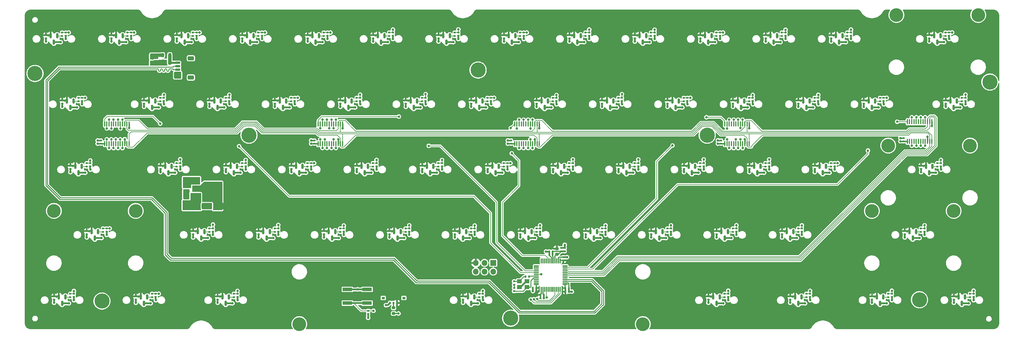
<source format=gbr>
%TF.GenerationSoftware,KiCad,Pcbnew,7.0.7*%
%TF.CreationDate,2023-12-09T23:09:19-05:00*%
%TF.ProjectId,keyboard,6b657962-6f61-4726-942e-6b696361645f,rev?*%
%TF.SameCoordinates,Original*%
%TF.FileFunction,Copper,L4,Bot*%
%TF.FilePolarity,Positive*%
%FSLAX46Y46*%
G04 Gerber Fmt 4.6, Leading zero omitted, Abs format (unit mm)*
G04 Created by KiCad (PCBNEW 7.0.7) date 2023-12-09 23:09:19*
%MOMM*%
%LPD*%
G01*
G04 APERTURE LIST*
G04 Aperture macros list*
%AMRoundRect*
0 Rectangle with rounded corners*
0 $1 Rounding radius*
0 $2 $3 $4 $5 $6 $7 $8 $9 X,Y pos of 4 corners*
0 Add a 4 corners polygon primitive as box body*
4,1,4,$2,$3,$4,$5,$6,$7,$8,$9,$2,$3,0*
0 Add four circle primitives for the rounded corners*
1,1,$1+$1,$2,$3*
1,1,$1+$1,$4,$5*
1,1,$1+$1,$6,$7*
1,1,$1+$1,$8,$9*
0 Add four rect primitives between the rounded corners*
20,1,$1+$1,$2,$3,$4,$5,0*
20,1,$1+$1,$4,$5,$6,$7,0*
20,1,$1+$1,$6,$7,$8,$9,0*
20,1,$1+$1,$8,$9,$2,$3,0*%
G04 Aperture macros list end*
%TA.AperFunction,SMDPad,CuDef*%
%ADD10R,2.750000X1.000000*%
%TD*%
%TA.AperFunction,ComponentPad*%
%ADD11C,4.400000*%
%TD*%
%TA.AperFunction,ComponentPad*%
%ADD12C,4.000000*%
%TD*%
%TA.AperFunction,SMDPad,CuDef*%
%ADD13RoundRect,0.150000X-0.150000X0.587500X-0.150000X-0.587500X0.150000X-0.587500X0.150000X0.587500X0*%
%TD*%
%TA.AperFunction,SMDPad,CuDef*%
%ADD14RoundRect,0.140000X-0.170000X0.140000X-0.170000X-0.140000X0.170000X-0.140000X0.170000X0.140000X0*%
%TD*%
%TA.AperFunction,SMDPad,CuDef*%
%ADD15RoundRect,0.135000X-0.185000X0.135000X-0.185000X-0.135000X0.185000X-0.135000X0.185000X0.135000X0*%
%TD*%
%TA.AperFunction,SMDPad,CuDef*%
%ADD16RoundRect,0.100000X-0.100000X0.637500X-0.100000X-0.637500X0.100000X-0.637500X0.100000X0.637500X0*%
%TD*%
%TA.AperFunction,SMDPad,CuDef*%
%ADD17RoundRect,0.250000X0.312500X0.625000X-0.312500X0.625000X-0.312500X-0.625000X0.312500X-0.625000X0*%
%TD*%
%TA.AperFunction,SMDPad,CuDef*%
%ADD18R,2.000000X1.500000*%
%TD*%
%TA.AperFunction,SMDPad,CuDef*%
%ADD19R,2.000000X3.800000*%
%TD*%
%TA.AperFunction,SMDPad,CuDef*%
%ADD20RoundRect,0.140000X0.170000X-0.140000X0.170000X0.140000X-0.170000X0.140000X-0.170000X-0.140000X0*%
%TD*%
%TA.AperFunction,SMDPad,CuDef*%
%ADD21RoundRect,0.218750X0.218750X0.381250X-0.218750X0.381250X-0.218750X-0.381250X0.218750X-0.381250X0*%
%TD*%
%TA.AperFunction,SMDPad,CuDef*%
%ADD22RoundRect,0.140000X0.140000X0.170000X-0.140000X0.170000X-0.140000X-0.170000X0.140000X-0.170000X0*%
%TD*%
%TA.AperFunction,SMDPad,CuDef*%
%ADD23RoundRect,0.250000X-0.475000X0.250000X-0.475000X-0.250000X0.475000X-0.250000X0.475000X0.250000X0*%
%TD*%
%TA.AperFunction,SMDPad,CuDef*%
%ADD24RoundRect,0.250000X-0.650000X0.325000X-0.650000X-0.325000X0.650000X-0.325000X0.650000X0.325000X0*%
%TD*%
%TA.AperFunction,SMDPad,CuDef*%
%ADD25R,1.400000X1.200000*%
%TD*%
%TA.AperFunction,SMDPad,CuDef*%
%ADD26R,0.600000X0.700000*%
%TD*%
%TA.AperFunction,SMDPad,CuDef*%
%ADD27R,0.900000X0.700000*%
%TD*%
%TA.AperFunction,ComponentPad*%
%ADD28R,1.700000X1.700000*%
%TD*%
%TA.AperFunction,ComponentPad*%
%ADD29O,1.700000X1.700000*%
%TD*%
%TA.AperFunction,SMDPad,CuDef*%
%ADD30RoundRect,0.140000X-0.140000X-0.170000X0.140000X-0.170000X0.140000X0.170000X-0.140000X0.170000X0*%
%TD*%
%TA.AperFunction,SMDPad,CuDef*%
%ADD31RoundRect,0.250000X-0.625000X0.312500X-0.625000X-0.312500X0.625000X-0.312500X0.625000X0.312500X0*%
%TD*%
%TA.AperFunction,SMDPad,CuDef*%
%ADD32RoundRect,0.135000X0.135000X0.185000X-0.135000X0.185000X-0.135000X-0.185000X0.135000X-0.185000X0*%
%TD*%
%TA.AperFunction,SMDPad,CuDef*%
%ADD33RoundRect,0.250000X0.325000X0.650000X-0.325000X0.650000X-0.325000X-0.650000X0.325000X-0.650000X0*%
%TD*%
%TA.AperFunction,SMDPad,CuDef*%
%ADD34RoundRect,0.075000X-0.662500X-0.075000X0.662500X-0.075000X0.662500X0.075000X-0.662500X0.075000X0*%
%TD*%
%TA.AperFunction,SMDPad,CuDef*%
%ADD35RoundRect,0.075000X-0.075000X-0.662500X0.075000X-0.662500X0.075000X0.662500X-0.075000X0.662500X0*%
%TD*%
%TA.AperFunction,SMDPad,CuDef*%
%ADD36RoundRect,0.200000X-0.275000X0.200000X-0.275000X-0.200000X0.275000X-0.200000X0.275000X0.200000X0*%
%TD*%
%TA.AperFunction,SMDPad,CuDef*%
%ADD37RoundRect,0.250000X0.250000X0.475000X-0.250000X0.475000X-0.250000X-0.475000X0.250000X-0.475000X0*%
%TD*%
%TA.AperFunction,SMDPad,CuDef*%
%ADD38C,0.200000*%
%TD*%
%TA.AperFunction,SMDPad,CuDef*%
%ADD39RoundRect,0.218750X0.256250X-0.218750X0.256250X0.218750X-0.256250X0.218750X-0.256250X-0.218750X0*%
%TD*%
%TA.AperFunction,SMDPad,CuDef*%
%ADD40RoundRect,0.150000X-0.625000X0.150000X-0.625000X-0.150000X0.625000X-0.150000X0.625000X0.150000X0*%
%TD*%
%TA.AperFunction,SMDPad,CuDef*%
%ADD41RoundRect,0.250000X-0.650000X0.350000X-0.650000X-0.350000X0.650000X-0.350000X0.650000X0.350000X0*%
%TD*%
%TA.AperFunction,ViaPad*%
%ADD42C,0.700000*%
%TD*%
%TA.AperFunction,ViaPad*%
%ADD43C,0.500000*%
%TD*%
%TA.AperFunction,Conductor*%
%ADD44C,0.200000*%
%TD*%
%TA.AperFunction,Conductor*%
%ADD45C,0.500000*%
%TD*%
%TA.AperFunction,Conductor*%
%ADD46C,0.300000*%
%TD*%
%TA.AperFunction,Conductor*%
%ADD47C,0.400000*%
%TD*%
%TA.AperFunction,Conductor*%
%ADD48C,0.284000*%
%TD*%
%TA.AperFunction,Conductor*%
%ADD49C,1.000000*%
%TD*%
%TA.AperFunction,Conductor*%
%ADD50C,0.600000*%
%TD*%
G04 APERTURE END LIST*
%TO.C,NT1*%
G36*
X55225000Y-58700000D02*
G01*
X56225000Y-58700000D01*
X56225000Y-56900000D01*
X55225000Y-56900000D01*
X55225000Y-58700000D01*
G37*
%TD*%
D10*
%TO.P,SW1,2*%
%TO.N,GND*%
X92172456Y-82109800D03*
X97922456Y-82109800D03*
%TO.P,SW1,1*%
%TO.N,NRST*%
X92172456Y-86109800D03*
X97922456Y-86109800D03*
%TD*%
D11*
%TO.P,H3,1*%
%TO.N,N/C*%
X279231600Y-21622400D03*
%TD*%
D12*
%TO.P,S4,*%
%TO.N,*%
X244874956Y-59209800D03*
X268687456Y-59209800D03*
%TD*%
D11*
%TO.P,H7,1*%
%TO.N,N/C*%
X139731600Y-90521400D03*
%TD*%
%TO.P,H5,1*%
%TO.N,N/C*%
X196931600Y-37122400D03*
%TD*%
D12*
%TO.P,S2,*%
%TO.N,*%
X249637456Y-40159800D03*
X273449956Y-40159800D03*
%TD*%
D11*
%TO.P,H1,1*%
%TO.N,N/C*%
X1231600Y-19122400D03*
%TD*%
D12*
%TO.P,S5,*%
%TO.N,*%
X178199956Y-92229800D03*
X78187456Y-92229800D03*
%TD*%
D11*
%TO.P,H2,1*%
%TO.N,N/C*%
X130231600Y-18122400D03*
%TD*%
%TO.P,H4,1*%
%TO.N,N/C*%
X63531600Y-37122400D03*
%TD*%
D12*
%TO.P,S1,*%
%TO.N,*%
X252018706Y-2059800D03*
X275831206Y-2059800D03*
%TD*%
D11*
%TO.P,H6,1*%
%TO.N,N/C*%
X20731600Y-85522400D03*
%TD*%
D12*
%TO.P,S3,*%
%TO.N,*%
X6749956Y-59209800D03*
X30562456Y-59209800D03*
%TD*%
D11*
%TO.P,H8,1*%
%TO.N,N/C*%
X258731600Y-85122400D03*
%TD*%
D13*
%TO.P,HALL60,1,VCC*%
%TO.N,+3V3*%
X246306206Y-84327300D03*
%TO.P,HALL60,2,OUT*%
%TO.N,Net-(HALL60-OUT)*%
X248206206Y-84327300D03*
%TO.P,HALL60,3,GND*%
%TO.N,GND*%
X247256206Y-86202300D03*
%TD*%
D14*
%TO.P,C51,1*%
%TO.N,/Multiplexers/keys/KEYS_1_1*%
X38761256Y-26228500D03*
%TO.P,C51,2*%
%TO.N,GND*%
X38761256Y-27188500D03*
%TD*%
D15*
%TO.P,R11,1*%
%TO.N,/Multiplexers/keys/KEYS_0_8*%
X161516256Y-7169500D03*
%TO.P,R11,2*%
%TO.N,Net-(HALL9-OUT)*%
X161516256Y-8189500D03*
%TD*%
D14*
%TO.P,C50,1*%
%TO.N,+3V3*%
X32992256Y-26983500D03*
%TO.P,C50,2*%
%TO.N,GND*%
X32992256Y-27943500D03*
%TD*%
D16*
%TO.P,U6,1,COM*%
%TO.N,ADC3_IN1*%
X140893756Y-33887300D03*
%TO.P,U6,2,I7*%
%TO.N,/Multiplexers/keys/KEYS_1_6*%
X141543756Y-33887300D03*
%TO.P,U6,3,I6*%
%TO.N,/Multiplexers/keys/KEYS_0_7*%
X142193756Y-33887300D03*
%TO.P,U6,4,I5*%
%TO.N,unconnected-(U6-I5-Pad4)*%
X142843756Y-33887300D03*
%TO.P,U6,5,I4*%
%TO.N,/Multiplexers/keys/KEYS_0_8*%
X143493756Y-33887300D03*
%TO.P,U6,6,I3*%
%TO.N,unconnected-(U6-I3-Pad6)*%
X144143756Y-33887300D03*
%TO.P,U6,7,I2*%
%TO.N,/Multiplexers/keys/KEYS_0_9*%
X144793756Y-33887300D03*
%TO.P,U6,8,I1*%
%TO.N,/Multiplexers/keys/KEYS_1_8*%
X145443756Y-33887300D03*
%TO.P,U6,9,I0*%
%TO.N,/Multiplexers/keys/KEYS_1_7*%
X146093756Y-33887300D03*
%TO.P,U6,10,S0*%
%TO.N,/S0*%
X146743756Y-33887300D03*
%TO.P,U6,11,S1*%
%TO.N,/S1*%
X147393756Y-33887300D03*
%TO.P,U6,12,GND*%
%TO.N,GND*%
X148043756Y-33887300D03*
%TO.P,U6,13,S3*%
%TO.N,/S3*%
X148043756Y-39612300D03*
%TO.P,U6,14,S2*%
%TO.N,/S2*%
X147393756Y-39612300D03*
%TO.P,U6,15,~{E}*%
%TO.N,GND*%
X146743756Y-39612300D03*
%TO.P,U6,16,I15*%
%TO.N,/Multiplexers/keys/KEYS_2_7*%
X146093756Y-39612300D03*
%TO.P,U6,17,I14*%
%TO.N,/Multiplexers/keys/KEYS_2_8*%
X145443756Y-39612300D03*
%TO.P,U6,18,I13*%
%TO.N,/Multiplexers/keys/KEYS_3_7*%
X144793756Y-39612300D03*
%TO.P,U6,19,I12*%
%TO.N,unconnected-(U6-I12-Pad19)*%
X144143756Y-39612300D03*
%TO.P,U6,20,I11*%
%TO.N,/Multiplexers/keys/KEYS_3_6*%
X143493756Y-39612300D03*
%TO.P,U6,21,I10*%
%TO.N,unconnected-(U6-I10-Pad21)*%
X142843756Y-39612300D03*
%TO.P,U6,22,I9*%
%TO.N,/Multiplexers/keys/KEYS_2_6*%
X142193756Y-39612300D03*
%TO.P,U6,23,I8*%
%TO.N,unconnected-(U6-I8-Pad23)*%
X141543756Y-39612300D03*
%TO.P,U6,24,VCC*%
%TO.N,+5V*%
X140893756Y-39612300D03*
%TD*%
D13*
%TO.P,HALL47,1,VCC*%
%TO.N,+3V3*%
X124862456Y-65277300D03*
%TO.P,HALL47,2,OUT*%
%TO.N,Net-(HALL47-OUT)*%
X126762456Y-65277300D03*
%TO.P,HALL47,3,GND*%
%TO.N,GND*%
X125812456Y-67152300D03*
%TD*%
D14*
%TO.P,C105,1*%
%TO.N,/Multiplexers/keys/KEYS_3_1*%
X53048756Y-64328500D03*
%TO.P,C105,2*%
%TO.N,GND*%
X53048756Y-65288500D03*
%TD*%
%TO.P,C115,1*%
%TO.N,/Multiplexers/keys/KEYS_3_6*%
X148298756Y-64328500D03*
%TO.P,C115,2*%
%TO.N,GND*%
X148298756Y-65288500D03*
%TD*%
%TO.P,C62,1*%
%TO.N,+3V3*%
X147292256Y-26983500D03*
%TO.P,C62,2*%
%TO.N,GND*%
X147292256Y-27943500D03*
%TD*%
D17*
%TO.P,R65,1*%
%TO.N,/out_esr*%
X50337500Y-57800000D03*
%TO.P,R65,2*%
%TO.N,GND*%
X47412500Y-57800000D03*
%TD*%
D14*
%TO.P,C64,1*%
%TO.N,+3V3*%
X166342256Y-26983500D03*
%TO.P,C64,2*%
%TO.N,GND*%
X166342256Y-27943500D03*
%TD*%
%TO.P,C141,1*%
%TO.N,/Multiplexers/keys/KEYS_4_7*%
X274505006Y-83378500D03*
%TO.P,C141,2*%
%TO.N,GND*%
X274505006Y-84338500D03*
%TD*%
%TO.P,C78,1*%
%TO.N,+3V3*%
X37754756Y-46033500D03*
%TO.P,C78,2*%
%TO.N,GND*%
X37754756Y-46993500D03*
%TD*%
%TO.P,C113,1*%
%TO.N,/Multiplexers/keys/KEYS_3_5*%
X129248756Y-64328500D03*
%TO.P,C113,2*%
%TO.N,GND*%
X129248756Y-65288500D03*
%TD*%
%TO.P,C60,1*%
%TO.N,+3V3*%
X128242256Y-26983500D03*
%TO.P,C60,2*%
%TO.N,GND*%
X128242256Y-27943500D03*
%TD*%
%TO.P,C88,1*%
%TO.N,+3V3*%
X133004756Y-46033500D03*
%TO.P,C88,2*%
%TO.N,GND*%
X133004756Y-46993500D03*
%TD*%
D15*
%TO.P,R47,1*%
%TO.N,/Multiplexers/keys/KEYS_3_3*%
X90078756Y-64319500D03*
%TO.P,R47,2*%
%TO.N,Net-(HALL45-OUT)*%
X90078756Y-65339500D03*
%TD*%
D14*
%TO.P,C66,1*%
%TO.N,+3V3*%
X185392256Y-26983500D03*
%TO.P,C66,2*%
%TO.N,GND*%
X185392256Y-27943500D03*
%TD*%
D13*
%TO.P,HALL44,1,VCC*%
%TO.N,+3V3*%
X67712456Y-65277300D03*
%TO.P,HALL44,2,OUT*%
%TO.N,Net-(HALL44-OUT)*%
X69612456Y-65277300D03*
%TO.P,HALL44,3,GND*%
%TO.N,GND*%
X68662456Y-67152300D03*
%TD*%
%TO.P,HALL39,1,VCC*%
%TO.N,+3V3*%
X210587456Y-46227300D03*
%TO.P,HALL39,2,OUT*%
%TO.N,Net-(HALL39-OUT)*%
X212487456Y-46227300D03*
%TO.P,HALL39,3,GND*%
%TO.N,GND*%
X211537456Y-48102300D03*
%TD*%
D18*
%TO.P,U2,1,GND*%
%TO.N,GND*%
X48043750Y-55075000D03*
%TO.P,U2,2,VO*%
%TO.N,/ldo_output*%
X48043750Y-52775000D03*
D19*
X54343750Y-52775000D03*
D18*
%TO.P,U2,3,VI*%
%TO.N,+5V*%
X48043750Y-50475000D03*
%TD*%
D14*
%TO.P,C74,1*%
%TO.N,+3V3*%
X266354756Y-26983500D03*
%TO.P,C74,2*%
%TO.N,GND*%
X266354756Y-27943500D03*
%TD*%
D15*
%TO.P,R61,1*%
%TO.N,/Multiplexers/keys/KEYS_4_5*%
X225810006Y-83369500D03*
%TO.P,R61,2*%
%TO.N,Net-(HALL59-OUT)*%
X225810006Y-84389500D03*
%TD*%
D13*
%TO.P,HALL6,1,VCC*%
%TO.N,+3V3*%
X101049956Y-8127300D03*
%TO.P,HALL6,2,OUT*%
%TO.N,Net-(HALL6-OUT)*%
X102949956Y-8127300D03*
%TO.P,HALL6,3,GND*%
%TO.N,GND*%
X101999956Y-10002300D03*
%TD*%
D14*
%TO.P,C118,1*%
%TO.N,+3V3*%
X180629756Y-65083500D03*
%TO.P,C118,2*%
%TO.N,GND*%
X180629756Y-66043500D03*
%TD*%
%TO.P,C98,1*%
%TO.N,+3V3*%
X228254756Y-46033500D03*
%TO.P,C98,2*%
%TO.N,GND*%
X228254756Y-46993500D03*
%TD*%
D13*
%TO.P,HALL4,1,VCC*%
%TO.N,+3V3*%
X62949956Y-8127300D03*
%TO.P,HALL4,2,OUT*%
%TO.N,Net-(HALL4-OUT)*%
X64849956Y-8127300D03*
%TO.P,HALL4,3,GND*%
%TO.N,GND*%
X63899956Y-10002300D03*
%TD*%
%TO.P,HALL36,1,VCC*%
%TO.N,+3V3*%
X153437456Y-46227300D03*
%TO.P,HALL36,2,OUT*%
%TO.N,Net-(HALL36-OUT)*%
X155337456Y-46227300D03*
%TO.P,HALL36,3,GND*%
%TO.N,GND*%
X154387456Y-48102300D03*
%TD*%
%TO.P,HALL13,1,VCC*%
%TO.N,+3V3*%
X234399956Y-8127300D03*
%TO.P,HALL13,2,OUT*%
%TO.N,Net-(HALL13-OUT)*%
X236299956Y-8127300D03*
%TO.P,HALL13,3,GND*%
%TO.N,GND*%
X235349956Y-10002300D03*
%TD*%
D20*
%TO.P,C12,1*%
%TO.N,+5V*%
X20407756Y-39609900D03*
%TO.P,C12,2*%
%TO.N,GND*%
X20407756Y-38649900D03*
%TD*%
D14*
%TO.P,C68,1*%
%TO.N,+3V3*%
X204442256Y-26983500D03*
%TO.P,C68,2*%
%TO.N,GND*%
X204442256Y-27943500D03*
%TD*%
D13*
%TO.P,HALL22,1,VCC*%
%TO.N,+3V3*%
X148674956Y-27177300D03*
%TO.P,HALL22,2,OUT*%
%TO.N,Net-(HALL22-OUT)*%
X150574956Y-27177300D03*
%TO.P,HALL22,3,GND*%
%TO.N,GND*%
X149624956Y-29052300D03*
%TD*%
D14*
%TO.P,C84,1*%
%TO.N,+3V3*%
X94904756Y-46033500D03*
%TO.P,C84,2*%
%TO.N,GND*%
X94904756Y-46993500D03*
%TD*%
D13*
%TO.P,HALL33,1,VCC*%
%TO.N,+3V3*%
X96287456Y-46227300D03*
%TO.P,HALL33,2,OUT*%
%TO.N,Net-(HALL33-OUT)*%
X98187456Y-46227300D03*
%TO.P,HALL33,3,GND*%
%TO.N,GND*%
X97237456Y-48102300D03*
%TD*%
D20*
%TO.P,C4,1*%
%TO.N,+3.3VA*%
X155457549Y-70992300D03*
%TO.P,C4,2*%
%TO.N,GND*%
X155457549Y-70032300D03*
%TD*%
D21*
%TO.P,FB2,1*%
%TO.N,VBUS*%
X40477456Y-13800000D03*
%TO.P,FB2,2*%
%TO.N,+5V*%
X38352456Y-13800000D03*
%TD*%
D14*
%TO.P,C59,1*%
%TO.N,/Multiplexers/keys/KEYS_1_5*%
X114961256Y-26228500D03*
%TO.P,C59,2*%
%TO.N,GND*%
X114961256Y-27188500D03*
%TD*%
%TO.P,C19,1*%
%TO.N,/Multiplexers/keys/KEYS_0_1*%
X29236256Y-7178500D03*
%TO.P,C19,2*%
%TO.N,GND*%
X29236256Y-8138500D03*
%TD*%
%TO.P,C38,1*%
%TO.N,+3V3*%
X175867256Y-7933500D03*
%TO.P,C38,2*%
%TO.N,GND*%
X175867256Y-8893500D03*
%TD*%
D15*
%TO.P,R7,1*%
%TO.N,/Multiplexers/keys/KEYS_0_4*%
X85316256Y-7169500D03*
%TO.P,R7,2*%
%TO.N,Net-(HALL5-OUT)*%
X85316256Y-8189500D03*
%TD*%
%TO.P,R5,1*%
%TO.N,/Multiplexers/keys/KEYS_0_2*%
X47216256Y-7169500D03*
%TO.P,R5,2*%
%TO.N,Net-(HALL3-OUT)*%
X47216256Y-8189500D03*
%TD*%
%TO.P,R62,1*%
%TO.N,/Multiplexers/keys/KEYS_4_6*%
X249622506Y-83369500D03*
%TO.P,R62,2*%
%TO.N,Net-(HALL60-OUT)*%
X249622506Y-84389500D03*
%TD*%
%TO.P,R56,1*%
%TO.N,/Multiplexers/keys/KEYS_4_0*%
X11497506Y-83369500D03*
%TO.P,R56,2*%
%TO.N,Net-(HALL54-OUT)*%
X11497506Y-84389500D03*
%TD*%
D20*
%TO.P,C22,1*%
%TO.N,+5V*%
X200945256Y-39609900D03*
%TO.P,C22,2*%
%TO.N,GND*%
X200945256Y-38649900D03*
%TD*%
D13*
%TO.P,HALL15,1,VCC*%
%TO.N,+3V3*%
X10562456Y-27177300D03*
%TO.P,HALL15,2,OUT*%
%TO.N,Net-(HALL15-OUT)*%
X12462456Y-27177300D03*
%TO.P,HALL15,3,GND*%
%TO.N,GND*%
X11512456Y-29052300D03*
%TD*%
D14*
%TO.P,C81,1*%
%TO.N,/Multiplexers/keys/KEYS_2_2*%
X62573756Y-45278500D03*
%TO.P,C81,2*%
%TO.N,GND*%
X62573756Y-46238500D03*
%TD*%
D15*
%TO.P,R55,1*%
%TO.N,/Multiplexers/keys/KEYS_3_11*%
X259147506Y-64319500D03*
%TO.P,R55,2*%
%TO.N,Net-(HALL53-OUT)*%
X259147506Y-65339500D03*
%TD*%
D13*
%TO.P,HALL12,1,VCC*%
%TO.N,+3V3*%
X215349956Y-8127300D03*
%TO.P,HALL12,2,OUT*%
%TO.N,Net-(HALL12-OUT)*%
X217249956Y-8127300D03*
%TO.P,HALL12,3,GND*%
%TO.N,GND*%
X216299956Y-10002300D03*
%TD*%
D16*
%TO.P,U7,1,COM*%
%TO.N,ADC4_IN3*%
X202043756Y-33887300D03*
%TO.P,U7,2,I7*%
%TO.N,/Multiplexers/keys/KEYS_1_9*%
X202693756Y-33887300D03*
%TO.P,U7,3,I6*%
%TO.N,/Multiplexers/keys/KEYS_0_10*%
X203343756Y-33887300D03*
%TO.P,U7,4,I5*%
%TO.N,unconnected-(U7-I5-Pad4)*%
X203993756Y-33887300D03*
%TO.P,U7,5,I4*%
%TO.N,/Multiplexers/keys/KEYS_0_11*%
X204643756Y-33887300D03*
%TO.P,U7,6,I3*%
%TO.N,unconnected-(U7-I3-Pad6)*%
X205293756Y-33887300D03*
%TO.P,U7,7,I2*%
%TO.N,/Multiplexers/keys/KEYS_0_12*%
X205943756Y-33887300D03*
%TO.P,U7,8,I1*%
%TO.N,/Multiplexers/keys/KEYS_1_11*%
X206593756Y-33887300D03*
%TO.P,U7,9,I0*%
%TO.N,/Multiplexers/keys/KEYS_1_10*%
X207243756Y-33887300D03*
%TO.P,U7,10,S0*%
%TO.N,/S0*%
X207893756Y-33887300D03*
%TO.P,U7,11,S1*%
%TO.N,/S1*%
X208543756Y-33887300D03*
%TO.P,U7,12,GND*%
%TO.N,GND*%
X209193756Y-33887300D03*
%TO.P,U7,13,S3*%
%TO.N,/S3*%
X209193756Y-39612300D03*
%TO.P,U7,14,S2*%
%TO.N,/S2*%
X208543756Y-39612300D03*
%TO.P,U7,15,~{E}*%
%TO.N,GND*%
X207893756Y-39612300D03*
%TO.P,U7,16,I15*%
%TO.N,/Multiplexers/keys/KEYS_4_5*%
X207243756Y-39612300D03*
%TO.P,U7,17,I14*%
%TO.N,/Multiplexers/keys/KEYS_2_10*%
X206593756Y-39612300D03*
%TO.P,U7,18,I13*%
%TO.N,/Multiplexers/keys/KEYS_3_9*%
X205943756Y-39612300D03*
%TO.P,U7,19,I12*%
%TO.N,/Multiplexers/keys/KEYS_3_10*%
X205293756Y-39612300D03*
%TO.P,U7,20,I11*%
%TO.N,/Multiplexers/keys/KEYS_4_4*%
X204643756Y-39612300D03*
%TO.P,U7,21,I10*%
%TO.N,unconnected-(U7-I10-Pad21)*%
X203993756Y-39612300D03*
%TO.P,U7,22,I9*%
%TO.N,/Multiplexers/keys/KEYS_3_8*%
X203343756Y-39612300D03*
%TO.P,U7,23,I8*%
%TO.N,/Multiplexers/keys/KEYS_2_9*%
X202693756Y-39612300D03*
%TO.P,U7,24,VCC*%
%TO.N,+5V*%
X202043756Y-39612300D03*
%TD*%
D14*
%TO.P,C136,1*%
%TO.N,+3V3*%
X221111006Y-84133500D03*
%TO.P,C136,2*%
%TO.N,GND*%
X221111006Y-85093500D03*
%TD*%
%TO.P,C116,1*%
%TO.N,+3V3*%
X161579756Y-65083500D03*
%TO.P,C116,2*%
%TO.N,GND*%
X161579756Y-66043500D03*
%TD*%
D15*
%TO.P,R1,1*%
%TO.N,/Multiplexers/keys/KEYS_0_0*%
X9116256Y-7169500D03*
%TO.P,R1,2*%
%TO.N,Net-(HALL1-OUT)*%
X9116256Y-8189500D03*
%TD*%
D13*
%TO.P,HALL20,1,VCC*%
%TO.N,+3V3*%
X110574956Y-27177300D03*
%TO.P,HALL20,2,OUT*%
%TO.N,Net-(HALL20-OUT)*%
X112474956Y-27177300D03*
%TO.P,HALL20,3,GND*%
%TO.N,GND*%
X111524956Y-29052300D03*
%TD*%
D15*
%TO.P,R14,1*%
%TO.N,/Multiplexers/keys/KEYS_0_11*%
X218666256Y-7169500D03*
%TO.P,R14,2*%
%TO.N,Net-(HALL12-OUT)*%
X218666256Y-8189500D03*
%TD*%
%TO.P,R10,1*%
%TO.N,/Multiplexers/keys/KEYS_0_7*%
X142466256Y-7169500D03*
%TO.P,R10,2*%
%TO.N,Net-(HALL8-OUT)*%
X142466256Y-8189500D03*
%TD*%
%TO.P,R41,1*%
%TO.N,/Multiplexers/keys/KEYS_2_10*%
X213903756Y-45269500D03*
%TO.P,R41,2*%
%TO.N,Net-(HALL39-OUT)*%
X213903756Y-46289500D03*
%TD*%
D13*
%TO.P,HALL2,1,VCC*%
%TO.N,+3V3*%
X24849956Y-8127300D03*
%TO.P,HALL2,2,OUT*%
%TO.N,Net-(HALL2-OUT)*%
X26749956Y-8127300D03*
%TO.P,HALL2,3,GND*%
%TO.N,GND*%
X25799956Y-10002300D03*
%TD*%
D22*
%TO.P,C6,1*%
%TO.N,+3.3VA*%
X151932268Y-72072488D03*
%TO.P,C6,2*%
%TO.N,GND*%
X150972268Y-72072488D03*
%TD*%
D14*
%TO.P,C97,1*%
%TO.N,/Multiplexers/keys/KEYS_2_10*%
X214973756Y-45278500D03*
%TO.P,C97,2*%
%TO.N,GND*%
X214973756Y-46238500D03*
%TD*%
D15*
%TO.P,R45,1*%
%TO.N,/Multiplexers/keys/KEYS_3_1*%
X51978756Y-64319500D03*
%TO.P,R45,2*%
%TO.N,Net-(HALL43-OUT)*%
X51978756Y-65339500D03*
%TD*%
D14*
%TO.P,C27,1*%
%TO.N,/Multiplexers/keys/KEYS_0_3*%
X67336256Y-7178500D03*
%TO.P,C27,2*%
%TO.N,GND*%
X67336256Y-8138500D03*
%TD*%
%TO.P,C45,1*%
%TO.N,/Multiplexers/keys/KEYS_0_12*%
X238786256Y-7178500D03*
%TO.P,C45,2*%
%TO.N,GND*%
X238786256Y-8138500D03*
%TD*%
D23*
%TO.P,C142,1*%
%TO.N,+5V*%
X36541206Y-13800000D03*
%TO.P,C142,2*%
%TO.N,GND*%
X36541206Y-15700000D03*
%TD*%
D14*
%TO.P,C140,1*%
%TO.N,+3V3*%
X268736006Y-84133500D03*
%TO.P,C140,2*%
%TO.N,GND*%
X268736006Y-85093500D03*
%TD*%
%TO.P,C29,1*%
%TO.N,/Multiplexers/keys/KEYS_0_4*%
X86386256Y-7178500D03*
%TO.P,C29,2*%
%TO.N,GND*%
X86386256Y-8138500D03*
%TD*%
%TO.P,C85,1*%
%TO.N,/Multiplexers/keys/KEYS_2_4*%
X100673756Y-45278500D03*
%TO.P,C85,2*%
%TO.N,GND*%
X100673756Y-46238500D03*
%TD*%
%TO.P,C28,1*%
%TO.N,+3V3*%
X80617256Y-7933500D03*
%TO.P,C28,2*%
%TO.N,GND*%
X80617256Y-8893500D03*
%TD*%
%TO.P,C133,1*%
%TO.N,/Multiplexers/keys/KEYS_4_3*%
X131630006Y-83378500D03*
%TO.P,C133,2*%
%TO.N,GND*%
X131630006Y-84338500D03*
%TD*%
D15*
%TO.P,R34,1*%
%TO.N,/Multiplexers/keys/KEYS_2_3*%
X80553756Y-45269500D03*
%TO.P,R34,2*%
%TO.N,Net-(HALL32-OUT)*%
X80553756Y-46289500D03*
%TD*%
D14*
%TO.P,C14,1*%
%TO.N,Net-(C14-Pad1)*%
X140704956Y-79759800D03*
%TO.P,C14,2*%
%TO.N,Net-(C13-Pad2)*%
X140704956Y-80719800D03*
%TD*%
%TO.P,C43,1*%
%TO.N,/Multiplexers/keys/KEYS_0_11*%
X219736256Y-7178500D03*
%TO.P,C43,2*%
%TO.N,GND*%
X219736256Y-8138500D03*
%TD*%
D13*
%TO.P,HALL34,1,VCC*%
%TO.N,+3V3*%
X115337456Y-46227300D03*
%TO.P,HALL34,2,OUT*%
%TO.N,Net-(HALL34-OUT)*%
X117237456Y-46227300D03*
%TO.P,HALL34,3,GND*%
%TO.N,GND*%
X116287456Y-48102300D03*
%TD*%
D15*
%TO.P,R29,1*%
%TO.N,/Multiplexers/keys/KEYS_1_12*%
X247241256Y-26219500D03*
%TO.P,R29,2*%
%TO.N,Net-(HALL27-OUT)*%
X247241256Y-27239500D03*
%TD*%
D14*
%TO.P,C87,1*%
%TO.N,/Multiplexers/keys/KEYS_2_5*%
X119723756Y-45278500D03*
%TO.P,C87,2*%
%TO.N,GND*%
X119723756Y-46238500D03*
%TD*%
D13*
%TO.P,HALL43,1,VCC*%
%TO.N,+3V3*%
X48662456Y-65277300D03*
%TO.P,HALL43,2,OUT*%
%TO.N,Net-(HALL43-OUT)*%
X50562456Y-65277300D03*
%TO.P,HALL43,3,GND*%
%TO.N,GND*%
X49612456Y-67152300D03*
%TD*%
D20*
%TO.P,C5,1*%
%TO.N,+3.3VA*%
X154457549Y-70992300D03*
%TO.P,C5,2*%
%TO.N,GND*%
X154457549Y-70032300D03*
%TD*%
D14*
%TO.P,C131,1*%
%TO.N,/Multiplexers/keys/KEYS_4_2*%
X60192506Y-83378500D03*
%TO.P,C131,2*%
%TO.N,GND*%
X60192506Y-84338500D03*
%TD*%
D15*
%TO.P,R38,1*%
%TO.N,/Multiplexers/keys/KEYS_2_7*%
X156753756Y-45269500D03*
%TO.P,R38,2*%
%TO.N,Net-(HALL36-OUT)*%
X156753756Y-46289500D03*
%TD*%
D13*
%TO.P,HALL58,1,VCC*%
%TO.N,+3V3*%
X198681206Y-84327300D03*
%TO.P,HALL58,2,OUT*%
%TO.N,Net-(HALL58-OUT)*%
X200581206Y-84327300D03*
%TO.P,HALL58,3,GND*%
%TO.N,GND*%
X199631206Y-86202300D03*
%TD*%
D14*
%TO.P,C128,1*%
%TO.N,+3V3*%
X30611006Y-84133500D03*
%TO.P,C128,2*%
%TO.N,GND*%
X30611006Y-85093500D03*
%TD*%
D13*
%TO.P,HALL59,1,VCC*%
%TO.N,+3V3*%
X222493706Y-84327300D03*
%TO.P,HALL59,2,OUT*%
%TO.N,Net-(HALL59-OUT)*%
X224393706Y-84327300D03*
%TO.P,HALL59,3,GND*%
%TO.N,GND*%
X223443706Y-86202300D03*
%TD*%
D15*
%TO.P,R13,1*%
%TO.N,/Multiplexers/keys/KEYS_0_10*%
X199616256Y-7169500D03*
%TO.P,R13,2*%
%TO.N,Net-(HALL11-OUT)*%
X199616256Y-8189500D03*
%TD*%
%TO.P,R30,1*%
%TO.N,/Multiplexers/keys/KEYS_1_13*%
X271053756Y-26219500D03*
%TO.P,R30,2*%
%TO.N,Net-(HALL28-OUT)*%
X271053756Y-27239500D03*
%TD*%
%TO.P,R23,1*%
%TO.N,/Multiplexers/keys/KEYS_1_6*%
X132941256Y-26219500D03*
%TO.P,R23,2*%
%TO.N,Net-(HALL21-OUT)*%
X132941256Y-27239500D03*
%TD*%
D14*
%TO.P,C76,1*%
%TO.N,+3V3*%
X11561006Y-46033500D03*
%TO.P,C76,2*%
%TO.N,GND*%
X11561006Y-46993500D03*
%TD*%
%TO.P,C121,1*%
%TO.N,/Multiplexers/keys/KEYS_3_9*%
X205448756Y-64328500D03*
%TO.P,C121,2*%
%TO.N,GND*%
X205448756Y-65288500D03*
%TD*%
D13*
%TO.P,HALL32,1,VCC*%
%TO.N,+3V3*%
X77237456Y-46227300D03*
%TO.P,HALL32,2,OUT*%
%TO.N,Net-(HALL32-OUT)*%
X79137456Y-46227300D03*
%TO.P,HALL32,3,GND*%
%TO.N,GND*%
X78187456Y-48102300D03*
%TD*%
D14*
%TO.P,C2,1*%
%TO.N,/Multiplexers/keys/KEYS_0_0*%
X10186256Y-7178500D03*
%TO.P,C2,2*%
%TO.N,GND*%
X10186256Y-8138500D03*
%TD*%
D15*
%TO.P,R46,1*%
%TO.N,/Multiplexers/keys/KEYS_3_2*%
X71028756Y-64319500D03*
%TO.P,R46,2*%
%TO.N,Net-(HALL44-OUT)*%
X71028756Y-65339500D03*
%TD*%
D14*
%TO.P,C91,1*%
%TO.N,/Multiplexers/keys/KEYS_2_7*%
X157823756Y-45278500D03*
%TO.P,C91,2*%
%TO.N,GND*%
X157823756Y-46238500D03*
%TD*%
D24*
%TO.P,C15,1*%
%TO.N,+5V*%
X45300000Y-50525000D03*
%TO.P,C15,2*%
%TO.N,/in_esr*%
X45300000Y-53475000D03*
%TD*%
D14*
%TO.P,C52,1*%
%TO.N,+3V3*%
X52042256Y-26983500D03*
%TO.P,C52,2*%
%TO.N,GND*%
X52042256Y-27943500D03*
%TD*%
D13*
%TO.P,HALL7,1,VCC*%
%TO.N,+3V3*%
X120099956Y-8127300D03*
%TO.P,HALL7,2,OUT*%
%TO.N,Net-(HALL7-OUT)*%
X121999956Y-8127300D03*
%TO.P,HALL7,3,GND*%
%TO.N,GND*%
X121049956Y-10002300D03*
%TD*%
D15*
%TO.P,R63,1*%
%TO.N,/Multiplexers/keys/KEYS_4_7*%
X273435006Y-83369500D03*
%TO.P,R63,2*%
%TO.N,Net-(HALL61-OUT)*%
X273435006Y-84389500D03*
%TD*%
D14*
%TO.P,C96,1*%
%TO.N,+3V3*%
X209204756Y-46033500D03*
%TO.P,C96,2*%
%TO.N,GND*%
X209204756Y-46993500D03*
%TD*%
D25*
%TO.P,Y1,1,1*%
%TO.N,HSE_IN*%
X144504956Y-81469800D03*
%TO.P,Y1,2,2*%
%TO.N,GND*%
X142304956Y-81469800D03*
%TO.P,Y1,3,3*%
%TO.N,Net-(C14-Pad1)*%
X142304956Y-79769800D03*
%TO.P,Y1,4,4*%
%TO.N,GND*%
X144504956Y-79769800D03*
%TD*%
D15*
%TO.P,R24,1*%
%TO.N,/Multiplexers/keys/KEYS_1_7*%
X151991256Y-26219500D03*
%TO.P,R24,2*%
%TO.N,Net-(HALL22-OUT)*%
X151991256Y-27239500D03*
%TD*%
D14*
%TO.P,C109,1*%
%TO.N,/Multiplexers/keys/KEYS_3_3*%
X91148756Y-64328500D03*
%TO.P,C109,2*%
%TO.N,GND*%
X91148756Y-65288500D03*
%TD*%
D16*
%TO.P,U8,1,COM*%
%TO.N,ADC3_IN5*%
X255193756Y-33193500D03*
%TO.P,U8,2,I7*%
%TO.N,unconnected-(U8-I7-Pad2)*%
X255843756Y-33193500D03*
%TO.P,U8,3,I6*%
%TO.N,/Multiplexers/keys/KEYS_2_11*%
X256493756Y-33193500D03*
%TO.P,U8,4,I5*%
%TO.N,unconnected-(U8-I5-Pad4)*%
X257143756Y-33193500D03*
%TO.P,U8,5,I4*%
%TO.N,/Multiplexers/keys/KEYS_1_12*%
X257793756Y-33193500D03*
%TO.P,U8,6,I3*%
%TO.N,unconnected-(U8-I3-Pad6)*%
X258443756Y-33193500D03*
%TO.P,U8,7,I2*%
%TO.N,/Multiplexers/keys/KEYS_0_13*%
X259093756Y-33193500D03*
%TO.P,U8,8,I1*%
%TO.N,unconnected-(U8-I1-Pad8)*%
X259743756Y-33193500D03*
%TO.P,U8,9,I0*%
%TO.N,/Multiplexers/keys/KEYS_1_13*%
X260393756Y-33193500D03*
%TO.P,U8,10,S0*%
%TO.N,/S0*%
X261043756Y-33193500D03*
%TO.P,U8,11,S1*%
%TO.N,/S1*%
X261693756Y-33193500D03*
%TO.P,U8,12,GND*%
%TO.N,GND*%
X262343756Y-33193500D03*
%TO.P,U8,13,S3*%
%TO.N,/S3*%
X262343756Y-38918500D03*
%TO.P,U8,14,S2*%
%TO.N,/S2*%
X261693756Y-38918500D03*
%TO.P,U8,15,~{E}*%
%TO.N,GND*%
X261043756Y-38918500D03*
%TO.P,U8,16,I15*%
%TO.N,/Multiplexers/keys/KEYS_2_12*%
X260393756Y-38918500D03*
%TO.P,U8,17,I14*%
%TO.N,unconnected-(U8-I14-Pad17)*%
X259743756Y-38918500D03*
%TO.P,U8,18,I13*%
%TO.N,/Multiplexers/keys/KEYS_3_11*%
X259093756Y-38918500D03*
%TO.P,U8,19,I12*%
%TO.N,unconnected-(U8-I12-Pad19)*%
X258443756Y-38918500D03*
%TO.P,U8,20,I11*%
%TO.N,/Multiplexers/keys/KEYS_4_7*%
X257793756Y-38918500D03*
%TO.P,U8,21,I10*%
%TO.N,unconnected-(U8-I10-Pad21)*%
X257143756Y-38918500D03*
%TO.P,U8,22,I9*%
%TO.N,/Multiplexers/keys/KEYS_4_6*%
X256493756Y-38918500D03*
%TO.P,U8,23,I8*%
%TO.N,unconnected-(U8-I8-Pad23)*%
X255843756Y-38918500D03*
%TO.P,U8,24,VCC*%
%TO.N,+5V*%
X255193756Y-38918500D03*
%TD*%
D15*
%TO.P,R32,1*%
%TO.N,/Multiplexers/keys/KEYS_2_1*%
X42453756Y-45269500D03*
%TO.P,R32,2*%
%TO.N,Net-(HALL30-OUT)*%
X42453756Y-46289500D03*
%TD*%
D13*
%TO.P,HALL55,1,VCC*%
%TO.N,+3V3*%
X31993706Y-84327300D03*
%TO.P,HALL55,2,OUT*%
%TO.N,Net-(HALL55-OUT)*%
X33893706Y-84327300D03*
%TO.P,HALL55,3,GND*%
%TO.N,GND*%
X32943706Y-86202300D03*
%TD*%
D14*
%TO.P,C120,1*%
%TO.N,+3V3*%
X199679756Y-65083500D03*
%TO.P,C120,2*%
%TO.N,GND*%
X199679756Y-66043500D03*
%TD*%
D15*
%TO.P,R12,1*%
%TO.N,/Multiplexers/keys/KEYS_0_9*%
X180566256Y-7169500D03*
%TO.P,R12,2*%
%TO.N,Net-(HALL10-OUT)*%
X180566256Y-8189500D03*
%TD*%
D13*
%TO.P,HALL9,1,VCC*%
%TO.N,+3V3*%
X158199956Y-8127300D03*
%TO.P,HALL9,2,OUT*%
%TO.N,Net-(HALL9-OUT)*%
X160099956Y-8127300D03*
%TO.P,HALL9,3,GND*%
%TO.N,GND*%
X159149956Y-10002300D03*
%TD*%
%TO.P,HALL41,1,VCC*%
%TO.N,+3V3*%
X260593706Y-46227300D03*
%TO.P,HALL41,2,OUT*%
%TO.N,Net-(HALL41-OUT)*%
X262493706Y-46227300D03*
%TO.P,HALL41,3,GND*%
%TO.N,GND*%
X261543706Y-48102300D03*
%TD*%
D26*
%TO.P,U3,1*%
%TO.N,GND*%
X104624956Y-86069800D03*
%TO.P,U3,2*%
%TO.N,+3V3*%
X106624956Y-86069800D03*
%TO.P,U3,C*%
%TO.N,Net-(R3-Pad1)*%
X105624956Y-86069800D03*
D27*
%TO.P,U3,NC*%
%TO.N,N/C*%
X102624956Y-84619800D03*
%TO.P,U3,NC1*%
X108624956Y-84619800D03*
%TD*%
D14*
%TO.P,C31,1*%
%TO.N,/Multiplexers/keys/KEYS_0_5*%
X105436256Y-7178500D03*
%TO.P,C31,2*%
%TO.N,GND*%
X105436256Y-8138500D03*
%TD*%
%TO.P,C123,1*%
%TO.N,/Multiplexers/keys/KEYS_3_10*%
X224498756Y-64328500D03*
%TO.P,C123,2*%
%TO.N,GND*%
X224498756Y-65288500D03*
%TD*%
D13*
%TO.P,HALL45,1,VCC*%
%TO.N,+3V3*%
X86762456Y-65277300D03*
%TO.P,HALL45,2,OUT*%
%TO.N,Net-(HALL45-OUT)*%
X88662456Y-65277300D03*
%TO.P,HALL45,3,GND*%
%TO.N,GND*%
X87712456Y-67152300D03*
%TD*%
D15*
%TO.P,R15,1*%
%TO.N,/Multiplexers/keys/KEYS_0_12*%
X237716256Y-7169500D03*
%TO.P,R15,2*%
%TO.N,Net-(HALL13-OUT)*%
X237716256Y-8189500D03*
%TD*%
D14*
%TO.P,C37,1*%
%TO.N,/Multiplexers/keys/KEYS_0_8*%
X162586256Y-7178500D03*
%TO.P,C37,2*%
%TO.N,GND*%
X162586256Y-8138500D03*
%TD*%
D13*
%TO.P,HALL11,1,VCC*%
%TO.N,+3V3*%
X196299956Y-8127300D03*
%TO.P,HALL11,2,OUT*%
%TO.N,Net-(HALL11-OUT)*%
X198199956Y-8127300D03*
%TO.P,HALL11,3,GND*%
%TO.N,GND*%
X197249956Y-10002300D03*
%TD*%
D14*
%TO.P,C36,1*%
%TO.N,+3V3*%
X156817256Y-7933500D03*
%TO.P,C36,2*%
%TO.N,GND*%
X156817256Y-8893500D03*
%TD*%
%TO.P,C95,1*%
%TO.N,/Multiplexers/keys/KEYS_2_9*%
X195923756Y-45278500D03*
%TO.P,C95,2*%
%TO.N,GND*%
X195923756Y-46238500D03*
%TD*%
D13*
%TO.P,HALL28,1,VCC*%
%TO.N,+3V3*%
X267737456Y-27177300D03*
%TO.P,HALL28,2,OUT*%
%TO.N,Net-(HALL28-OUT)*%
X269637456Y-27177300D03*
%TO.P,HALL28,3,GND*%
%TO.N,GND*%
X268687456Y-29052300D03*
%TD*%
D20*
%TO.P,C20,1*%
%TO.N,+5V*%
X139795256Y-39609900D03*
%TO.P,C20,2*%
%TO.N,GND*%
X139795256Y-38649900D03*
%TD*%
D13*
%TO.P,HALL42,1,VCC*%
%TO.N,+3V3*%
X17706206Y-65277300D03*
%TO.P,HALL42,2,OUT*%
%TO.N,Net-(HALL42-OUT)*%
X19606206Y-65277300D03*
%TO.P,HALL42,3,GND*%
%TO.N,GND*%
X18656206Y-67152300D03*
%TD*%
D15*
%TO.P,R4,1*%
%TO.N,/Multiplexers/keys/KEYS_0_1*%
X28166256Y-7169500D03*
%TO.P,R4,2*%
%TO.N,Net-(HALL2-OUT)*%
X28166256Y-8189500D03*
%TD*%
D28*
%TO.P,SWD1,1,Pin_1*%
%TO.N,GND*%
X134644956Y-74369800D03*
D29*
%TO.P,SWD1,2,Pin_2*%
%TO.N,SWO*%
X134644956Y-76909800D03*
%TO.P,SWD1,3,Pin_3*%
%TO.N,GND*%
X132104956Y-74369800D03*
%TO.P,SWD1,4,Pin_4*%
%TO.N,SWCLK*%
X132104956Y-76909800D03*
%TO.P,SWD1,5,Pin_5*%
%TO.N,+3V3*%
X129564956Y-74369800D03*
%TO.P,SWD1,6,Pin_6*%
%TO.N,SWDIO*%
X129564956Y-76909800D03*
%TD*%
D14*
%TO.P,C32,1*%
%TO.N,+3V3*%
X118717256Y-7933500D03*
%TO.P,C32,2*%
%TO.N,GND*%
X118717256Y-8893500D03*
%TD*%
D13*
%TO.P,HALL19,1,VCC*%
%TO.N,+3V3*%
X91524956Y-27177300D03*
%TO.P,HALL19,2,OUT*%
%TO.N,Net-(HALL19-OUT)*%
X93424956Y-27177300D03*
%TO.P,HALL19,3,GND*%
%TO.N,GND*%
X92474956Y-29052300D03*
%TD*%
D16*
%TO.P,U4,1,COM*%
%TO.N,ADC12_IN1*%
X21506256Y-33887300D03*
%TO.P,U4,2,I7*%
%TO.N,/Multiplexers/keys/KEYS_2_0*%
X22156256Y-33887300D03*
%TO.P,U4,3,I6*%
%TO.N,/Multiplexers/keys/KEYS_0_0*%
X22806256Y-33887300D03*
%TO.P,U4,4,I5*%
%TO.N,/Multiplexers/keys/KEYS_1_0*%
X23456256Y-33887300D03*
%TO.P,U4,5,I4*%
%TO.N,/Multiplexers/keys/KEYS_0_1*%
X24106256Y-33887300D03*
%TO.P,U4,6,I3*%
%TO.N,unconnected-(U4-I3-Pad6)*%
X24756256Y-33887300D03*
%TO.P,U4,7,I2*%
%TO.N,/Multiplexers/keys/KEYS_0_2*%
X25406256Y-33887300D03*
%TO.P,U4,8,I1*%
%TO.N,/Multiplexers/keys/KEYS_1_2*%
X26056256Y-33887300D03*
%TO.P,U4,9,I0*%
%TO.N,/Multiplexers/keys/KEYS_1_1*%
X26706256Y-33887300D03*
%TO.P,U4,10,S0*%
%TO.N,/S0*%
X27356256Y-33887300D03*
%TO.P,U4,11,S1*%
%TO.N,/S1*%
X28006256Y-33887300D03*
%TO.P,U4,12,GND*%
%TO.N,GND*%
X28656256Y-33887300D03*
%TO.P,U4,13,S3*%
%TO.N,/S3*%
X28656256Y-39612300D03*
%TO.P,U4,14,S2*%
%TO.N,/S2*%
X28006256Y-39612300D03*
%TO.P,U4,15,~{E}*%
%TO.N,GND*%
X27356256Y-39612300D03*
%TO.P,U4,16,I15*%
%TO.N,/Multiplexers/keys/KEYS_3_2*%
X26706256Y-39612300D03*
%TO.P,U4,17,I14*%
%TO.N,/Multiplexers/keys/KEYS_2_1*%
X26056256Y-39612300D03*
%TO.P,U4,18,I13*%
%TO.N,/Multiplexers/keys/KEYS_3_1*%
X25406256Y-39612300D03*
%TO.P,U4,19,I12*%
%TO.N,/Multiplexers/keys/KEYS_2_2*%
X24756256Y-39612300D03*
%TO.P,U4,20,I11*%
%TO.N,/Multiplexers/keys/KEYS_4_2*%
X24106256Y-39612300D03*
%TO.P,U4,21,I10*%
%TO.N,/Multiplexers/keys/KEYS_4_0*%
X23456256Y-39612300D03*
%TO.P,U4,22,I9*%
%TO.N,/Multiplexers/keys/KEYS_4_1*%
X22806256Y-39612300D03*
%TO.P,U4,23,I8*%
%TO.N,/Multiplexers/keys/KEYS_3_0*%
X22156256Y-39612300D03*
%TO.P,U4,24,VCC*%
%TO.N,+5V*%
X21506256Y-39612300D03*
%TD*%
D13*
%TO.P,HALL38,1,VCC*%
%TO.N,+3V3*%
X191537456Y-46227300D03*
%TO.P,HALL38,2,OUT*%
%TO.N,Net-(HALL38-OUT)*%
X193437456Y-46227300D03*
%TO.P,HALL38,3,GND*%
%TO.N,GND*%
X192487456Y-48102300D03*
%TD*%
D14*
%TO.P,C83,1*%
%TO.N,/Multiplexers/keys/KEYS_2_3*%
X81623756Y-45278500D03*
%TO.P,C83,2*%
%TO.N,GND*%
X81623756Y-46238500D03*
%TD*%
%TO.P,C48,1*%
%TO.N,+3V3*%
X9179756Y-26983500D03*
%TO.P,C48,2*%
%TO.N,GND*%
X9179756Y-27943500D03*
%TD*%
D13*
%TO.P,HALL54,1,VCC*%
%TO.N,+3V3*%
X8181206Y-84327300D03*
%TO.P,HALL54,2,OUT*%
%TO.N,Net-(HALL54-OUT)*%
X10081206Y-84327300D03*
%TO.P,HALL54,3,GND*%
%TO.N,GND*%
X9131206Y-86202300D03*
%TD*%
D15*
%TO.P,R28,1*%
%TO.N,/Multiplexers/keys/KEYS_1_11*%
X228191256Y-26219500D03*
%TO.P,R28,2*%
%TO.N,Net-(HALL26-OUT)*%
X228191256Y-27239500D03*
%TD*%
%TO.P,R9,1*%
%TO.N,/Multiplexers/keys/KEYS_0_6*%
X123416256Y-7169500D03*
%TO.P,R9,2*%
%TO.N,Net-(HALL7-OUT)*%
X123416256Y-8189500D03*
%TD*%
D30*
%TO.P,C9,1*%
%TO.N,+3V3*%
X155664956Y-81727300D03*
%TO.P,C9,2*%
%TO.N,GND*%
X156624956Y-81727300D03*
%TD*%
D14*
%TO.P,C94,1*%
%TO.N,+3V3*%
X190154756Y-46033500D03*
%TO.P,C94,2*%
%TO.N,GND*%
X190154756Y-46993500D03*
%TD*%
%TO.P,C47,1*%
%TO.N,/Multiplexers/keys/KEYS_0_13*%
X267361256Y-7178500D03*
%TO.P,C47,2*%
%TO.N,GND*%
X267361256Y-8138500D03*
%TD*%
D13*
%TO.P,HALL52,1,VCC*%
%TO.N,+3V3*%
X220112456Y-65277300D03*
%TO.P,HALL52,2,OUT*%
%TO.N,Net-(HALL52-OUT)*%
X222012456Y-65277300D03*
%TO.P,HALL52,3,GND*%
%TO.N,GND*%
X221062456Y-67152300D03*
%TD*%
%TO.P,HALL3,1,VCC*%
%TO.N,+3V3*%
X43899956Y-8127300D03*
%TO.P,HALL3,2,OUT*%
%TO.N,Net-(HALL3-OUT)*%
X45799956Y-8127300D03*
%TO.P,HALL3,3,GND*%
%TO.N,GND*%
X44849956Y-10002300D03*
%TD*%
D14*
%TO.P,C33,1*%
%TO.N,/Multiplexers/keys/KEYS_0_6*%
X124486256Y-7178500D03*
%TO.P,C33,2*%
%TO.N,GND*%
X124486256Y-8138500D03*
%TD*%
%TO.P,C56,1*%
%TO.N,+3V3*%
X90142256Y-26983500D03*
%TO.P,C56,2*%
%TO.N,GND*%
X90142256Y-27943500D03*
%TD*%
D15*
%TO.P,R48,1*%
%TO.N,/Multiplexers/keys/KEYS_3_4*%
X109128756Y-64319500D03*
%TO.P,R48,2*%
%TO.N,Net-(HALL46-OUT)*%
X109128756Y-65339500D03*
%TD*%
%TO.P,R52,1*%
%TO.N,/Multiplexers/keys/KEYS_3_8*%
X185328756Y-64319500D03*
%TO.P,R52,2*%
%TO.N,Net-(HALL50-OUT)*%
X185328756Y-65339500D03*
%TD*%
%TO.P,R60,1*%
%TO.N,/Multiplexers/keys/KEYS_4_4*%
X201997506Y-83369500D03*
%TO.P,R60,2*%
%TO.N,Net-(HALL58-OUT)*%
X201997506Y-84389500D03*
%TD*%
D13*
%TO.P,HALL53,1,VCC*%
%TO.N,+3V3*%
X255831206Y-65277300D03*
%TO.P,HALL53,2,OUT*%
%TO.N,Net-(HALL53-OUT)*%
X257731206Y-65277300D03*
%TO.P,HALL53,3,GND*%
%TO.N,GND*%
X256781206Y-67152300D03*
%TD*%
%TO.P,HALL23,1,VCC*%
%TO.N,+3V3*%
X167724956Y-27177300D03*
%TO.P,HALL23,2,OUT*%
%TO.N,Net-(HALL23-OUT)*%
X169624956Y-27177300D03*
%TO.P,HALL23,3,GND*%
%TO.N,GND*%
X168674956Y-29052300D03*
%TD*%
D14*
%TO.P,C35,1*%
%TO.N,/Multiplexers/keys/KEYS_0_7*%
X143536256Y-7178500D03*
%TO.P,C35,2*%
%TO.N,GND*%
X143536256Y-8138500D03*
%TD*%
D16*
%TO.P,U5,1,COM*%
%TO.N,ADC12_IN2*%
X83637456Y-33887300D03*
%TO.P,U5,2,I7*%
%TO.N,/Multiplexers/keys/KEYS_0_3*%
X84287456Y-33887300D03*
%TO.P,U5,3,I6*%
%TO.N,/Multiplexers/keys/KEYS_0_4*%
X84937456Y-33887300D03*
%TO.P,U5,4,I5*%
%TO.N,unconnected-(U5-I5-Pad4)*%
X85587456Y-33887300D03*
%TO.P,U5,5,I4*%
%TO.N,/Multiplexers/keys/KEYS_0_5*%
X86237456Y-33887300D03*
%TO.P,U5,6,I3*%
%TO.N,/Multiplexers/keys/KEYS_2_5*%
X86887456Y-33887300D03*
%TO.P,U5,7,I2*%
%TO.N,/Multiplexers/keys/KEYS_0_6*%
X87537456Y-33887300D03*
%TO.P,U5,8,I1*%
%TO.N,/Multiplexers/keys/KEYS_1_5*%
X88187456Y-33887300D03*
%TO.P,U5,9,I0*%
%TO.N,/Multiplexers/keys/KEYS_1_4*%
X88837456Y-33887300D03*
%TO.P,U5,10,S0*%
%TO.N,/S0*%
X89487456Y-33887300D03*
%TO.P,U5,11,S1*%
%TO.N,/S1*%
X90137456Y-33887300D03*
%TO.P,U5,12,GND*%
%TO.N,GND*%
X90787456Y-33887300D03*
%TO.P,U5,13,S3*%
%TO.N,/S3*%
X90787456Y-39612300D03*
%TO.P,U5,14,S2*%
%TO.N,/S2*%
X90137456Y-39612300D03*
%TO.P,U5,15,~{E}*%
%TO.N,GND*%
X89487456Y-39612300D03*
%TO.P,U5,16,I15*%
%TO.N,/Multiplexers/keys/KEYS_3_5*%
X88837456Y-39612300D03*
%TO.P,U5,17,I14*%
%TO.N,/Multiplexers/keys/KEYS_2_4*%
X88187456Y-39612300D03*
%TO.P,U5,18,I13*%
%TO.N,/Multiplexers/keys/KEYS_4_3*%
X87537456Y-39612300D03*
%TO.P,U5,19,I12*%
%TO.N,unconnected-(U5-I12-Pad19)*%
X86887456Y-39612300D03*
%TO.P,U5,20,I11*%
%TO.N,/Multiplexers/keys/KEYS_3_4*%
X86237456Y-39612300D03*
%TO.P,U5,21,I10*%
%TO.N,/Multiplexers/keys/KEYS_1_3*%
X85587456Y-39612300D03*
%TO.P,U5,22,I9*%
%TO.N,/Multiplexers/keys/KEYS_3_3*%
X84937456Y-39612300D03*
%TO.P,U5,23,I8*%
%TO.N,/Multiplexers/keys/KEYS_2_3*%
X84287456Y-39612300D03*
%TO.P,U5,24,VCC*%
%TO.N,+5V*%
X83637456Y-39612300D03*
%TD*%
D15*
%TO.P,R35,1*%
%TO.N,/Multiplexers/keys/KEYS_2_4*%
X99603756Y-45269500D03*
%TO.P,R35,2*%
%TO.N,Net-(HALL33-OUT)*%
X99603756Y-46289500D03*
%TD*%
D14*
%TO.P,C132,1*%
%TO.N,+3V3*%
X125861006Y-84133500D03*
%TO.P,C132,2*%
%TO.N,GND*%
X125861006Y-85093500D03*
%TD*%
D20*
%TO.P,C11,1*%
%TO.N,+3V3*%
X155054956Y-73677300D03*
%TO.P,C11,2*%
%TO.N,GND*%
X155054956Y-72717300D03*
%TD*%
D13*
%TO.P,HALL40,1,VCC*%
%TO.N,+3V3*%
X229637456Y-46227300D03*
%TO.P,HALL40,2,OUT*%
%TO.N,Net-(HALL40-OUT)*%
X231537456Y-46227300D03*
%TO.P,HALL40,3,GND*%
%TO.N,GND*%
X230587456Y-48102300D03*
%TD*%
%TO.P,HALL49,1,VCC*%
%TO.N,+3V3*%
X162962456Y-65277300D03*
%TO.P,HALL49,2,OUT*%
%TO.N,Net-(HALL49-OUT)*%
X164862456Y-65277300D03*
%TO.P,HALL49,3,GND*%
%TO.N,GND*%
X163912456Y-67152300D03*
%TD*%
D15*
%TO.P,R58,1*%
%TO.N,/Multiplexers/keys/KEYS_4_2*%
X59122506Y-83369500D03*
%TO.P,R58,2*%
%TO.N,Net-(HALL56-OUT)*%
X59122506Y-84389500D03*
%TD*%
%TO.P,R43,1*%
%TO.N,/Multiplexers/keys/KEYS_2_12*%
X263910006Y-45269500D03*
%TO.P,R43,2*%
%TO.N,Net-(HALL41-OUT)*%
X263910006Y-46289500D03*
%TD*%
D14*
%TO.P,C137,1*%
%TO.N,/Multiplexers/keys/KEYS_4_5*%
X226880006Y-83378500D03*
%TO.P,C137,2*%
%TO.N,GND*%
X226880006Y-84338500D03*
%TD*%
D15*
%TO.P,R57,1*%
%TO.N,/Multiplexers/keys/KEYS_4_1*%
X35310006Y-83369500D03*
%TO.P,R57,2*%
%TO.N,Net-(HALL55-OUT)*%
X35310006Y-84389500D03*
%TD*%
D14*
%TO.P,C39,1*%
%TO.N,/Multiplexers/keys/KEYS_0_9*%
X181636256Y-7178500D03*
%TO.P,C39,2*%
%TO.N,GND*%
X181636256Y-8138500D03*
%TD*%
%TO.P,C77,1*%
%TO.N,/Multiplexers/keys/KEYS_2_0*%
X17330006Y-45278500D03*
%TO.P,C77,2*%
%TO.N,GND*%
X17330006Y-46238500D03*
%TD*%
D13*
%TO.P,HALL1,1,VCC*%
%TO.N,+3V3*%
X5799956Y-8127300D03*
%TO.P,HALL1,2,OUT*%
%TO.N,Net-(HALL1-OUT)*%
X7699956Y-8127300D03*
%TO.P,HALL1,3,GND*%
%TO.N,GND*%
X6749956Y-10002300D03*
%TD*%
%TO.P,HALL61,1,VCC*%
%TO.N,+3V3*%
X270118706Y-84327300D03*
%TO.P,HALL61,2,OUT*%
%TO.N,Net-(HALL61-OUT)*%
X272018706Y-84327300D03*
%TO.P,HALL61,3,GND*%
%TO.N,GND*%
X271068706Y-86202300D03*
%TD*%
D15*
%TO.P,R17,1*%
%TO.N,/Multiplexers/keys/KEYS_1_0*%
X13878756Y-26219500D03*
%TO.P,R17,2*%
%TO.N,Net-(HALL15-OUT)*%
X13878756Y-27239500D03*
%TD*%
D31*
%TO.P,R64,1*%
%TO.N,/in_esr*%
X45300000Y-55237500D03*
%TO.P,R64,2*%
%TO.N,GND*%
X45300000Y-58162500D03*
%TD*%
D14*
%TO.P,C24,1*%
%TO.N,+3V3*%
X42517256Y-7933500D03*
%TO.P,C24,2*%
%TO.N,GND*%
X42517256Y-8893500D03*
%TD*%
D15*
%TO.P,R53,1*%
%TO.N,/Multiplexers/keys/KEYS_3_9*%
X204378756Y-64319500D03*
%TO.P,R53,2*%
%TO.N,Net-(HALL51-OUT)*%
X204378756Y-65339500D03*
%TD*%
D13*
%TO.P,HALL8,1,VCC*%
%TO.N,+3V3*%
X139149956Y-8127300D03*
%TO.P,HALL8,2,OUT*%
%TO.N,Net-(HALL8-OUT)*%
X141049956Y-8127300D03*
%TO.P,HALL8,3,GND*%
%TO.N,GND*%
X140099956Y-10002300D03*
%TD*%
D14*
%TO.P,C79,1*%
%TO.N,/Multiplexers/keys/KEYS_2_1*%
X43523756Y-45278500D03*
%TO.P,C79,2*%
%TO.N,GND*%
X43523756Y-46238500D03*
%TD*%
D32*
%TO.P,R2,1*%
%TO.N,HSE_OUT*%
X145094956Y-78362300D03*
%TO.P,R2,2*%
%TO.N,Net-(C14-Pad1)*%
X144074956Y-78362300D03*
%TD*%
D14*
%TO.P,C125,1*%
%TO.N,/Multiplexers/keys/KEYS_3_11*%
X260217506Y-64328500D03*
%TO.P,C125,2*%
%TO.N,GND*%
X260217506Y-65288500D03*
%TD*%
%TO.P,C58,1*%
%TO.N,+3V3*%
X109192256Y-26983500D03*
%TO.P,C58,2*%
%TO.N,GND*%
X109192256Y-27943500D03*
%TD*%
%TO.P,C106,1*%
%TO.N,+3V3*%
X66329756Y-65083500D03*
%TO.P,C106,2*%
%TO.N,GND*%
X66329756Y-66043500D03*
%TD*%
D20*
%TO.P,C10,1*%
%TO.N,+5V*%
X82538956Y-39609900D03*
%TO.P,C10,2*%
%TO.N,GND*%
X82538956Y-38649900D03*
%TD*%
D33*
%TO.P,C16,1*%
%TO.N,/ldo_output*%
X55112500Y-57800000D03*
%TO.P,C16,2*%
%TO.N,/out_esr*%
X52162500Y-57800000D03*
%TD*%
D14*
%TO.P,C54,1*%
%TO.N,+3V3*%
X71092256Y-26983500D03*
%TO.P,C54,2*%
%TO.N,GND*%
X71092256Y-27943500D03*
%TD*%
%TO.P,C92,1*%
%TO.N,+3V3*%
X171104756Y-46033500D03*
%TO.P,C92,2*%
%TO.N,GND*%
X171104756Y-46993500D03*
%TD*%
%TO.P,C108,1*%
%TO.N,+3V3*%
X85379756Y-65083500D03*
%TO.P,C108,2*%
%TO.N,GND*%
X85379756Y-66043500D03*
%TD*%
%TO.P,C124,1*%
%TO.N,+3V3*%
X254448506Y-65083500D03*
%TO.P,C124,2*%
%TO.N,GND*%
X254448506Y-66043500D03*
%TD*%
%TO.P,C25,1*%
%TO.N,/Multiplexers/keys/KEYS_0_2*%
X48286256Y-7178500D03*
%TO.P,C25,2*%
%TO.N,GND*%
X48286256Y-8138500D03*
%TD*%
D15*
%TO.P,R6,1*%
%TO.N,/Multiplexers/keys/KEYS_0_3*%
X66266256Y-7169500D03*
%TO.P,R6,2*%
%TO.N,Net-(HALL4-OUT)*%
X66266256Y-8189500D03*
%TD*%
%TO.P,R27,1*%
%TO.N,/Multiplexers/keys/KEYS_1_10*%
X209141256Y-26219500D03*
%TO.P,R27,2*%
%TO.N,Net-(HALL25-OUT)*%
X209141256Y-27239500D03*
%TD*%
%TO.P,R36,1*%
%TO.N,/Multiplexers/keys/KEYS_2_5*%
X118653756Y-45269500D03*
%TO.P,R36,2*%
%TO.N,Net-(HALL34-OUT)*%
X118653756Y-46289500D03*
%TD*%
D14*
%TO.P,C86,1*%
%TO.N,+3V3*%
X113954756Y-46033500D03*
%TO.P,C86,2*%
%TO.N,GND*%
X113954756Y-46993500D03*
%TD*%
%TO.P,C130,1*%
%TO.N,+3V3*%
X54423506Y-84133500D03*
%TO.P,C130,2*%
%TO.N,GND*%
X54423506Y-85093500D03*
%TD*%
D34*
%TO.P,U1,1,VBAT*%
%TO.N,+3V3*%
X147212456Y-80707300D03*
%TO.P,U1,2,PC13*%
%TO.N,unconnected-(U1-PC13-Pad2)*%
X147212456Y-80207300D03*
%TO.P,U1,3,PC14*%
%TO.N,unconnected-(U1-PC14-Pad3)*%
X147212456Y-79707300D03*
%TO.P,U1,4,PC15*%
%TO.N,unconnected-(U1-PC15-Pad4)*%
X147212456Y-79207300D03*
%TO.P,U1,5,PF0*%
%TO.N,HSE_IN*%
X147212456Y-78707300D03*
%TO.P,U1,6,PF1*%
%TO.N,HSE_OUT*%
X147212456Y-78207300D03*
%TO.P,U1,7,PG10*%
%TO.N,NRST*%
X147212456Y-77707300D03*
%TO.P,U1,8,PA0*%
%TO.N,ADC12_IN1*%
X147212456Y-77207300D03*
%TO.P,U1,9,PA1*%
%TO.N,ADC12_IN2*%
X147212456Y-76707300D03*
%TO.P,U1,10,PA2*%
%TO.N,unconnected-(U1-PA2-Pad10)*%
X147212456Y-76207300D03*
%TO.P,U1,11,PA3*%
%TO.N,unconnected-(U1-PA3-Pad11)*%
X147212456Y-75707300D03*
%TO.P,U1,12,PA4*%
%TO.N,unconnected-(U1-PA4-Pad12)*%
X147212456Y-75207300D03*
D35*
%TO.P,U1,13,PA5*%
%TO.N,unconnected-(U1-PA5-Pad13)*%
X148624956Y-73794800D03*
%TO.P,U1,14,PA6*%
%TO.N,unconnected-(U1-PA6-Pad14)*%
X149124956Y-73794800D03*
%TO.P,U1,15,PA7*%
%TO.N,unconnected-(U1-PA7-Pad15)*%
X149624956Y-73794800D03*
%TO.P,U1,16,PB0*%
%TO.N,unconnected-(U1-PB0-Pad16)*%
X150124956Y-73794800D03*
%TO.P,U1,17,PB1*%
%TO.N,ADC3_IN1*%
X150624956Y-73794800D03*
%TO.P,U1,18,PB2*%
%TO.N,unconnected-(U1-PB2-Pad18)*%
X151124956Y-73794800D03*
%TO.P,U1,19,VSSA*%
%TO.N,GND*%
X151624956Y-73794800D03*
%TO.P,U1,20,VREF+*%
%TO.N,+3.3VA*%
X152124956Y-73794800D03*
%TO.P,U1,21,VDDA*%
X152624956Y-73794800D03*
%TO.P,U1,22,PB10*%
%TO.N,unconnected-(U1-PB10-Pad22)*%
X153124956Y-73794800D03*
%TO.P,U1,23,VSS*%
%TO.N,GND*%
X153624956Y-73794800D03*
%TO.P,U1,24,VDD*%
%TO.N,+3V3*%
X154124956Y-73794800D03*
D34*
%TO.P,U1,25,PB11*%
%TO.N,unconnected-(U1-PB11-Pad25)*%
X155537456Y-75207300D03*
%TO.P,U1,26,PB12*%
%TO.N,ADC4_IN3*%
X155537456Y-75707300D03*
%TO.P,U1,27,PB13*%
%TO.N,ADC3_IN5*%
X155537456Y-76207300D03*
%TO.P,U1,28,PB14*%
%TO.N,/S2*%
X155537456Y-76707300D03*
%TO.P,U1,29,PB15*%
%TO.N,/S3*%
X155537456Y-77207300D03*
%TO.P,U1,30,PA8*%
%TO.N,/S1*%
X155537456Y-77707300D03*
%TO.P,U1,31,PA9*%
%TO.N,/S0*%
X155537456Y-78207300D03*
%TO.P,U1,32,PA10*%
%TO.N,unconnected-(U1-PA10-Pad32)*%
X155537456Y-78707300D03*
%TO.P,U1,33,PA11*%
%TO.N,USB_D-*%
X155537456Y-79207300D03*
%TO.P,U1,34,PA12*%
%TO.N,USB_D+*%
X155537456Y-79707300D03*
%TO.P,U1,35,VSS*%
%TO.N,GND*%
X155537456Y-80207300D03*
%TO.P,U1,36,VDD*%
%TO.N,+3V3*%
X155537456Y-80707300D03*
D35*
%TO.P,U1,37,PA13*%
%TO.N,SWDIO*%
X154124956Y-82119800D03*
%TO.P,U1,38,PA14*%
%TO.N,SWCLK*%
X153624956Y-82119800D03*
%TO.P,U1,39,PA15*%
%TO.N,unconnected-(U1-PA15-Pad39)*%
X153124956Y-82119800D03*
%TO.P,U1,40,PB3*%
%TO.N,SWO*%
X152624956Y-82119800D03*
%TO.P,U1,41,PB4*%
%TO.N,unconnected-(U1-PB4-Pad41)*%
X152124956Y-82119800D03*
%TO.P,U1,42,PB5*%
%TO.N,unconnected-(U1-PB5-Pad42)*%
X151624956Y-82119800D03*
%TO.P,U1,43,PB6*%
%TO.N,unconnected-(U1-PB6-Pad43)*%
X151124956Y-82119800D03*
%TO.P,U1,44,PB7*%
%TO.N,unconnected-(U1-PB7-Pad44)*%
X150624956Y-82119800D03*
%TO.P,U1,45,PB8*%
%TO.N,BOOT0*%
X150124956Y-82119800D03*
%TO.P,U1,46,PB9*%
%TO.N,unconnected-(U1-PB9-Pad46)*%
X149624956Y-82119800D03*
%TO.P,U1,47,VSS*%
%TO.N,GND*%
X149124956Y-82119800D03*
%TO.P,U1,48,VDD*%
%TO.N,+3V3*%
X148624956Y-82119800D03*
%TD*%
D15*
%TO.P,R50,1*%
%TO.N,/Multiplexers/keys/KEYS_3_6*%
X147228756Y-64319500D03*
%TO.P,R50,2*%
%TO.N,Net-(HALL48-OUT)*%
X147228756Y-65339500D03*
%TD*%
D20*
%TO.P,C17,1*%
%TO.N,GND*%
X98224956Y-89307300D03*
%TO.P,C17,2*%
%TO.N,NRST*%
X98224956Y-88347300D03*
%TD*%
D14*
%TO.P,C138,1*%
%TO.N,+3V3*%
X244923506Y-84133500D03*
%TO.P,C138,2*%
%TO.N,GND*%
X244923506Y-85093500D03*
%TD*%
%TO.P,C112,1*%
%TO.N,+3V3*%
X123479756Y-65083500D03*
%TO.P,C112,2*%
%TO.N,GND*%
X123479756Y-66043500D03*
%TD*%
D13*
%TO.P,HALL5,1,VCC*%
%TO.N,+3V3*%
X81999956Y-8127300D03*
%TO.P,HALL5,2,OUT*%
%TO.N,Net-(HALL5-OUT)*%
X83899956Y-8127300D03*
%TO.P,HALL5,3,GND*%
%TO.N,GND*%
X82949956Y-10002300D03*
%TD*%
D14*
%TO.P,C103,1*%
%TO.N,/Multiplexers/keys/KEYS_3_0*%
X22092506Y-64328500D03*
%TO.P,C103,2*%
%TO.N,GND*%
X22092506Y-65288500D03*
%TD*%
D15*
%TO.P,R31,1*%
%TO.N,/Multiplexers/keys/KEYS_2_0*%
X16260006Y-45269500D03*
%TO.P,R31,2*%
%TO.N,Net-(HALL29-OUT)*%
X16260006Y-46289500D03*
%TD*%
D14*
%TO.P,C90,1*%
%TO.N,+3V3*%
X152054756Y-46033500D03*
%TO.P,C90,2*%
%TO.N,GND*%
X152054756Y-46993500D03*
%TD*%
D13*
%TO.P,HALL51,1,VCC*%
%TO.N,+3V3*%
X201062456Y-65277300D03*
%TO.P,HALL51,2,OUT*%
%TO.N,Net-(HALL51-OUT)*%
X202962456Y-65277300D03*
%TO.P,HALL51,3,GND*%
%TO.N,GND*%
X202012456Y-67152300D03*
%TD*%
D36*
%TO.P,R3,1*%
%TO.N,Net-(R3-Pad1)*%
X105624956Y-87482300D03*
%TO.P,R3,2*%
%TO.N,BOOT0*%
X105624956Y-89132300D03*
%TD*%
D15*
%TO.P,R19,1*%
%TO.N,/Multiplexers/keys/KEYS_1_2*%
X56741256Y-26219500D03*
%TO.P,R19,2*%
%TO.N,Net-(HALL17-OUT)*%
X56741256Y-27239500D03*
%TD*%
%TO.P,R26,1*%
%TO.N,/Multiplexers/keys/KEYS_1_9*%
X190091256Y-26219500D03*
%TO.P,R26,2*%
%TO.N,Net-(HALL24-OUT)*%
X190091256Y-27239500D03*
%TD*%
D14*
%TO.P,C26,1*%
%TO.N,+3V3*%
X61567256Y-7933500D03*
%TO.P,C26,2*%
%TO.N,GND*%
X61567256Y-8893500D03*
%TD*%
%TO.P,C82,1*%
%TO.N,+3V3*%
X75854756Y-46033500D03*
%TO.P,C82,2*%
%TO.N,GND*%
X75854756Y-46993500D03*
%TD*%
D15*
%TO.P,R54,1*%
%TO.N,/Multiplexers/keys/KEYS_3_10*%
X223428756Y-64319500D03*
%TO.P,R54,2*%
%TO.N,Net-(HALL52-OUT)*%
X223428756Y-65339500D03*
%TD*%
%TO.P,R18,1*%
%TO.N,/Multiplexers/keys/KEYS_1_1*%
X37691256Y-26219500D03*
%TO.P,R18,2*%
%TO.N,Net-(HALL16-OUT)*%
X37691256Y-27239500D03*
%TD*%
D37*
%TO.P,C23,1*%
%TO.N,VBUS*%
X40484956Y-15800000D03*
%TO.P,C23,2*%
%TO.N,GND*%
X38584956Y-15800000D03*
%TD*%
D14*
%TO.P,C119,1*%
%TO.N,/Multiplexers/keys/KEYS_3_8*%
X186398756Y-64328500D03*
%TO.P,C119,2*%
%TO.N,GND*%
X186398756Y-65288500D03*
%TD*%
%TO.P,C61,1*%
%TO.N,/Multiplexers/keys/KEYS_1_6*%
X134011256Y-26228500D03*
%TO.P,C61,2*%
%TO.N,GND*%
X134011256Y-27188500D03*
%TD*%
D13*
%TO.P,HALL16,1,VCC*%
%TO.N,+3V3*%
X34374956Y-27177300D03*
%TO.P,HALL16,2,OUT*%
%TO.N,Net-(HALL16-OUT)*%
X36274956Y-27177300D03*
%TO.P,HALL16,3,GND*%
%TO.N,GND*%
X35324956Y-29052300D03*
%TD*%
D38*
%TO.P,NT1,1,1*%
%TO.N,/ldo_output*%
X55225000Y-57800000D03*
%TO.P,NT1,2,2*%
%TO.N,+3V3*%
X56225000Y-57800000D03*
%TD*%
D20*
%TO.P,C21,1*%
%TO.N,+5V*%
X254095256Y-38916100D03*
%TO.P,C21,2*%
%TO.N,GND*%
X254095256Y-37956100D03*
%TD*%
D15*
%TO.P,R20,1*%
%TO.N,/Multiplexers/keys/KEYS_1_3*%
X75791256Y-26219500D03*
%TO.P,R20,2*%
%TO.N,Net-(HALL18-OUT)*%
X75791256Y-27239500D03*
%TD*%
D22*
%TO.P,C7,1*%
%TO.N,+3.3VA*%
X151932268Y-71072488D03*
%TO.P,C7,2*%
%TO.N,GND*%
X150972268Y-71072488D03*
%TD*%
D14*
%TO.P,C67,1*%
%TO.N,/Multiplexers/keys/KEYS_1_9*%
X191161256Y-26228500D03*
%TO.P,C67,2*%
%TO.N,GND*%
X191161256Y-27188500D03*
%TD*%
D30*
%TO.P,C8,1*%
%TO.N,+3V3*%
X148404956Y-83717300D03*
%TO.P,C8,2*%
%TO.N,GND*%
X149364956Y-83717300D03*
%TD*%
D14*
%TO.P,C44,1*%
%TO.N,+3V3*%
X233017256Y-7933500D03*
%TO.P,C44,2*%
%TO.N,GND*%
X233017256Y-8893500D03*
%TD*%
%TO.P,C1,1*%
%TO.N,+3V3*%
X4417256Y-7933500D03*
%TO.P,C1,2*%
%TO.N,GND*%
X4417256Y-8893500D03*
%TD*%
%TO.P,C18,1*%
%TO.N,+3V3*%
X23467256Y-7933500D03*
%TO.P,C18,2*%
%TO.N,GND*%
X23467256Y-8893500D03*
%TD*%
%TO.P,C89,1*%
%TO.N,/Multiplexers/keys/KEYS_2_6*%
X138773756Y-45278500D03*
%TO.P,C89,2*%
%TO.N,GND*%
X138773756Y-46238500D03*
%TD*%
%TO.P,C63,1*%
%TO.N,/Multiplexers/keys/KEYS_1_7*%
X153061256Y-26228500D03*
%TO.P,C63,2*%
%TO.N,GND*%
X153061256Y-27188500D03*
%TD*%
%TO.P,C111,1*%
%TO.N,/Multiplexers/keys/KEYS_3_4*%
X110198756Y-64328500D03*
%TO.P,C111,2*%
%TO.N,GND*%
X110198756Y-65288500D03*
%TD*%
D15*
%TO.P,R8,1*%
%TO.N,/Multiplexers/keys/KEYS_0_5*%
X104366256Y-7169500D03*
%TO.P,R8,2*%
%TO.N,Net-(HALL6-OUT)*%
X104366256Y-8189500D03*
%TD*%
D14*
%TO.P,C135,1*%
%TO.N,/Multiplexers/keys/KEYS_4_4*%
X203067506Y-83378500D03*
%TO.P,C135,2*%
%TO.N,GND*%
X203067506Y-84338500D03*
%TD*%
D15*
%TO.P,R33,1*%
%TO.N,/Multiplexers/keys/KEYS_2_2*%
X61503756Y-45269500D03*
%TO.P,R33,2*%
%TO.N,Net-(HALL31-OUT)*%
X61503756Y-46289500D03*
%TD*%
D13*
%TO.P,HALL24,1,VCC*%
%TO.N,+3V3*%
X186774956Y-27177300D03*
%TO.P,HALL24,2,OUT*%
%TO.N,Net-(HALL24-OUT)*%
X188674956Y-27177300D03*
%TO.P,HALL24,3,GND*%
%TO.N,GND*%
X187724956Y-29052300D03*
%TD*%
D14*
%TO.P,C65,1*%
%TO.N,/Multiplexers/keys/KEYS_1_8*%
X172111256Y-26228500D03*
%TO.P,C65,2*%
%TO.N,GND*%
X172111256Y-27188500D03*
%TD*%
D13*
%TO.P,HALL10,1,VCC*%
%TO.N,+3V3*%
X177249956Y-8127300D03*
%TO.P,HALL10,2,OUT*%
%TO.N,Net-(HALL10-OUT)*%
X179149956Y-8127300D03*
%TO.P,HALL10,3,GND*%
%TO.N,GND*%
X178199956Y-10002300D03*
%TD*%
D15*
%TO.P,R40,1*%
%TO.N,/Multiplexers/keys/KEYS_2_9*%
X194853756Y-45269500D03*
%TO.P,R40,2*%
%TO.N,Net-(HALL38-OUT)*%
X194853756Y-46289500D03*
%TD*%
%TO.P,R22,1*%
%TO.N,/Multiplexers/keys/KEYS_1_5*%
X113891256Y-26219500D03*
%TO.P,R22,2*%
%TO.N,Net-(HALL20-OUT)*%
X113891256Y-27239500D03*
%TD*%
D14*
%TO.P,C129,1*%
%TO.N,/Multiplexers/keys/KEYS_4_1*%
X36380006Y-83378500D03*
%TO.P,C129,2*%
%TO.N,GND*%
X36380006Y-84338500D03*
%TD*%
D13*
%TO.P,HALL48,1,VCC*%
%TO.N,+3V3*%
X143912456Y-65277300D03*
%TO.P,HALL48,2,OUT*%
%TO.N,Net-(HALL48-OUT)*%
X145812456Y-65277300D03*
%TO.P,HALL48,3,GND*%
%TO.N,GND*%
X144862456Y-67152300D03*
%TD*%
D15*
%TO.P,R44,1*%
%TO.N,/Multiplexers/keys/KEYS_3_0*%
X21022506Y-64319500D03*
%TO.P,R44,2*%
%TO.N,Net-(HALL42-OUT)*%
X21022506Y-65339500D03*
%TD*%
D14*
%TO.P,C72,1*%
%TO.N,+3V3*%
X242542256Y-26983500D03*
%TO.P,C72,2*%
%TO.N,GND*%
X242542256Y-27943500D03*
%TD*%
%TO.P,C49,1*%
%TO.N,/Multiplexers/keys/KEYS_1_0*%
X14948756Y-26228500D03*
%TO.P,C49,2*%
%TO.N,GND*%
X14948756Y-27188500D03*
%TD*%
D15*
%TO.P,R42,1*%
%TO.N,/Multiplexers/keys/KEYS_2_11*%
X232953756Y-45269500D03*
%TO.P,R42,2*%
%TO.N,Net-(HALL40-OUT)*%
X232953756Y-46289500D03*
%TD*%
D13*
%TO.P,HALL18,1,VCC*%
%TO.N,+3V3*%
X72474956Y-27177300D03*
%TO.P,HALL18,2,OUT*%
%TO.N,Net-(HALL18-OUT)*%
X74374956Y-27177300D03*
%TO.P,HALL18,3,GND*%
%TO.N,GND*%
X73424956Y-29052300D03*
%TD*%
D14*
%TO.P,C139,1*%
%TO.N,/Multiplexers/keys/KEYS_4_6*%
X250692506Y-83378500D03*
%TO.P,C139,2*%
%TO.N,GND*%
X250692506Y-84338500D03*
%TD*%
D22*
%TO.P,C143,1*%
%TO.N,+3V3*%
X147144956Y-81679800D03*
%TO.P,C143,2*%
%TO.N,GND*%
X146184956Y-81679800D03*
%TD*%
D14*
%TO.P,C110,1*%
%TO.N,+3V3*%
X104429756Y-65083500D03*
%TO.P,C110,2*%
%TO.N,GND*%
X104429756Y-66043500D03*
%TD*%
%TO.P,C46,1*%
%TO.N,+3V3*%
X261592256Y-7933500D03*
%TO.P,C46,2*%
%TO.N,GND*%
X261592256Y-8893500D03*
%TD*%
D13*
%TO.P,HALL25,1,VCC*%
%TO.N,+3V3*%
X205824956Y-27177300D03*
%TO.P,HALL25,2,OUT*%
%TO.N,Net-(HALL25-OUT)*%
X207724956Y-27177300D03*
%TO.P,HALL25,3,GND*%
%TO.N,GND*%
X206774956Y-29052300D03*
%TD*%
D14*
%TO.P,C70,1*%
%TO.N,+3V3*%
X223492256Y-26983500D03*
%TO.P,C70,2*%
%TO.N,GND*%
X223492256Y-27943500D03*
%TD*%
%TO.P,C34,1*%
%TO.N,+3V3*%
X137767256Y-7933500D03*
%TO.P,C34,2*%
%TO.N,GND*%
X137767256Y-8893500D03*
%TD*%
D13*
%TO.P,HALL31,1,VCC*%
%TO.N,+3V3*%
X58187456Y-46227300D03*
%TO.P,HALL31,2,OUT*%
%TO.N,Net-(HALL31-OUT)*%
X60087456Y-46227300D03*
%TO.P,HALL31,3,GND*%
%TO.N,GND*%
X59137456Y-48102300D03*
%TD*%
%TO.P,HALL46,1,VCC*%
%TO.N,+3V3*%
X105812456Y-65277300D03*
%TO.P,HALL46,2,OUT*%
%TO.N,Net-(HALL46-OUT)*%
X107712456Y-65277300D03*
%TO.P,HALL46,3,GND*%
%TO.N,GND*%
X106762456Y-67152300D03*
%TD*%
%TO.P,HALL56,1,VCC*%
%TO.N,+3V3*%
X55806206Y-84327300D03*
%TO.P,HALL56,2,OUT*%
%TO.N,Net-(HALL56-OUT)*%
X57706206Y-84327300D03*
%TO.P,HALL56,3,GND*%
%TO.N,GND*%
X56756206Y-86202300D03*
%TD*%
D14*
%TO.P,C114,1*%
%TO.N,+3V3*%
X142529756Y-65083500D03*
%TO.P,C114,2*%
%TO.N,GND*%
X142529756Y-66043500D03*
%TD*%
%TO.P,C126,1*%
%TO.N,+3V3*%
X6798506Y-84133500D03*
%TO.P,C126,2*%
%TO.N,GND*%
X6798506Y-85093500D03*
%TD*%
%TO.P,C104,1*%
%TO.N,+3V3*%
X47279756Y-65083500D03*
%TO.P,C104,2*%
%TO.N,GND*%
X47279756Y-66043500D03*
%TD*%
D15*
%TO.P,R25,1*%
%TO.N,/Multiplexers/keys/KEYS_1_8*%
X171041256Y-26219500D03*
%TO.P,R25,2*%
%TO.N,Net-(HALL23-OUT)*%
X171041256Y-27239500D03*
%TD*%
D13*
%TO.P,HALL17,1,VCC*%
%TO.N,+3V3*%
X53424956Y-27177300D03*
%TO.P,HALL17,2,OUT*%
%TO.N,Net-(HALL17-OUT)*%
X55324956Y-27177300D03*
%TO.P,HALL17,3,GND*%
%TO.N,GND*%
X54374956Y-29052300D03*
%TD*%
D30*
%TO.P,C3,1*%
%TO.N,+3V3*%
X155664956Y-82757300D03*
%TO.P,C3,2*%
%TO.N,GND*%
X156624956Y-82757300D03*
%TD*%
D14*
%TO.P,C41,1*%
%TO.N,/Multiplexers/keys/KEYS_0_10*%
X200686256Y-7178500D03*
%TO.P,C41,2*%
%TO.N,GND*%
X200686256Y-8138500D03*
%TD*%
D15*
%TO.P,R16,1*%
%TO.N,/Multiplexers/keys/KEYS_0_13*%
X266291256Y-7169500D03*
%TO.P,R16,2*%
%TO.N,Net-(HALL14-OUT)*%
X266291256Y-8189500D03*
%TD*%
D13*
%TO.P,HALL14,1,VCC*%
%TO.N,+3V3*%
X262974956Y-8127300D03*
%TO.P,HALL14,2,OUT*%
%TO.N,Net-(HALL14-OUT)*%
X264874956Y-8127300D03*
%TO.P,HALL14,3,GND*%
%TO.N,GND*%
X263924956Y-10002300D03*
%TD*%
D14*
%TO.P,C99,1*%
%TO.N,/Multiplexers/keys/KEYS_2_11*%
X234023756Y-45278500D03*
%TO.P,C99,2*%
%TO.N,GND*%
X234023756Y-46238500D03*
%TD*%
%TO.P,C101,1*%
%TO.N,/Multiplexers/keys/KEYS_2_12*%
X264980006Y-45278500D03*
%TO.P,C101,2*%
%TO.N,GND*%
X264980006Y-46238500D03*
%TD*%
%TO.P,C57,1*%
%TO.N,/Multiplexers/keys/KEYS_1_4*%
X95911256Y-26228500D03*
%TO.P,C57,2*%
%TO.N,GND*%
X95911256Y-27188500D03*
%TD*%
%TO.P,C30,1*%
%TO.N,+3V3*%
X99667256Y-7933500D03*
%TO.P,C30,2*%
%TO.N,GND*%
X99667256Y-8893500D03*
%TD*%
D13*
%TO.P,HALL50,1,VCC*%
%TO.N,+3V3*%
X182012456Y-65277300D03*
%TO.P,HALL50,2,OUT*%
%TO.N,Net-(HALL50-OUT)*%
X183912456Y-65277300D03*
%TO.P,HALL50,3,GND*%
%TO.N,GND*%
X182962456Y-67152300D03*
%TD*%
%TO.P,HALL29,1,VCC*%
%TO.N,+3V3*%
X12943706Y-46227300D03*
%TO.P,HALL29,2,OUT*%
%TO.N,Net-(HALL29-OUT)*%
X14843706Y-46227300D03*
%TO.P,HALL29,3,GND*%
%TO.N,GND*%
X13893706Y-48102300D03*
%TD*%
%TO.P,HALL57,1,VCC*%
%TO.N,+3V3*%
X127243706Y-84327300D03*
%TO.P,HALL57,2,OUT*%
%TO.N,Net-(HALL57-OUT)*%
X129143706Y-84327300D03*
%TO.P,HALL57,3,GND*%
%TO.N,GND*%
X128193706Y-86202300D03*
%TD*%
D14*
%TO.P,C107,1*%
%TO.N,/Multiplexers/keys/KEYS_3_2*%
X72098756Y-64328500D03*
%TO.P,C107,2*%
%TO.N,GND*%
X72098756Y-65288500D03*
%TD*%
%TO.P,C69,1*%
%TO.N,/Multiplexers/keys/KEYS_1_10*%
X210211256Y-26228500D03*
%TO.P,C69,2*%
%TO.N,GND*%
X210211256Y-27188500D03*
%TD*%
D15*
%TO.P,R51,1*%
%TO.N,/Multiplexers/keys/KEYS_3_7*%
X166278756Y-64319500D03*
%TO.P,R51,2*%
%TO.N,Net-(HALL49-OUT)*%
X166278756Y-65339500D03*
%TD*%
D14*
%TO.P,C122,1*%
%TO.N,+3V3*%
X218729756Y-65083500D03*
%TO.P,C122,2*%
%TO.N,GND*%
X218729756Y-66043500D03*
%TD*%
D13*
%TO.P,HALL37,1,VCC*%
%TO.N,+3V3*%
X172487456Y-46227300D03*
%TO.P,HALL37,2,OUT*%
%TO.N,Net-(HALL37-OUT)*%
X174387456Y-46227300D03*
%TO.P,HALL37,3,GND*%
%TO.N,GND*%
X173437456Y-48102300D03*
%TD*%
%TO.P,HALL35,1,VCC*%
%TO.N,+3V3*%
X134387456Y-46227300D03*
%TO.P,HALL35,2,OUT*%
%TO.N,Net-(HALL35-OUT)*%
X136287456Y-46227300D03*
%TO.P,HALL35,3,GND*%
%TO.N,GND*%
X135337456Y-48102300D03*
%TD*%
D14*
%TO.P,C75,1*%
%TO.N,/Multiplexers/keys/KEYS_1_13*%
X272123756Y-26228500D03*
%TO.P,C75,2*%
%TO.N,GND*%
X272123756Y-27188500D03*
%TD*%
%TO.P,C127,1*%
%TO.N,/Multiplexers/keys/KEYS_4_0*%
X12567506Y-83378500D03*
%TO.P,C127,2*%
%TO.N,GND*%
X12567506Y-84338500D03*
%TD*%
%TO.P,C117,1*%
%TO.N,/Multiplexers/keys/KEYS_3_7*%
X167348756Y-64328500D03*
%TO.P,C117,2*%
%TO.N,GND*%
X167348756Y-65288500D03*
%TD*%
%TO.P,C40,1*%
%TO.N,+3V3*%
X194917256Y-7933500D03*
%TO.P,C40,2*%
%TO.N,GND*%
X194917256Y-8893500D03*
%TD*%
%TO.P,C53,1*%
%TO.N,/Multiplexers/keys/KEYS_1_2*%
X57811256Y-26228500D03*
%TO.P,C53,2*%
%TO.N,GND*%
X57811256Y-27188500D03*
%TD*%
D39*
%TO.P,FB1,1*%
%TO.N,+3.3VA*%
X153157549Y-71837300D03*
%TO.P,FB1,2*%
%TO.N,+3V3*%
X153157549Y-70262300D03*
%TD*%
D40*
%TO.P,J1,1,Pin_1*%
%TO.N,VBUS*%
X42750000Y-16000000D03*
%TO.P,J1,2,Pin_2*%
%TO.N,USB_D-*%
X42750000Y-17000000D03*
%TO.P,J1,3,Pin_3*%
%TO.N,USB_D+*%
X42750000Y-18000000D03*
%TO.P,J1,4,Pin_4*%
%TO.N,GND*%
X42750000Y-19000000D03*
D41*
%TO.P,J1,MP*%
%TO.N,N/C*%
X46625000Y-14700000D03*
X46625000Y-20300000D03*
%TD*%
D13*
%TO.P,HALL26,1,VCC*%
%TO.N,+3V3*%
X224874956Y-27177300D03*
%TO.P,HALL26,2,OUT*%
%TO.N,Net-(HALL26-OUT)*%
X226774956Y-27177300D03*
%TO.P,HALL26,3,GND*%
%TO.N,GND*%
X225824956Y-29052300D03*
%TD*%
D14*
%TO.P,C80,1*%
%TO.N,+3V3*%
X56804756Y-46033500D03*
%TO.P,C80,2*%
%TO.N,GND*%
X56804756Y-46993500D03*
%TD*%
D15*
%TO.P,R37,1*%
%TO.N,/Multiplexers/keys/KEYS_2_6*%
X137703756Y-45269500D03*
%TO.P,R37,2*%
%TO.N,Net-(HALL35-OUT)*%
X137703756Y-46289500D03*
%TD*%
%TO.P,R49,1*%
%TO.N,/Multiplexers/keys/KEYS_3_5*%
X128178756Y-64319500D03*
%TO.P,R49,2*%
%TO.N,Net-(HALL47-OUT)*%
X128178756Y-65339500D03*
%TD*%
D14*
%TO.P,C73,1*%
%TO.N,/Multiplexers/keys/KEYS_1_12*%
X248311256Y-26228500D03*
%TO.P,C73,2*%
%TO.N,GND*%
X248311256Y-27188500D03*
%TD*%
%TO.P,C93,1*%
%TO.N,/Multiplexers/keys/KEYS_2_8*%
X176873756Y-45278500D03*
%TO.P,C93,2*%
%TO.N,GND*%
X176873756Y-46238500D03*
%TD*%
D15*
%TO.P,R39,1*%
%TO.N,/Multiplexers/keys/KEYS_2_8*%
X175803756Y-45269500D03*
%TO.P,R39,2*%
%TO.N,Net-(HALL37-OUT)*%
X175803756Y-46289500D03*
%TD*%
D14*
%TO.P,C42,1*%
%TO.N,+3V3*%
X213967256Y-7933500D03*
%TO.P,C42,2*%
%TO.N,GND*%
X213967256Y-8893500D03*
%TD*%
%TO.P,C102,1*%
%TO.N,+3V3*%
X16323506Y-65083500D03*
%TO.P,C102,2*%
%TO.N,GND*%
X16323506Y-66043500D03*
%TD*%
D15*
%TO.P,R59,1*%
%TO.N,/Multiplexers/keys/KEYS_4_3*%
X130560006Y-83369500D03*
%TO.P,R59,2*%
%TO.N,Net-(HALL57-OUT)*%
X130560006Y-84389500D03*
%TD*%
D14*
%TO.P,C71,1*%
%TO.N,/Multiplexers/keys/KEYS_1_11*%
X229261256Y-26228500D03*
%TO.P,C71,2*%
%TO.N,GND*%
X229261256Y-27188500D03*
%TD*%
%TO.P,C55,1*%
%TO.N,/Multiplexers/keys/KEYS_1_3*%
X76861256Y-26228500D03*
%TO.P,C55,2*%
%TO.N,GND*%
X76861256Y-27188500D03*
%TD*%
D13*
%TO.P,HALL21,1,VCC*%
%TO.N,+3V3*%
X129624956Y-27177300D03*
%TO.P,HALL21,2,OUT*%
%TO.N,Net-(HALL21-OUT)*%
X131524956Y-27177300D03*
%TO.P,HALL21,3,GND*%
%TO.N,GND*%
X130574956Y-29052300D03*
%TD*%
D14*
%TO.P,C100,1*%
%TO.N,+3V3*%
X259211006Y-46033500D03*
%TO.P,C100,2*%
%TO.N,GND*%
X259211006Y-46993500D03*
%TD*%
D20*
%TO.P,C13,1*%
%TO.N,HSE_IN*%
X140714956Y-82639800D03*
%TO.P,C13,2*%
%TO.N,Net-(C13-Pad2)*%
X140714956Y-81679800D03*
%TD*%
D13*
%TO.P,HALL27,1,VCC*%
%TO.N,+3V3*%
X243924956Y-27177300D03*
%TO.P,HALL27,2,OUT*%
%TO.N,Net-(HALL27-OUT)*%
X245824956Y-27177300D03*
%TO.P,HALL27,3,GND*%
%TO.N,GND*%
X244874956Y-29052300D03*
%TD*%
%TO.P,HALL30,1,VCC*%
%TO.N,+3V3*%
X39137456Y-46227300D03*
%TO.P,HALL30,2,OUT*%
%TO.N,Net-(HALL30-OUT)*%
X41037456Y-46227300D03*
%TO.P,HALL30,3,GND*%
%TO.N,GND*%
X40087456Y-48102300D03*
%TD*%
D15*
%TO.P,R21,1*%
%TO.N,/Multiplexers/keys/KEYS_1_4*%
X94841256Y-26219500D03*
%TO.P,R21,2*%
%TO.N,Net-(HALL19-OUT)*%
X94841256Y-27239500D03*
%TD*%
D14*
%TO.P,C134,1*%
%TO.N,+3V3*%
X197298506Y-84133500D03*
%TO.P,C134,2*%
%TO.N,GND*%
X197298506Y-85093500D03*
%TD*%
D42*
%TO.N,GND*%
X95200000Y-82100000D03*
X56804756Y-47915300D03*
X20631006Y-67128200D03*
X118262256Y-48078200D03*
X10197956Y-9063800D03*
X42517256Y-9815300D03*
X250704206Y-85263800D03*
X130168506Y-86178200D03*
X98224956Y-90407300D03*
X51587256Y-67128200D03*
X176885456Y-47163800D03*
X13487256Y-29028200D03*
X238797956Y-9063800D03*
X45800000Y-56800000D03*
X9179756Y-28865300D03*
X4417256Y-9815300D03*
X61112256Y-48078200D03*
X262342956Y-34456000D03*
X207895956Y-38299800D03*
X71092256Y-28865300D03*
X14960456Y-28113800D03*
X157534956Y-82757300D03*
X54423506Y-86015300D03*
X246849756Y-29028200D03*
X100685456Y-47163800D03*
X113499756Y-29028200D03*
X237324756Y-9978200D03*
X86397956Y-9063800D03*
X103974756Y-9978200D03*
X62585456Y-47163800D03*
X209204756Y-47915300D03*
X53060456Y-66213800D03*
X85379756Y-66965300D03*
X58731006Y-86178200D03*
X138886956Y-38649800D03*
X223037256Y-67128200D03*
X137312256Y-48078200D03*
X128242256Y-28865300D03*
X84924756Y-9978200D03*
X261045956Y-37606000D03*
X272135456Y-28113800D03*
X76872956Y-28113800D03*
X99212256Y-48078200D03*
X184937256Y-67128200D03*
X34918506Y-86178200D03*
X66329756Y-66965300D03*
X226891706Y-85263800D03*
X161124756Y-9978200D03*
X205460456Y-66213800D03*
X210222956Y-28113800D03*
X129260456Y-66213800D03*
X219747956Y-9063800D03*
X46824756Y-9978200D03*
X133004756Y-47915300D03*
X242542256Y-28865300D03*
X105447956Y-9063800D03*
X80617256Y-9815300D03*
X94904756Y-47915300D03*
X180629756Y-66965300D03*
X28654956Y-35049800D03*
X227799756Y-29028200D03*
X65874756Y-9978200D03*
X35101206Y-15700000D03*
X152054756Y-47915300D03*
X270662256Y-29028200D03*
X146837256Y-67128200D03*
X124497956Y-9063800D03*
X199224756Y-9978200D03*
X146184956Y-82599800D03*
X43274956Y-20219800D03*
X27774756Y-9978200D03*
X57822956Y-28113800D03*
X156362256Y-48078200D03*
X197298506Y-86015300D03*
X266354756Y-28865300D03*
X134022956Y-28113800D03*
X48297956Y-9063800D03*
X8724756Y-9978200D03*
X200036956Y-38649800D03*
X268736006Y-86015300D03*
X194917256Y-9815300D03*
X29247956Y-9063800D03*
X190154756Y-47915300D03*
X225418506Y-86178200D03*
X48900000Y-57300000D03*
X131641706Y-85263800D03*
X265899756Y-9978200D03*
X175867256Y-9815300D03*
X27358356Y-38299800D03*
X48900000Y-58300000D03*
X94449756Y-29028200D03*
X229272956Y-28113800D03*
X142074756Y-9978200D03*
X17341706Y-47163800D03*
X113954756Y-47915300D03*
X147292256Y-28865300D03*
X156817256Y-9815300D03*
X186410456Y-66213800D03*
X171104756Y-47915300D03*
X123024756Y-9978200D03*
X89489956Y-38299800D03*
X195935456Y-47163800D03*
X194462256Y-48078200D03*
X30611006Y-86015300D03*
X95922956Y-28113800D03*
X180174756Y-9978200D03*
X248322956Y-28113800D03*
X42274956Y-20219800D03*
X110210456Y-66213800D03*
X119735456Y-47163800D03*
X153072956Y-28113800D03*
X260229206Y-66213800D03*
X137767256Y-9815300D03*
X253186956Y-37956000D03*
X109192256Y-28865300D03*
X37299756Y-29028200D03*
X16323506Y-66965300D03*
X223492256Y-28865300D03*
X42062256Y-48078200D03*
X228254756Y-47915300D03*
X209192956Y-35149800D03*
X170649756Y-29028200D03*
X70637256Y-67128200D03*
X81635456Y-47163800D03*
X189699756Y-29028200D03*
X90142256Y-28865300D03*
X103424956Y-86707300D03*
X261592256Y-9815300D03*
X44800000Y-56800000D03*
X274516706Y-85263800D03*
X11106006Y-86178200D03*
X118717256Y-9815300D03*
X185392256Y-28865300D03*
X249231006Y-86178200D03*
X149997361Y-71072488D03*
X200697956Y-9063800D03*
X264991706Y-47163800D03*
X22104206Y-66213800D03*
D43*
X143404956Y-80629800D03*
D42*
X37584956Y-16500000D03*
X23467256Y-9815300D03*
X234035456Y-47163800D03*
X148310456Y-66213800D03*
X244923506Y-86015300D03*
X114972956Y-28113800D03*
X208749756Y-29028200D03*
X75399756Y-29028200D03*
X149364956Y-84647300D03*
X191172956Y-28113800D03*
X199679756Y-66965300D03*
X52042256Y-28865300D03*
X221111006Y-86015300D03*
X43535456Y-47163800D03*
X259211006Y-47915300D03*
X104429756Y-66965300D03*
X38772956Y-28113800D03*
X90785956Y-35149800D03*
X224510456Y-66213800D03*
X36391706Y-85263800D03*
X155457549Y-69112300D03*
X146745956Y-38299800D03*
X165887256Y-67128200D03*
X167360456Y-66213800D03*
X204442256Y-28865300D03*
X47279756Y-66965300D03*
X263518506Y-48078200D03*
X156130747Y-72715300D03*
X91160456Y-66213800D03*
X138785456Y-47163800D03*
X162597956Y-9063800D03*
X218729756Y-66965300D03*
X218274756Y-9978200D03*
X273043506Y-86178200D03*
X157835456Y-47163800D03*
X32992256Y-28865300D03*
X267372956Y-9063800D03*
X37754756Y-47915300D03*
X161579756Y-66965300D03*
X181647956Y-9063800D03*
X108737256Y-67128200D03*
X232562256Y-48078200D03*
X132549756Y-29028200D03*
X89687256Y-67128200D03*
X15868506Y-48078200D03*
X60204206Y-85263800D03*
X61567256Y-9815300D03*
X203987256Y-67128200D03*
X127787256Y-67128200D03*
X11561006Y-47915300D03*
X142529756Y-66965300D03*
X166342256Y-28865300D03*
X233017256Y-9815300D03*
X214985456Y-47163800D03*
X67347956Y-9063800D03*
X125861006Y-86015300D03*
X6798506Y-86015300D03*
X254448506Y-66965300D03*
X258756006Y-67128200D03*
X148042956Y-35149800D03*
X143547956Y-9063800D03*
X75854756Y-47915300D03*
X12579206Y-85263800D03*
X213967256Y-9815300D03*
X201606006Y-86178200D03*
X151599756Y-29028200D03*
X175412256Y-48078200D03*
X123479756Y-66965300D03*
X203079206Y-85263800D03*
X56349756Y-29028200D03*
X81630956Y-38649800D03*
X72110456Y-66213800D03*
X19499956Y-38649800D03*
X99667256Y-9815300D03*
X213512256Y-48078200D03*
X172122956Y-28113800D03*
X80162256Y-48078200D03*
%TO.N,/Multiplexers/keys/KEYS_0_9*%
X181624956Y-6369800D03*
X144793956Y-32599800D03*
%TO.N,/Multiplexers/keys/KEYS_2_11*%
X234904656Y-45269600D03*
X256494956Y-31899800D03*
%TO.N,/Multiplexers/keys/KEYS_0_1*%
X24106156Y-32599800D03*
X30117156Y-7169600D03*
%TO.N,/Multiplexers/keys/KEYS_1_13*%
X260393956Y-31899800D03*
X272123956Y-25301000D03*
%TO.N,/Multiplexers/keys/KEYS_2_1*%
X26049956Y-38325300D03*
X43524956Y-44149800D03*
%TO.N,/Multiplexers/keys/KEYS_0_7*%
X144417156Y-7169600D03*
X142193956Y-32599800D03*
%TO.N,+5V*%
X35241206Y-13700000D03*
X138886956Y-39599800D03*
X200036956Y-39599800D03*
X45800000Y-51900000D03*
X35241206Y-14700000D03*
X81630956Y-39599800D03*
X19499956Y-39599800D03*
X253186956Y-38906000D03*
X44800000Y-51900000D03*
%TO.N,/Multiplexers/keys/KEYS_1_6*%
X134892156Y-26219600D03*
X141543956Y-35174800D03*
%TO.N,/Multiplexers/keys/KEYS_0_10*%
X201567156Y-7169600D03*
X203343956Y-32599800D03*
%TO.N,NRST*%
X148637456Y-77707300D03*
X99784956Y-88347300D03*
%TO.N,/Multiplexers/keys/KEYS_3_9*%
X205949956Y-40899800D03*
X205448956Y-63401900D03*
%TO.N,/Multiplexers/keys/KEYS_1_0*%
X23474956Y-35174800D03*
X15829656Y-26219600D03*
%TO.N,/Multiplexers/keys/KEYS_4_3*%
X131629956Y-82534800D03*
X87549956Y-40879800D03*
%TO.N,/Multiplexers/keys/KEYS_3_11*%
X259099956Y-40204800D03*
X260216956Y-63420200D03*
%TO.N,/Multiplexers/keys/KEYS_4_5*%
X226882956Y-82521800D03*
X207249956Y-40899800D03*
%TO.N,/Multiplexers/keys/KEYS_2_7*%
X157824956Y-44199800D03*
X146093956Y-40893600D03*
%TO.N,/Multiplexers/keys/KEYS_2_3*%
X84299956Y-38337800D03*
X82504656Y-45269600D03*
%TO.N,/Multiplexers/keys/KEYS_1_3*%
X85586956Y-38337800D03*
X77742156Y-26219600D03*
%TO.N,/Multiplexers/keys/KEYS_1_12*%
X249192156Y-26219600D03*
X257804956Y-31899800D03*
%TO.N,/Multiplexers/keys/KEYS_1_2*%
X57824956Y-25324800D03*
X26074956Y-35174800D03*
%TO.N,/Multiplexers/keys/KEYS_4_6*%
X256493956Y-40204800D03*
X250692956Y-82499800D03*
%TO.N,/Multiplexers/keys/KEYS_2_12*%
X264979956Y-44354800D03*
X260399956Y-40209800D03*
%TO.N,/Multiplexers/keys/KEYS_2_4*%
X88187456Y-38337800D03*
X100673956Y-44351000D03*
%TO.N,/Multiplexers/keys/KEYS_4_2*%
X24099956Y-40899800D03*
X60192456Y-82558800D03*
%TO.N,/Multiplexers/keys/KEYS_0_12*%
X205943956Y-32599800D03*
X238790956Y-6308800D03*
%TO.N,/Multiplexers/keys/KEYS_3_4*%
X86237456Y-40879800D03*
X110198956Y-63412800D03*
%TO.N,/Multiplexers/keys/KEYS_1_1*%
X38774956Y-25324800D03*
X26706156Y-32599800D03*
%TO.N,/Multiplexers/keys/KEYS_3_0*%
X22973406Y-64319600D03*
X22149956Y-38325300D03*
%TO.N,/Multiplexers/keys/KEYS_1_4*%
X95911256Y-25296100D03*
X88824956Y-32599800D03*
%TO.N,/Multiplexers/keys/KEYS_3_6*%
X143493956Y-40893600D03*
X148298956Y-63410800D03*
%TO.N,/Multiplexers/keys/KEYS_2_0*%
X17340141Y-44497602D03*
X22156156Y-35174800D03*
%TO.N,/Multiplexers/keys/KEYS_2_9*%
X195923956Y-44201000D03*
X202693956Y-38325300D03*
%TO.N,/Multiplexers/keys/KEYS_4_4*%
X204649956Y-40899800D03*
X203066956Y-82492800D03*
%TO.N,/Multiplexers/keys/KEYS_0_4*%
X84936956Y-32599800D03*
X87267156Y-7169600D03*
%TO.N,/Multiplexers/keys/KEYS_0_8*%
X162585956Y-6301200D03*
X143493756Y-32600000D03*
%TO.N,/Multiplexers/keys/KEYS_3_1*%
X53048756Y-63201000D03*
X25399956Y-40899800D03*
%TO.N,/Multiplexers/keys/KEYS_1_8*%
X145443956Y-35174800D03*
X172124956Y-25153900D03*
%TO.N,/Multiplexers/keys/KEYS_1_11*%
X229274956Y-25339800D03*
X206594956Y-35039800D03*
%TO.N,/Multiplexers/keys/KEYS_4_0*%
X23449956Y-38325300D03*
X12567456Y-82581800D03*
%TO.N,/Multiplexers/keys/KEYS_4_7*%
X274504956Y-82499800D03*
X257799956Y-40204800D03*
%TO.N,/Multiplexers/keys/KEYS_0_11*%
X219745156Y-6373000D03*
X204643956Y-32599800D03*
%TO.N,/Multiplexers/keys/KEYS_2_6*%
X142193756Y-40893600D03*
X139654656Y-45269600D03*
%TO.N,/Multiplexers/keys/KEYS_1_9*%
X202712956Y-35174800D03*
X192042156Y-26219600D03*
%TO.N,/Multiplexers/keys/KEYS_1_10*%
X207243956Y-32599800D03*
X210198956Y-25393300D03*
%TO.N,/Multiplexers/keys/KEYS_3_5*%
X88837456Y-40879800D03*
X129250956Y-63490700D03*
%TO.N,/Multiplexers/keys/KEYS_0_0*%
X11067156Y-7169600D03*
X22824956Y-32599800D03*
%TO.N,/Multiplexers/keys/KEYS_0_13*%
X268242156Y-7169600D03*
X259093956Y-31899800D03*
%TO.N,/Multiplexers/keys/KEYS_0_3*%
X84284956Y-35149800D03*
X68217156Y-7169600D03*
%TO.N,/Multiplexers/keys/KEYS_3_7*%
X167349956Y-63446500D03*
X144793756Y-40893600D03*
%TO.N,/Multiplexers/keys/KEYS_2_10*%
X206593956Y-38325300D03*
X214971956Y-44206000D03*
%TO.N,/Multiplexers/keys/KEYS_3_8*%
X203343956Y-40899800D03*
X186398956Y-63423500D03*
%TO.N,/Multiplexers/keys/KEYS_0_2*%
X25406156Y-32599800D03*
X49167156Y-7169600D03*
%TO.N,/Multiplexers/keys/KEYS_3_2*%
X26699956Y-40899800D03*
X72074956Y-63299800D03*
%TO.N,/Multiplexers/keys/KEYS_3_10*%
X224498756Y-63443600D03*
X205299956Y-38325300D03*
%TO.N,/Multiplexers/keys/KEYS_2_8*%
X145443956Y-38325300D03*
X176875956Y-44217100D03*
%TO.N,/Multiplexers/keys/KEYS_4_1*%
X22799956Y-40899800D03*
X37260906Y-83369600D03*
%TO.N,/Multiplexers/keys/KEYS_2_2*%
X24749956Y-38325300D03*
X62573756Y-44376000D03*
%TO.N,/Multiplexers/keys/KEYS_1_7*%
X146093956Y-32599800D03*
X153059956Y-25399800D03*
%TO.N,/Multiplexers/keys/KEYS_1_5*%
X114954956Y-25155600D03*
X88186956Y-35149800D03*
%TO.N,/Multiplexers/keys/KEYS_2_5*%
X86887456Y-35149800D03*
X119724956Y-44379800D03*
%TO.N,/Multiplexers/keys/KEYS_0_6*%
X87537456Y-32618800D03*
X124487956Y-6283800D03*
%TO.N,/Multiplexers/keys/KEYS_0_5*%
X86236956Y-32599800D03*
X105445156Y-6308000D03*
%TO.N,/Multiplexers/keys/KEYS_3_3*%
X84934956Y-40879800D03*
X91149956Y-63493700D03*
%TO.N,BOOT0*%
X150248026Y-84476147D03*
X107065521Y-89132300D03*
%TO.N,SWCLK*%
X146461701Y-84980233D03*
%TO.N,SWO*%
X147400000Y-84900000D03*
%TO.N,SWDIO*%
X145566166Y-85064622D03*
%TO.N,ADC12_IN1*%
X60650000Y-40350000D03*
X37694956Y-33749800D03*
%TO.N,ADC12_IN2*%
X115874956Y-40244800D03*
X107184956Y-31699800D03*
%TO.N,ADC3_IN1*%
X140039956Y-42434800D03*
X139753402Y-35027654D03*
%TO.N,ADC3_IN5*%
X243724956Y-41599800D03*
X252224956Y-33193500D03*
%TO.N,ADC4_IN3*%
X196724956Y-31909800D03*
X186839956Y-40134800D03*
%TD*%
D44*
%TO.N,NRST*%
X96247300Y-88347300D02*
X98224956Y-88347300D01*
X94009800Y-86109800D02*
X96247300Y-88347300D01*
X92172456Y-86109800D02*
X94009800Y-86109800D01*
D45*
X92172456Y-86109800D02*
X97922456Y-86109800D01*
X98997456Y-86359800D02*
X98737656Y-86100000D01*
%TO.N,GND*%
X95209800Y-82109800D02*
X95200000Y-82100000D01*
X97922456Y-82109800D02*
X95209800Y-82109800D01*
X95190200Y-82109800D02*
X95200000Y-82100000D01*
X92172456Y-82109800D02*
X95190200Y-82109800D01*
%TO.N,+3V3*%
X223492156Y-26987300D02*
X224704956Y-26987300D01*
D46*
X147212456Y-80707300D02*
X147144956Y-80774800D01*
D45*
X9179756Y-26987300D02*
X10392456Y-26987300D01*
X71092156Y-26987300D02*
X72304956Y-26987300D01*
D44*
X100879956Y-7937300D02*
X101049956Y-8107300D01*
D45*
X90141956Y-26987300D02*
X91354956Y-26987300D01*
X175867156Y-7937300D02*
X177079956Y-7937300D01*
X30610906Y-84137300D02*
X31823706Y-84137300D01*
D44*
X267566956Y-26987300D02*
X267736956Y-27157300D01*
D45*
X23467156Y-7937300D02*
X24679956Y-7937300D01*
X254448956Y-65087300D02*
X255660956Y-65087300D01*
X161579656Y-65087300D02*
X162792456Y-65087300D01*
D44*
X10392456Y-26987300D02*
X10562456Y-27157300D01*
X31823756Y-84137800D02*
X31993756Y-84307800D01*
D45*
X71092156Y-26987300D02*
X72304956Y-26987300D01*
D44*
X224704956Y-26987300D02*
X224874956Y-27157300D01*
D45*
X199679956Y-65087300D02*
X200892956Y-65087300D01*
X75854656Y-46037300D02*
X77067456Y-46037300D01*
D44*
X148504956Y-26987300D02*
X148674956Y-27157300D01*
D45*
X197298406Y-84137300D02*
X198511206Y-84137300D01*
X204442156Y-26987300D02*
X205654956Y-26987300D01*
X223491956Y-26987300D02*
X224704956Y-26987300D01*
D44*
X81829956Y-7937300D02*
X81999956Y-8107300D01*
D45*
X118717156Y-7937300D02*
X119929956Y-7937300D01*
X209204956Y-46037300D02*
X210416956Y-46037300D01*
D46*
X147144956Y-80774800D02*
X147144956Y-81710445D01*
D45*
X197298956Y-84137800D02*
X198510956Y-84137800D01*
D46*
X155537456Y-81599800D02*
X155664956Y-81727300D01*
D44*
X134216956Y-46037300D02*
X134386956Y-46207300D01*
D45*
X171104956Y-46037300D02*
X172316956Y-46037300D01*
D44*
X219942956Y-65087300D02*
X220112956Y-65257300D01*
D45*
X185391956Y-26987300D02*
X186604956Y-26987300D01*
X85379956Y-65087300D02*
X86592956Y-65087300D01*
X16323456Y-65087300D02*
X17536156Y-65087300D01*
X180629656Y-65087300D02*
X181842456Y-65087300D01*
X104429656Y-65087300D02*
X105642456Y-65087300D01*
X137767156Y-7937300D02*
X138979956Y-7937300D01*
X266354656Y-26987300D02*
X267567456Y-26987300D01*
X30610956Y-84137800D02*
X31823756Y-84137800D01*
X142529656Y-65087300D02*
X143742456Y-65087300D01*
D44*
X5629956Y-7937300D02*
X5799956Y-8107300D01*
D45*
X166342156Y-26987300D02*
X167554956Y-26987300D01*
X213966956Y-7937300D02*
X215179956Y-7937300D01*
D46*
X155054956Y-73677300D02*
X154242456Y-73677300D01*
D44*
X53254956Y-26987300D02*
X53424956Y-27157300D01*
D45*
X113954956Y-46037300D02*
X115166956Y-46037300D01*
D44*
X196129956Y-7937300D02*
X196299956Y-8107300D01*
D45*
X171104656Y-46037300D02*
X172317456Y-46037300D01*
X123479656Y-65087300D02*
X124692456Y-65087300D01*
X94904656Y-46037300D02*
X96117456Y-46037300D01*
D44*
X129454956Y-26987300D02*
X129624956Y-27157300D01*
X38967456Y-46037300D02*
X39137456Y-46207300D01*
D45*
X194917156Y-7937300D02*
X196129956Y-7937300D01*
X61567156Y-7937300D02*
X62779956Y-7937300D01*
X66329656Y-65087300D02*
X67542456Y-65087300D01*
D44*
X246135956Y-84137800D02*
X246305956Y-84307800D01*
X210416956Y-46037300D02*
X210586956Y-46207300D01*
D45*
X244922956Y-84137800D02*
X246135956Y-84137800D01*
X104429956Y-65087300D02*
X105642956Y-65087300D01*
D44*
X260423956Y-46037300D02*
X260593956Y-46207300D01*
D45*
X52042156Y-26987300D02*
X53254956Y-26987300D01*
X52042156Y-26987300D02*
X53254956Y-26987300D01*
X6798456Y-84137800D02*
X8011156Y-84137800D01*
X259210906Y-46037300D02*
X260423706Y-46037300D01*
D44*
X177079956Y-7937300D02*
X177249956Y-8107300D01*
D45*
X125860906Y-84137300D02*
X127073706Y-84137300D01*
X261591956Y-7937300D02*
X262804956Y-7937300D01*
D44*
X205654956Y-26987300D02*
X205824956Y-27157300D01*
X200892956Y-65087300D02*
X201062956Y-65257300D01*
D45*
X244923406Y-84137300D02*
X246136206Y-84137300D01*
X4417156Y-7937300D02*
X5629956Y-7937300D01*
X147291956Y-26987300D02*
X148504956Y-26987300D01*
X147292156Y-26987300D02*
X148504956Y-26987300D01*
X133004656Y-46037300D02*
X134217456Y-46037300D01*
D44*
X255660956Y-65087300D02*
X255830956Y-65257300D01*
D45*
X166341956Y-26987300D02*
X167554956Y-26987300D01*
D44*
X8011156Y-84137800D02*
X8181156Y-84307800D01*
D45*
X161579956Y-65087300D02*
X162792956Y-65087300D01*
D44*
X58017456Y-46037300D02*
X58187456Y-46207300D01*
D45*
X259210956Y-46037300D02*
X260423956Y-46037300D01*
D44*
X43729956Y-7937300D02*
X43899956Y-8107300D01*
D45*
X37754656Y-46037300D02*
X38967456Y-46037300D01*
X213967156Y-7937300D02*
X215179956Y-7937300D01*
X99666956Y-7937300D02*
X100879956Y-7937300D01*
X80616956Y-7937300D02*
X81829956Y-7937300D01*
X155664956Y-81727300D02*
X155664956Y-82757300D01*
X137766956Y-7937300D02*
X138979956Y-7937300D01*
X194916956Y-7937300D02*
X196129956Y-7937300D01*
X54423456Y-84137800D02*
X55636156Y-84137800D01*
X221110906Y-84137300D02*
X222323706Y-84137300D01*
X185392156Y-26987300D02*
X186604956Y-26987300D01*
D44*
X91354956Y-26987300D02*
X91524956Y-27157300D01*
D45*
X32992156Y-26987300D02*
X34204956Y-26987300D01*
X133004956Y-46037300D02*
X134216956Y-46037300D01*
X228254956Y-46037300D02*
X229466956Y-46037300D01*
X233016956Y-7937300D02*
X234229956Y-7937300D01*
D44*
X143742956Y-65087300D02*
X143912956Y-65257300D01*
D45*
X142529956Y-65087300D02*
X143742956Y-65087300D01*
D44*
X77066956Y-46037300D02*
X77236956Y-46207300D01*
X24679956Y-7937300D02*
X24849956Y-8107300D01*
X215179956Y-7937300D02*
X215349956Y-8107300D01*
D45*
X128242156Y-26987300D02*
X129454956Y-26987300D01*
X242541956Y-26987300D02*
X243754956Y-26987300D01*
D44*
X158029956Y-7937300D02*
X158199956Y-8107300D01*
D45*
X254448406Y-65087300D02*
X255661206Y-65087300D01*
D44*
X34204956Y-26987300D02*
X34374956Y-27157300D01*
X17536156Y-65087300D02*
X17706156Y-65257300D01*
D46*
X155537456Y-80707300D02*
X155537456Y-81599800D01*
D44*
X153266956Y-46037300D02*
X153436956Y-46207300D01*
D45*
X233017156Y-7937300D02*
X234229956Y-7937300D01*
X37754756Y-46037300D02*
X38967456Y-46037300D01*
D44*
X96116956Y-46037300D02*
X96286956Y-46207300D01*
X12773756Y-46037300D02*
X12943756Y-46207300D01*
D45*
X156817156Y-7937300D02*
X158029956Y-7937300D01*
X6798406Y-84137300D02*
X8011206Y-84137300D01*
X85379656Y-65087300D02*
X86592456Y-65087300D01*
X47279656Y-65087300D02*
X48492456Y-65087300D01*
X190154956Y-46037300D02*
X191366956Y-46037300D01*
D44*
X243754956Y-26987300D02*
X243924956Y-27157300D01*
D46*
X148624956Y-83497300D02*
X148404956Y-83717300D01*
D45*
X56804656Y-46037300D02*
X58017456Y-46037300D01*
X268735956Y-84137800D02*
X269948956Y-84137800D01*
D44*
X48492456Y-65087300D02*
X48662456Y-65257300D01*
D45*
X66329756Y-65087300D02*
X67542456Y-65087300D01*
X11560956Y-46037300D02*
X12773756Y-46037300D01*
X109192156Y-26987300D02*
X110404956Y-26987300D01*
X152054656Y-46037300D02*
X153267456Y-46037300D01*
D44*
X262804956Y-7937300D02*
X262974956Y-8107300D01*
D45*
X204441956Y-26987300D02*
X205654956Y-26987300D01*
D44*
X167554956Y-26987300D02*
X167724956Y-27157300D01*
D45*
X109191956Y-26987300D02*
X110404956Y-26987300D01*
X123479756Y-65083500D02*
X124668656Y-65083500D01*
X42517156Y-7937300D02*
X43729956Y-7937300D01*
X61567156Y-7937300D02*
X62779956Y-7937300D01*
D44*
X110404956Y-26987300D02*
X110574956Y-27157300D01*
D45*
X99667156Y-7937300D02*
X100879956Y-7937300D01*
X113954656Y-46037300D02*
X115167456Y-46037300D01*
X42517156Y-7937300D02*
X43729956Y-7937300D01*
X180629956Y-65087300D02*
X181842956Y-65087300D01*
D44*
X138979956Y-7937300D02*
X139149956Y-8107300D01*
X67542456Y-65087300D02*
X67712456Y-65257300D01*
D45*
X11560906Y-46037300D02*
X12773706Y-46037300D01*
X218729656Y-65087300D02*
X219942456Y-65087300D01*
X228254656Y-46037300D02*
X229467456Y-46037300D01*
X9179656Y-26987300D02*
X10392456Y-26987300D01*
D44*
X222323956Y-84137800D02*
X222493956Y-84307800D01*
X234229956Y-7937300D02*
X234399956Y-8107300D01*
D45*
X242542156Y-26987300D02*
X243754956Y-26987300D01*
X16323406Y-65087300D02*
X17536206Y-65087300D01*
X128241956Y-26987300D02*
X129454956Y-26987300D01*
X4417156Y-7937300D02*
X5629956Y-7937300D01*
X56804756Y-46037300D02*
X58017456Y-46037300D01*
D44*
X191366956Y-46037300D02*
X191536956Y-46207300D01*
D45*
X221110956Y-84137800D02*
X222323956Y-84137800D01*
D44*
X55636156Y-84137800D02*
X55806156Y-84307800D01*
X198510956Y-84137800D02*
X198680956Y-84307800D01*
D45*
X118716956Y-7937300D02*
X119929956Y-7937300D01*
X47279756Y-65087300D02*
X48492456Y-65087300D01*
X32992156Y-26987300D02*
X34204956Y-26987300D01*
X75854956Y-46037300D02*
X77066956Y-46037300D01*
X152054956Y-46037300D02*
X153266956Y-46037300D01*
D46*
X154242456Y-73677300D02*
X154124956Y-73794800D01*
D45*
X156816956Y-7937300D02*
X158029956Y-7937300D01*
D44*
X186604956Y-26987300D02*
X186774956Y-27157300D01*
X72304956Y-26987300D02*
X72474956Y-27157300D01*
X86592956Y-65087300D02*
X86762956Y-65257300D01*
D45*
X54423406Y-84137300D02*
X55636206Y-84137300D01*
X266354956Y-26987300D02*
X267566956Y-26987300D01*
X175866956Y-7937300D02*
X177079956Y-7937300D01*
D44*
X119929956Y-7937300D02*
X120099956Y-8107300D01*
D45*
X90142156Y-26987300D02*
X91354956Y-26987300D01*
X218729956Y-65087300D02*
X219942956Y-65087300D01*
X94904956Y-46037300D02*
X96116956Y-46037300D01*
X209204656Y-46037300D02*
X210417456Y-46037300D01*
D44*
X105642956Y-65087300D02*
X105812956Y-65257300D01*
X162792956Y-65087300D02*
X162962956Y-65257300D01*
D46*
X148624956Y-82119800D02*
X148624956Y-83497300D01*
D44*
X115166956Y-46037300D02*
X115336956Y-46207300D01*
D45*
X261592156Y-7937300D02*
X262804956Y-7937300D01*
D44*
X269948956Y-84137800D02*
X270118956Y-84307800D01*
X229466956Y-46037300D02*
X229636956Y-46207300D01*
D45*
X80617156Y-7937300D02*
X81829956Y-7937300D01*
X199679656Y-65087300D02*
X200892456Y-65087300D01*
X23467156Y-7937300D02*
X24679956Y-7937300D01*
D44*
X172316956Y-46037300D02*
X172486956Y-46207300D01*
D45*
X124668656Y-65083500D02*
X124862456Y-65277300D01*
D44*
X62779956Y-7937300D02*
X62949956Y-8107300D01*
X181842956Y-65087300D02*
X182012956Y-65257300D01*
D45*
X190154656Y-46037300D02*
X191367456Y-46037300D01*
X268735906Y-84137300D02*
X269948706Y-84137300D01*
%TO.N,GND*%
X144264956Y-79769800D02*
X144504956Y-79769800D01*
X264979956Y-46238600D02*
X264979956Y-47152000D01*
D44*
X156816956Y-9354600D02*
X156816956Y-9124000D01*
D45*
X250692956Y-84794800D02*
X250692956Y-84795800D01*
D44*
X10186256Y-8138500D02*
X10186156Y-8138600D01*
D45*
X62573656Y-46238600D02*
X62573656Y-47152000D01*
D44*
X209193956Y-34203100D02*
X209193956Y-34202800D01*
D45*
X242531956Y-28875800D02*
X242531956Y-28414900D01*
X70637256Y-67128200D02*
X68666556Y-67128200D01*
D44*
X221100956Y-85564800D02*
X221110956Y-85554800D01*
X109181956Y-28414900D02*
X109191956Y-28404600D01*
X238797956Y-9063800D02*
X238785956Y-9052000D01*
X90787456Y-34044700D02*
X90787456Y-33887300D01*
D45*
X218274956Y-9978200D02*
X216303956Y-9978200D01*
D44*
X17341756Y-47163800D02*
X17329956Y-47152000D01*
D45*
X194461956Y-48078200D02*
X192491956Y-48078200D01*
X133004756Y-47915300D02*
X133004756Y-46993500D01*
D47*
X262342956Y-33510100D02*
X262342956Y-33352400D01*
D45*
X156624956Y-82757300D02*
X156624956Y-81727300D01*
X47269256Y-66975800D02*
X47269256Y-66514900D01*
D44*
X219735956Y-8138500D02*
X219735956Y-8138600D01*
D45*
X127787256Y-67128200D02*
X125816556Y-67128200D01*
X194906956Y-9364900D02*
X194906956Y-8904000D01*
X195923956Y-46238600D02*
X195923956Y-47152000D01*
X208749756Y-29028200D02*
X206779056Y-29028200D01*
X37299756Y-29028200D02*
X35329056Y-29028200D01*
X123024756Y-9978200D02*
X121054056Y-9978200D01*
D47*
X261045956Y-38752600D02*
X261045956Y-38916400D01*
D45*
X249231006Y-86178200D02*
X247260306Y-86178200D01*
D44*
X56794256Y-47464900D02*
X56804756Y-47454400D01*
D45*
X103974956Y-9978200D02*
X102003956Y-9978200D01*
X224498956Y-65288600D02*
X224498956Y-66202000D01*
X250692406Y-84338600D02*
X250692406Y-85252000D01*
X204431956Y-28875800D02*
X204431956Y-28414900D01*
X213512256Y-48078200D02*
X211541556Y-48078200D01*
X132993956Y-47464900D02*
X132993956Y-47004000D01*
X171093956Y-47464900D02*
X171093956Y-47004000D01*
X156361956Y-48078200D02*
X154391956Y-48078200D01*
D44*
X262343956Y-33824600D02*
X262343956Y-33509300D01*
X148043956Y-34203100D02*
X148043956Y-34202800D01*
D45*
X228243956Y-47925800D02*
X228243956Y-47464900D01*
D44*
X43523756Y-47152100D02*
X43523756Y-47152000D01*
X89489956Y-39282500D02*
X89486956Y-39285000D01*
X161568956Y-66514900D02*
X161579956Y-66504100D01*
D45*
X137756956Y-9825800D02*
X137756956Y-9364900D01*
D44*
X99656956Y-9364900D02*
X99666956Y-9354600D01*
X156806956Y-9364900D02*
X156816956Y-9354600D01*
D45*
X137312256Y-48078200D02*
X135341556Y-48078200D01*
X142564956Y-81469800D02*
X142304956Y-81469800D01*
X175412256Y-48078200D02*
X173441556Y-48078200D01*
X105435956Y-8138600D02*
X105435956Y-9052000D01*
D44*
X207893956Y-39284700D02*
X207893956Y-39448500D01*
X194906956Y-9364900D02*
X194916956Y-9354600D01*
D45*
X263518956Y-48078200D02*
X261547956Y-48078200D01*
D44*
X128231956Y-28414900D02*
X128241956Y-28404600D01*
X194916956Y-9354600D02*
X194916956Y-9124000D01*
X147291956Y-28404600D02*
X147291956Y-28174000D01*
X60204156Y-85263800D02*
X60192456Y-85251800D01*
D45*
X203986956Y-67128200D02*
X202016956Y-67128200D01*
X27774756Y-9978200D02*
X25804056Y-9978200D01*
X56349756Y-29028200D02*
X54379056Y-29028200D01*
X185392256Y-28865300D02*
X185392256Y-27943500D01*
X161124756Y-9978200D02*
X159154056Y-9978200D01*
X8724756Y-9978200D02*
X6754056Y-9978200D01*
X143535956Y-8138600D02*
X143535956Y-9052000D01*
D46*
X153834956Y-72707300D02*
X153624956Y-72917300D01*
D45*
X60192456Y-84338800D02*
X60192456Y-85251800D01*
X118706956Y-9825800D02*
X118706956Y-9364900D01*
D44*
X166331956Y-28414900D02*
X166341956Y-28404600D01*
D47*
X89489956Y-38954900D02*
X89489956Y-39282500D01*
X261045956Y-38588800D02*
X261045956Y-38752600D01*
D44*
X16313056Y-66514900D02*
X16323456Y-66504500D01*
X32992256Y-28404400D02*
X32992256Y-27943500D01*
D45*
X37754756Y-47915300D02*
X37754756Y-46993500D01*
D44*
X85368956Y-66514900D02*
X85379956Y-66504100D01*
X250692956Y-85252800D02*
X250692956Y-85251800D01*
D45*
X134011156Y-27188600D02*
X134011156Y-28102000D01*
D44*
X205448956Y-65288500D02*
X205448956Y-65288600D01*
D47*
X261045956Y-38261200D02*
X261045956Y-38588800D01*
D44*
X223491956Y-28404600D02*
X223491956Y-28174000D01*
X146743956Y-38957100D02*
X146743956Y-39284700D01*
D45*
X85368956Y-66514900D02*
X85368956Y-66054000D01*
D44*
X162585956Y-8138500D02*
X162585956Y-8138600D01*
D45*
X155457549Y-69112300D02*
X155457549Y-70032300D01*
X32981756Y-28875800D02*
X32981756Y-28414900D01*
D44*
X114960956Y-27188500D02*
X114960956Y-27188600D01*
X176884956Y-47163800D02*
X176873956Y-47152800D01*
X226891956Y-85263800D02*
X226879956Y-85251800D01*
D45*
X98224956Y-89307300D02*
X98224956Y-90407300D01*
X200685956Y-8138600D02*
X200685956Y-9052000D01*
X134010956Y-27188600D02*
X134010956Y-28102000D01*
D44*
X218718956Y-66514900D02*
X218729956Y-66504100D01*
D45*
X142074956Y-9978200D02*
X140103956Y-9978200D01*
X194906956Y-9825800D02*
X194906956Y-9364900D01*
D44*
X72098756Y-65288500D02*
X72098756Y-65288600D01*
X57811256Y-27188500D02*
X57811156Y-27188600D01*
X200697956Y-9063800D02*
X200685956Y-9052000D01*
X248310956Y-27188500D02*
X248310956Y-27188600D01*
D45*
X131629906Y-84338600D02*
X131629906Y-85252000D01*
D44*
X172122956Y-28113800D02*
X172110956Y-28102000D01*
D45*
X94449756Y-29028200D02*
X92479056Y-29028200D01*
X203066956Y-84795800D02*
X203066956Y-85251800D01*
X265899956Y-9978200D02*
X263928956Y-9978200D01*
D44*
X27356256Y-39612200D02*
X27356156Y-39612300D01*
X171093956Y-47464900D02*
X171104956Y-47454100D01*
X272123956Y-28102800D02*
X272123956Y-28102000D01*
D45*
X268725956Y-85564800D02*
X268725956Y-85103800D01*
D44*
X94893956Y-47464900D02*
X94904956Y-47454100D01*
X113943956Y-47464900D02*
X113954956Y-47454100D01*
D45*
X114961156Y-27188600D02*
X114961156Y-28102000D01*
X56794256Y-47464900D02*
X56794256Y-47004000D01*
X267360956Y-8138600D02*
X267360956Y-9052000D01*
X151599756Y-29028200D02*
X149629056Y-29028200D01*
D44*
X54423456Y-85554800D02*
X54423456Y-85093800D01*
D45*
X223036956Y-67128200D02*
X221066956Y-67128200D01*
D44*
X29236256Y-8138500D02*
X29236156Y-8138600D01*
D45*
X214973656Y-46238600D02*
X214973656Y-47152000D01*
X224498656Y-65288600D02*
X224498656Y-66202000D01*
D44*
X89489956Y-39446300D02*
X89487456Y-39448800D01*
X138784956Y-47163800D02*
X138773956Y-47152800D01*
D45*
X194917256Y-9815300D02*
X194917256Y-8893500D01*
X213956956Y-9825800D02*
X213956956Y-9364900D01*
D44*
X9179756Y-28404400D02*
X9179756Y-27943500D01*
D45*
X266354756Y-28865300D02*
X266354756Y-27943500D01*
X185381956Y-28875800D02*
X185381956Y-28414900D01*
X29236156Y-8138600D02*
X29236156Y-9052000D01*
X172110956Y-27188600D02*
X172110956Y-28102000D01*
X190143956Y-47464900D02*
X190143956Y-47004000D01*
D44*
X47279756Y-66504400D02*
X47279756Y-66043500D01*
D46*
X149364956Y-83717300D02*
X149124956Y-83477300D01*
D45*
X143404956Y-80629800D02*
X144264956Y-79769800D01*
X94893956Y-47925800D02*
X94893956Y-47464900D01*
D44*
X266343956Y-28414900D02*
X266354956Y-28404100D01*
X199668956Y-66514900D02*
X199679956Y-66504100D01*
D45*
X261581956Y-9825800D02*
X261581956Y-9364900D01*
X9169256Y-28875800D02*
X9169256Y-28414900D01*
X237324756Y-9978200D02*
X235354056Y-9978200D01*
D44*
X218729956Y-66504100D02*
X218729956Y-66273800D01*
D45*
X42517256Y-9815300D02*
X42517256Y-8893500D01*
D44*
X172110956Y-27188500D02*
X172110956Y-27188600D01*
D45*
X57811156Y-27188600D02*
X57811156Y-28102000D01*
D44*
X38761256Y-27188500D02*
X38761156Y-27188600D01*
X90785956Y-34046200D02*
X90787456Y-34044700D01*
X268725956Y-85564800D02*
X268735956Y-85554800D01*
X214973956Y-46238500D02*
X214973956Y-46238600D01*
D45*
X190154756Y-47915300D02*
X190154756Y-46993500D01*
D44*
X10197956Y-9063800D02*
X10186156Y-9052000D01*
D45*
X119723656Y-46238600D02*
X119723656Y-47152000D01*
X227799756Y-29028200D02*
X225829056Y-29028200D01*
X146184956Y-82599800D02*
X146184956Y-81679800D01*
X123024956Y-9978200D02*
X121053956Y-9978200D01*
X199679756Y-66965300D02*
X199679756Y-66043500D01*
X38761156Y-27188600D02*
X38761156Y-28102000D01*
D44*
X238785956Y-8138500D02*
X238785956Y-8138600D01*
X213956956Y-9364900D02*
X213966956Y-9354600D01*
D47*
X209192956Y-34519200D02*
X209192956Y-34203900D01*
D45*
X248310956Y-27188600D02*
X248310956Y-28102000D01*
X80161956Y-48078200D02*
X78191956Y-48078200D01*
X91148656Y-65288600D02*
X91148656Y-66202000D01*
X234023956Y-46238600D02*
X234023956Y-47152000D01*
D44*
X138773956Y-47152800D02*
X138773956Y-47152000D01*
X27358356Y-39610100D02*
X27356256Y-39612200D01*
D45*
X14948656Y-27188600D02*
X14948656Y-28102000D01*
X11106056Y-86177800D02*
X9135256Y-86177800D01*
X27774756Y-9978200D02*
X25804056Y-9978200D01*
X155457549Y-70032300D02*
X154457549Y-70032300D01*
X162586156Y-8138600D02*
X162586156Y-9052000D01*
X153060956Y-27188600D02*
X153060956Y-28102000D01*
X12567406Y-84338600D02*
X12567406Y-85252000D01*
X91148956Y-65288600D02*
X91148956Y-66202000D01*
D44*
X100673956Y-46238500D02*
X100673956Y-46238600D01*
X207895956Y-39446300D02*
X207893756Y-39448500D01*
D45*
X263518506Y-48078200D02*
X261547806Y-48078200D01*
X61567256Y-9815300D02*
X61567256Y-8893500D01*
D44*
X28654956Y-33888600D02*
X28656156Y-33887300D01*
D45*
X37744256Y-47925800D02*
X37744256Y-47464900D01*
D44*
X17329956Y-46238500D02*
X17329956Y-46238600D01*
D45*
X268736006Y-86015300D02*
X268736006Y-85093500D01*
X71081756Y-28875800D02*
X71081756Y-28414900D01*
D47*
X200944956Y-38649800D02*
X200944956Y-38649900D01*
D45*
X148298956Y-65288600D02*
X148298956Y-66202000D01*
D44*
X248322956Y-28113800D02*
X248310956Y-28102000D01*
X266354956Y-28404100D02*
X266354956Y-28173800D01*
D45*
X80162256Y-48078200D02*
X78191556Y-48078200D01*
X51587256Y-67128200D02*
X49616556Y-67128200D01*
D44*
X4417256Y-9354400D02*
X4417256Y-8893500D01*
X233016956Y-9354600D02*
X233016956Y-9124000D01*
D45*
X23467256Y-9815300D02*
X23467256Y-8893500D01*
D44*
X200944956Y-38649800D02*
X200944956Y-38649900D01*
X146743956Y-39284700D02*
X146743956Y-39448500D01*
D45*
X244912956Y-85564800D02*
X244912956Y-85103800D01*
X151599956Y-29028200D02*
X149628956Y-29028200D01*
X80617256Y-9815300D02*
X80617256Y-8893500D01*
X54413056Y-85564800D02*
X54413056Y-85103800D01*
D44*
X75843956Y-47464900D02*
X75854956Y-47454100D01*
D45*
X149997361Y-71072488D02*
X150972268Y-71072488D01*
X23456756Y-9825800D02*
X23456756Y-9364900D01*
X43523656Y-46238600D02*
X43523656Y-47152000D01*
X205448656Y-65288600D02*
X205448656Y-66202000D01*
D44*
X146745956Y-39446300D02*
X146743756Y-39448500D01*
D45*
X258756006Y-67128200D02*
X256785306Y-67128200D01*
X89686956Y-67128200D02*
X87716956Y-67128200D01*
X237324956Y-9978200D02*
X235353956Y-9978200D01*
D44*
X146745956Y-39282500D02*
X146743956Y-39284700D01*
X86397956Y-9063800D02*
X86385956Y-9052000D01*
D46*
X155052956Y-72715300D02*
X155044956Y-72707300D01*
D45*
X123468956Y-66514900D02*
X123468956Y-66054000D01*
D44*
X167360956Y-66213800D02*
X167348956Y-66202000D01*
X207895956Y-39282500D02*
X207893956Y-39284700D01*
X89486956Y-39285000D02*
X89486956Y-39448600D01*
D45*
X261592256Y-9815300D02*
X261592256Y-8893500D01*
D44*
X148043956Y-34202800D02*
X148043956Y-34045000D01*
X181635956Y-8138500D02*
X181635956Y-8138600D01*
D45*
X214973956Y-46238600D02*
X214973956Y-47152000D01*
D44*
X176873956Y-47152800D02*
X176873956Y-47152000D01*
D45*
X274504906Y-84338600D02*
X274504906Y-85252000D01*
X103987456Y-86707300D02*
X104624956Y-86069800D01*
X138773956Y-46238600D02*
X138773956Y-47152000D01*
D44*
X180629956Y-66504100D02*
X180629956Y-66273800D01*
D45*
X118261956Y-48078200D02*
X116291956Y-48078200D01*
X242531956Y-28414900D02*
X242531956Y-27954000D01*
D44*
X91160956Y-66213800D02*
X91148956Y-66202000D01*
X86385956Y-8138500D02*
X86385956Y-8138600D01*
X148043956Y-34518400D02*
X148043956Y-34203100D01*
D47*
X148042956Y-35149800D02*
X148042956Y-34519200D01*
D44*
X264979956Y-46238500D02*
X264979956Y-46238600D01*
D45*
X113954756Y-47915300D02*
X113954756Y-46993500D01*
D44*
X91148956Y-65288500D02*
X91148956Y-65288600D01*
D45*
X180629756Y-66965300D02*
X180629756Y-66043500D01*
D44*
X250692956Y-84795800D02*
X250692956Y-84794800D01*
D45*
X72098756Y-65288600D02*
X72098756Y-66202000D01*
X109181956Y-28414900D02*
X109181956Y-27954000D01*
X260217406Y-65288600D02*
X260217406Y-66202000D01*
D44*
X186410956Y-66213800D02*
X186398956Y-66202000D01*
X203066956Y-84795800D02*
X203066956Y-84794800D01*
D45*
X185381956Y-28414900D02*
X185381956Y-27954000D01*
X180174956Y-9978200D02*
X178203956Y-9978200D01*
X75399956Y-29028200D02*
X73428956Y-29028200D01*
D47*
X90785956Y-34203900D02*
X90785956Y-34046200D01*
D46*
X156654956Y-80447300D02*
X156414956Y-80207300D01*
D44*
X76872956Y-28113800D02*
X76860956Y-28102000D01*
D45*
X137311956Y-48078200D02*
X135341956Y-48078200D01*
X113499756Y-29028200D02*
X111529056Y-29028200D01*
X210210956Y-27188600D02*
X210210956Y-28102000D01*
D44*
X234034956Y-47163800D02*
X234023956Y-47152800D01*
D45*
X272123956Y-27188600D02*
X272123956Y-28102000D01*
X76860956Y-27188600D02*
X76860956Y-28102000D01*
X170649956Y-29028200D02*
X168678956Y-29028200D01*
D44*
X148310956Y-66213800D02*
X148298956Y-66202000D01*
X27356256Y-39612200D02*
X27356256Y-39612300D01*
D45*
X4406756Y-9825800D02*
X4406756Y-9364900D01*
X81623656Y-46238600D02*
X81623656Y-47152000D01*
D44*
X260228956Y-66213800D02*
X260216956Y-66202000D01*
D45*
X71092256Y-28865300D02*
X71092256Y-27943500D01*
D47*
X262342956Y-34456000D02*
X262342956Y-33825400D01*
D44*
X209192956Y-34203900D02*
X209193956Y-34203100D01*
X264991956Y-47163800D02*
X264979956Y-47152000D01*
D45*
X36379906Y-84338600D02*
X36379906Y-85252000D01*
D44*
X207893956Y-38957100D02*
X207893956Y-39284700D01*
X128241956Y-28404600D02*
X128241956Y-28174000D01*
X148042956Y-34046200D02*
X148043756Y-34045400D01*
X61556756Y-9364900D02*
X61567256Y-9354400D01*
X90785956Y-34519200D02*
X90786956Y-34517700D01*
X267360956Y-8138500D02*
X267360956Y-8138600D01*
D45*
X246849756Y-29028200D02*
X244879056Y-29028200D01*
D47*
X90785956Y-34519200D02*
X90785956Y-34203900D01*
D44*
X261591956Y-9354600D02*
X261591956Y-9124000D01*
X89489956Y-38954900D02*
X89486956Y-38957400D01*
X234023956Y-46238500D02*
X234023956Y-46238600D01*
X139794956Y-38649800D02*
X139794956Y-38649900D01*
X110198956Y-65288500D02*
X110198956Y-65288600D01*
X229260956Y-27188500D02*
X229260956Y-27188600D01*
D45*
X167348656Y-65288600D02*
X167348656Y-66202000D01*
X46824756Y-9978200D02*
X44854056Y-9978200D01*
X184937256Y-67128200D02*
X182966556Y-67128200D01*
X30611006Y-86015300D02*
X30611006Y-85093500D01*
D47*
X209192956Y-34046200D02*
X209192956Y-33888600D01*
X90785956Y-34046200D02*
X90785956Y-33888600D01*
D44*
X105435956Y-8138500D02*
X105435956Y-8138600D01*
D45*
X128231956Y-28875800D02*
X128231956Y-28414900D01*
X22092456Y-65288600D02*
X22092456Y-66202000D01*
D44*
X223481956Y-28414900D02*
X223491956Y-28404600D01*
X62573756Y-46238500D02*
X62573756Y-46238600D01*
X133004956Y-47454100D02*
X133004956Y-47223800D01*
X147281956Y-28414900D02*
X147291956Y-28404600D01*
D45*
X56794256Y-47925800D02*
X56794256Y-47464900D01*
D44*
X242531956Y-28414900D02*
X242541956Y-28404600D01*
X114972956Y-28113800D02*
X114960956Y-28102000D01*
D45*
X65874756Y-9978200D02*
X63904056Y-9978200D01*
D44*
X71081756Y-28414900D02*
X71092256Y-28404400D01*
D47*
X207895956Y-38299800D02*
X207895956Y-38954900D01*
D45*
X75843956Y-47925800D02*
X75843956Y-47464900D01*
X195923656Y-46238600D02*
X195923656Y-47152000D01*
X95911156Y-27188600D02*
X95911156Y-28102000D01*
D47*
X82538956Y-38649800D02*
X82538956Y-38649900D01*
D45*
X270662256Y-29028200D02*
X268691556Y-29028200D01*
D44*
X66319256Y-66514900D02*
X66329756Y-66504400D01*
D45*
X4417256Y-9815300D02*
X4417256Y-8893500D01*
D47*
X89489956Y-38299800D02*
X89489956Y-38954900D01*
X138886956Y-38649800D02*
X139794956Y-38649800D01*
D45*
X156806956Y-9364900D02*
X156806956Y-8904000D01*
X99667256Y-9815300D02*
X99667256Y-8893500D01*
X17329956Y-46238600D02*
X17329956Y-47152000D01*
X172111156Y-27188600D02*
X172111156Y-28102000D01*
D44*
X80616956Y-9354600D02*
X80616956Y-9124000D01*
D45*
X194462256Y-48078200D02*
X192491556Y-48078200D01*
D47*
X261045956Y-37606000D02*
X261045956Y-38261200D01*
D45*
X119723956Y-46238600D02*
X119723956Y-47152000D01*
X61556756Y-9364900D02*
X61556756Y-8904000D01*
D44*
X42506756Y-9364900D02*
X42517256Y-9354400D01*
X262342956Y-33510100D02*
X262343956Y-33509300D01*
X43535456Y-47163800D02*
X43523756Y-47152100D01*
X48297956Y-9063800D02*
X48286156Y-9052000D01*
X209192956Y-34046200D02*
X209193756Y-34045400D01*
D45*
X75843956Y-47464900D02*
X75843956Y-47004000D01*
X273043956Y-86177800D02*
X271072956Y-86177800D01*
D44*
X272123956Y-27188500D02*
X272123956Y-27188600D01*
D45*
X175411956Y-48078200D02*
X173441956Y-48078200D01*
X9179756Y-28865300D02*
X9179756Y-27943500D01*
X254437956Y-66514900D02*
X254437956Y-66054000D01*
D44*
X146745956Y-38954900D02*
X146743956Y-38957100D01*
D45*
X124485956Y-8138600D02*
X124485956Y-9052000D01*
X208749956Y-29028200D02*
X206778956Y-29028200D01*
D44*
X210222956Y-28113800D02*
X210210956Y-28102000D01*
X148042956Y-34519200D02*
X148043956Y-34518400D01*
D45*
X15868556Y-48078200D02*
X13897756Y-48078200D01*
D44*
X261043956Y-38263400D02*
X261043956Y-38590900D01*
D45*
X249230956Y-86177800D02*
X247259956Y-86177800D01*
X248311156Y-27188600D02*
X248311156Y-28102000D01*
D44*
X175866956Y-9354600D02*
X175866956Y-9124000D01*
X75854956Y-47454100D02*
X75854956Y-47223800D01*
D45*
X227799956Y-29028200D02*
X225828956Y-29028200D01*
X104418956Y-66514900D02*
X104418956Y-66054000D01*
X132549956Y-29028200D02*
X130578956Y-29028200D01*
D47*
X89489956Y-39446300D02*
X89489956Y-39610100D01*
D45*
X171104756Y-47915300D02*
X171104756Y-46993500D01*
D44*
X4406756Y-9364900D02*
X4417256Y-9354400D01*
X204431956Y-28414900D02*
X204441956Y-28404600D01*
D45*
X238785956Y-8138600D02*
X238785956Y-9052000D01*
D44*
X23467256Y-9354400D02*
X23467256Y-8893500D01*
D45*
X75854756Y-47915300D02*
X75854756Y-46993500D01*
X118706956Y-9364900D02*
X118706956Y-8904000D01*
X103974756Y-9978200D02*
X102004056Y-9978200D01*
X149364956Y-84647300D02*
X149364956Y-83717300D01*
X210211156Y-27188600D02*
X210211156Y-28102000D01*
D44*
X185391956Y-28404600D02*
X185391956Y-28174000D01*
D45*
X205448956Y-65288600D02*
X205448956Y-66202000D01*
X244912956Y-86025800D02*
X244912956Y-85564800D01*
D44*
X47269256Y-66514900D02*
X47279756Y-66504400D01*
D45*
X223481956Y-28875800D02*
X223481956Y-28414900D01*
D44*
X207895956Y-38954900D02*
X207893956Y-38957100D01*
X52031756Y-28414900D02*
X52042256Y-28404400D01*
D45*
X204442256Y-28865300D02*
X204442256Y-27943500D01*
D46*
X156654956Y-81697300D02*
X156654956Y-80447300D01*
D44*
X143547956Y-9063800D02*
X143535956Y-9052000D01*
X113954956Y-47454100D02*
X113954956Y-47223800D01*
X146743756Y-39448500D02*
X146743756Y-39612300D01*
X66329756Y-66504400D02*
X66329756Y-66043500D01*
X152054956Y-47454100D02*
X152054956Y-47223800D01*
X180618956Y-66514900D02*
X180629956Y-66504100D01*
X259210956Y-47454900D02*
X259210956Y-46993500D01*
D45*
X76861156Y-27188600D02*
X76861156Y-28102000D01*
X233017256Y-9815300D02*
X233017256Y-8893500D01*
D44*
X22104156Y-66213800D02*
X22092456Y-66202100D01*
D45*
X146836956Y-67128200D02*
X144866956Y-67128200D01*
X8724756Y-9978200D02*
X6754056Y-9978200D01*
X246849956Y-29028200D02*
X244878956Y-29028200D01*
X272123656Y-27188600D02*
X272123656Y-28102000D01*
D44*
X123479956Y-66504100D02*
X123479956Y-66273800D01*
D45*
X142529756Y-66965300D02*
X142529756Y-66043500D01*
X218274756Y-9978200D02*
X216304056Y-9978200D01*
X191161156Y-27188600D02*
X191161156Y-28102000D01*
D44*
X137756956Y-9364900D02*
X137766956Y-9354600D01*
X209193756Y-34045400D02*
X209193756Y-33887300D01*
X254437956Y-66514900D02*
X254448956Y-66504400D01*
X16323456Y-66504500D02*
X16323456Y-66043500D01*
X262342956Y-33825400D02*
X262343956Y-33824600D01*
D45*
X225418956Y-86177800D02*
X223447956Y-86177800D01*
X43523756Y-46238600D02*
X43523756Y-47152000D01*
D44*
X254448956Y-66504400D02*
X254448956Y-66273900D01*
X29247956Y-9063800D02*
X29236156Y-9052000D01*
D45*
X218729756Y-66965300D02*
X218729756Y-66043500D01*
D44*
X267372956Y-9063800D02*
X267360956Y-9052000D01*
X119723956Y-46238500D02*
X119723956Y-46238600D01*
D45*
X190143956Y-47925800D02*
X190143956Y-47464900D01*
X95910956Y-27188600D02*
X95910956Y-28102000D01*
D47*
X262342956Y-33352400D02*
X262342956Y-33194800D01*
D44*
X119734956Y-47163800D02*
X119723956Y-47152800D01*
X181647956Y-9063800D02*
X181635956Y-9052000D01*
D47*
X209192956Y-35149800D02*
X209192956Y-34519200D01*
D44*
X85379956Y-66504100D02*
X85379956Y-66273800D01*
X100684956Y-47163800D02*
X100673956Y-47152800D01*
D45*
X221100956Y-86025800D02*
X221100956Y-85564800D01*
D47*
X262342956Y-33825400D02*
X262342956Y-33510100D01*
X81630956Y-38649800D02*
X82538956Y-38649800D01*
X146745956Y-38954900D02*
X146745956Y-39282500D01*
D45*
X110198656Y-65288600D02*
X110198656Y-66202000D01*
X199224756Y-9978200D02*
X197254056Y-9978200D01*
X6798506Y-86015300D02*
X6798506Y-85093500D01*
X138773656Y-46238600D02*
X138773656Y-47152000D01*
D44*
X62573756Y-47152100D02*
X62573756Y-47152000D01*
D45*
X176873656Y-46238600D02*
X176873656Y-47152000D01*
D47*
X207895956Y-39282500D02*
X207895956Y-39446300D01*
D45*
X99656956Y-9825800D02*
X99656956Y-9364900D01*
X90131956Y-28414900D02*
X90131956Y-27954000D01*
D44*
X72110456Y-66213800D02*
X72098756Y-66202100D01*
X89486956Y-38957400D02*
X89486956Y-39284800D01*
D45*
X52042256Y-28865300D02*
X52042256Y-27943500D01*
D47*
X28654956Y-35049800D02*
X28654956Y-33888600D01*
X253186956Y-37956000D02*
X254094956Y-37956000D01*
D44*
X56804756Y-47454400D02*
X56804756Y-46993500D01*
X153072956Y-28113800D02*
X153060956Y-28102000D01*
X203078956Y-85263800D02*
X203066956Y-85251800D01*
X210210956Y-27188500D02*
X210210956Y-27188600D01*
D45*
X20631056Y-67128200D02*
X18660256Y-67128200D01*
X52031756Y-28414900D02*
X52031756Y-27954000D01*
X218718956Y-66514900D02*
X218718956Y-66054000D01*
D44*
X76860956Y-27188500D02*
X76860956Y-27188600D01*
D45*
X125861006Y-86015300D02*
X125861006Y-85093500D01*
D44*
X209193956Y-34202800D02*
X209193956Y-34045000D01*
X57822956Y-28113800D02*
X57811156Y-28102000D01*
X261045956Y-38588800D02*
X261043956Y-38591000D01*
D45*
X71081756Y-28414900D02*
X71081756Y-27954000D01*
D44*
X81634956Y-47163800D02*
X81623956Y-47152800D01*
X262343956Y-33509000D02*
X262343956Y-33351200D01*
D45*
X197287956Y-86025800D02*
X197287956Y-85564800D01*
D44*
X9169256Y-28414900D02*
X9179756Y-28404400D01*
D45*
X52031756Y-28875800D02*
X52031756Y-28414900D01*
D44*
X199679956Y-66504100D02*
X199679956Y-66273800D01*
X11560956Y-47454500D02*
X11560956Y-46993500D01*
D45*
X225418506Y-86178200D02*
X223447806Y-86178200D01*
X54413056Y-86025800D02*
X54413056Y-85564800D01*
X254448506Y-66965300D02*
X254448506Y-66043500D01*
D44*
X185381956Y-28414900D02*
X185391956Y-28404600D01*
X157823956Y-46238500D02*
X157823956Y-46238600D01*
X148298956Y-65288500D02*
X148298956Y-65288600D01*
D45*
X250692956Y-84795800D02*
X250692956Y-85251800D01*
D44*
X14960456Y-28113800D02*
X14948756Y-28102100D01*
X36391756Y-85263800D02*
X36379956Y-85251800D01*
X274516956Y-85263800D02*
X274504956Y-85251800D01*
D45*
X30600556Y-86025800D02*
X30600556Y-85564800D01*
X209193956Y-47925800D02*
X209193956Y-47464900D01*
D44*
X80606956Y-9364900D02*
X80616956Y-9354600D01*
X190154956Y-47454100D02*
X190154956Y-47223800D01*
X209204956Y-47454100D02*
X209204956Y-47223800D01*
D45*
X213967256Y-9815300D02*
X213967256Y-8893500D01*
X11561006Y-47915300D02*
X11561006Y-46993500D01*
X53048756Y-65288600D02*
X53048756Y-66202000D01*
D44*
X161579956Y-66504100D02*
X161579956Y-66273800D01*
D45*
X146837256Y-67128200D02*
X144866556Y-67128200D01*
X10186156Y-8138600D02*
X10186156Y-9052000D01*
X274504956Y-84338800D02*
X274504956Y-85251800D01*
D44*
X186398956Y-65288500D02*
X186398956Y-65288600D01*
X90786956Y-34202400D02*
X90786956Y-34044800D01*
D45*
X42062256Y-48078200D02*
X40091556Y-48078200D01*
D44*
X104429956Y-66504100D02*
X104429956Y-66273800D01*
D45*
X143404956Y-80629800D02*
X142564956Y-81469800D01*
X15868506Y-48078200D02*
X13897806Y-48078200D01*
X233006956Y-9825800D02*
X233006956Y-9364900D01*
D44*
X90131956Y-28414900D02*
X90141956Y-28404600D01*
D45*
X80606956Y-9825800D02*
X80606956Y-9364900D01*
D44*
X23456756Y-9364900D02*
X23467256Y-9354400D01*
D45*
X127786956Y-67128200D02*
X125816956Y-67128200D01*
X264979906Y-46238600D02*
X264979906Y-47152000D01*
D44*
X32981756Y-28414900D02*
X32992256Y-28404400D01*
D45*
X170649756Y-29028200D02*
X168679056Y-29028200D01*
D44*
X200685956Y-8138500D02*
X200685956Y-8138600D01*
D45*
X221111006Y-86015300D02*
X221111006Y-85093500D01*
X233006956Y-9364900D02*
X233006956Y-8904000D01*
D44*
X104418956Y-66514900D02*
X104429956Y-66504100D01*
D45*
X254437956Y-66975800D02*
X254437956Y-66514900D01*
D44*
X137766956Y-9354600D02*
X137766956Y-9124000D01*
X67347956Y-9063800D02*
X67336156Y-9052000D01*
X221110956Y-85554800D02*
X221110956Y-85093800D01*
D46*
X151624956Y-73794800D02*
X151624956Y-72889800D01*
D44*
X162597956Y-9063800D02*
X162585956Y-9052000D01*
D45*
X85368956Y-66975800D02*
X85368956Y-66514900D01*
X157823656Y-46238600D02*
X157823656Y-47152000D01*
D47*
X254094956Y-37956000D02*
X254094956Y-37956100D01*
D45*
X175856956Y-9364900D02*
X175856956Y-8904000D01*
X226879906Y-84338600D02*
X226879906Y-85252000D01*
X86385956Y-8138600D02*
X86385956Y-9052000D01*
D47*
X207895956Y-39446300D02*
X207895956Y-39610100D01*
D45*
X259211006Y-47915300D02*
X259211006Y-46993500D01*
X250692956Y-84338800D02*
X250692956Y-84794800D01*
X99211956Y-48078200D02*
X97241956Y-48078200D01*
X203066956Y-84794800D02*
X203066956Y-84795800D01*
D47*
X20407656Y-38649800D02*
X20407756Y-38649900D01*
D45*
X67336156Y-8138600D02*
X67336156Y-9052000D01*
X11106006Y-86178200D02*
X9135306Y-86178200D01*
D44*
X261045956Y-38752600D02*
X261043756Y-38754800D01*
X119723956Y-47152800D02*
X119723956Y-47152000D01*
X30610956Y-85554800D02*
X30610956Y-85093800D01*
D45*
X197298506Y-86015300D02*
X197298506Y-85093500D01*
X203987256Y-67128200D02*
X202016556Y-67128200D01*
D46*
X156414956Y-80207300D02*
X155537456Y-80207300D01*
D45*
X184936956Y-67128200D02*
X182966956Y-67128200D01*
D44*
X138773956Y-46238500D02*
X138773956Y-46238600D01*
D45*
X99212256Y-48078200D02*
X97241556Y-48078200D01*
X46824756Y-9978200D02*
X44854056Y-9978200D01*
D44*
X191172956Y-28113800D02*
X191160956Y-28102000D01*
D45*
X20631006Y-67128200D02*
X18660306Y-67128200D01*
X199668956Y-66514900D02*
X199668956Y-66054000D01*
D44*
X89487456Y-39448800D02*
X89487456Y-39612300D01*
D45*
X113943956Y-47925800D02*
X113943956Y-47464900D01*
D44*
X195923956Y-47152800D02*
X195923956Y-47152000D01*
D45*
X261581956Y-9364900D02*
X261581956Y-8904000D01*
D44*
X166341956Y-28404600D02*
X166341956Y-28174000D01*
D45*
X47269256Y-66514900D02*
X47269256Y-66054000D01*
D44*
X224510956Y-66213800D02*
X224498956Y-66202000D01*
X14948756Y-27188500D02*
X14948756Y-27188600D01*
D45*
X181635956Y-8138600D02*
X181635956Y-9052000D01*
X129248956Y-65288600D02*
X129248956Y-66202000D01*
D47*
X89489956Y-39282500D02*
X89489956Y-39446300D01*
D45*
X104418956Y-66975800D02*
X104418956Y-66514900D01*
D44*
X30600556Y-85564800D02*
X30610956Y-85554800D01*
D46*
X153624956Y-72917300D02*
X153624956Y-73794800D01*
D45*
X165886956Y-67128200D02*
X163916956Y-67128200D01*
D47*
X19499956Y-38649800D02*
X20407656Y-38649800D01*
D45*
X90131956Y-28875800D02*
X90131956Y-28414900D01*
X30600556Y-85564800D02*
X30600556Y-85103800D01*
D44*
X167348956Y-65288500D02*
X167348956Y-65288600D01*
D45*
X94449956Y-29028200D02*
X92478956Y-29028200D01*
X167348956Y-65288600D02*
X167348956Y-66202000D01*
X57811156Y-27188600D02*
X57811156Y-28102000D01*
D44*
X118706956Y-9364900D02*
X118716956Y-9354600D01*
D45*
X209204756Y-47915300D02*
X209204756Y-46993500D01*
X51587256Y-67128200D02*
X49616556Y-67128200D01*
X118262256Y-48078200D02*
X116291556Y-48078200D01*
X42506756Y-9364900D02*
X42506756Y-8904000D01*
D44*
X262342956Y-33352400D02*
X262343756Y-33351600D01*
D46*
X151624956Y-72889800D02*
X150972268Y-72237112D01*
D44*
X110210956Y-66213800D02*
X110198956Y-66202000D01*
D45*
X29236156Y-8138600D02*
X29236156Y-9052000D01*
D44*
X143535956Y-8138500D02*
X143535956Y-8138600D01*
D45*
X54423506Y-86015300D02*
X54423506Y-85093500D01*
X238786156Y-8138600D02*
X238786156Y-9052000D01*
X114960956Y-27188600D02*
X114960956Y-28102000D01*
X16313056Y-66975800D02*
X16313056Y-66514900D01*
X166342256Y-28865300D02*
X166342256Y-27943500D01*
X229260956Y-27188600D02*
X229260956Y-28102000D01*
X161568956Y-66975800D02*
X161568956Y-66514900D01*
X61112256Y-48078200D02*
X59141556Y-48078200D01*
D44*
X123468956Y-66514900D02*
X123479956Y-66504100D01*
D45*
X108736956Y-67128200D02*
X106766956Y-67128200D01*
X229261156Y-27188600D02*
X229261156Y-28102000D01*
D44*
X134022956Y-28113800D02*
X134010956Y-28102000D01*
D48*
X155054956Y-72717300D02*
X155052956Y-72715300D01*
D44*
X129248956Y-65288500D02*
X129248956Y-65288600D01*
D45*
X61556756Y-9825800D02*
X61556756Y-9364900D01*
X152043956Y-47464900D02*
X152043956Y-47004000D01*
X234023656Y-46238600D02*
X234023656Y-47152000D01*
X268725956Y-86025800D02*
X268725956Y-85564800D01*
D44*
X242541956Y-28404600D02*
X242541956Y-28174000D01*
D45*
X81623956Y-46238600D02*
X81623956Y-47152000D01*
X75399756Y-29028200D02*
X73429056Y-29028200D01*
X6788056Y-86025800D02*
X6788056Y-85564800D01*
D44*
X90141956Y-28404600D02*
X90141956Y-28174000D01*
D45*
X103424956Y-86707300D02*
X103987456Y-86707300D01*
D46*
X155044956Y-72707300D02*
X153834956Y-72707300D01*
D45*
X219735956Y-8138600D02*
X219735956Y-9052000D01*
D44*
X261045956Y-38261200D02*
X261043956Y-38263400D01*
X53048756Y-66202100D02*
X53048756Y-66202000D01*
D45*
X32992256Y-28865300D02*
X32992256Y-27943500D01*
X85379756Y-66965300D02*
X85379756Y-66043500D01*
D46*
X150972268Y-72237112D02*
X150972268Y-72072488D01*
D44*
X67336256Y-8138500D02*
X67336156Y-8138600D01*
D45*
X13487256Y-29028200D02*
X11516556Y-29028200D01*
X232562256Y-48078200D02*
X230591556Y-48078200D01*
X105436156Y-8138600D02*
X105436156Y-9052000D01*
X157823956Y-46238600D02*
X157823956Y-47152000D01*
X11550556Y-47925800D02*
X11550556Y-47464900D01*
D44*
X124497956Y-9063800D02*
X124485956Y-9052000D01*
D45*
X137756956Y-9364900D02*
X137756956Y-8904000D01*
X32981756Y-28414900D02*
X32981756Y-27954000D01*
X142518956Y-66975800D02*
X142518956Y-66514900D01*
D44*
X42517256Y-9354400D02*
X42517256Y-8893500D01*
D45*
X219736156Y-8138600D02*
X219736156Y-9052000D01*
X70637256Y-67128200D02*
X68666556Y-67128200D01*
X84924756Y-9978200D02*
X82954056Y-9978200D01*
X66319256Y-66514900D02*
X66319256Y-66054000D01*
X171093956Y-47925800D02*
X171093956Y-47464900D01*
X123479756Y-66965300D02*
X123479756Y-66043500D01*
D47*
X139794956Y-38649800D02*
X139794956Y-38649900D01*
D44*
X219747956Y-9063800D02*
X219735956Y-9052000D01*
D47*
X148042956Y-34203900D02*
X148042956Y-34046200D01*
D45*
X37299756Y-29028200D02*
X35329056Y-29028200D01*
X62573756Y-46238600D02*
X62573756Y-47152000D01*
X37744256Y-47464900D02*
X37744256Y-47004000D01*
X108737256Y-67128200D02*
X106766556Y-67128200D01*
X100673656Y-46238600D02*
X100673656Y-47152000D01*
X60192406Y-84338600D02*
X60192406Y-85252000D01*
D44*
X207893756Y-39448500D02*
X207893756Y-39612300D01*
X71092256Y-28404400D02*
X71092256Y-27943500D01*
X254094956Y-37956000D02*
X254094956Y-37956100D01*
D45*
X197287956Y-85564800D02*
X197287956Y-85103800D01*
D47*
X209192956Y-34203900D02*
X209192956Y-34046200D01*
D45*
X213956956Y-9364900D02*
X213956956Y-8904000D01*
D44*
X129260956Y-66213800D02*
X129248956Y-66202000D01*
X124485956Y-8138500D02*
X124485956Y-8138600D01*
D45*
X201605956Y-86177800D02*
X199634956Y-86177800D01*
X266343956Y-28875800D02*
X266343956Y-28414900D01*
D44*
X109191956Y-28404600D02*
X109191956Y-28174000D01*
D45*
X61112256Y-48078200D02*
X59141556Y-48078200D01*
X166331956Y-28875800D02*
X166331956Y-28414900D01*
X17329906Y-46238600D02*
X17329906Y-47152000D01*
X175867256Y-9815300D02*
X175867256Y-8893500D01*
X42062256Y-48078200D02*
X40091556Y-48078200D01*
X228254756Y-47915300D02*
X228254756Y-46993500D01*
D44*
X261581956Y-9364900D02*
X261591956Y-9354600D01*
X134010956Y-27188500D02*
X134010956Y-27188600D01*
X229272956Y-28113800D02*
X229260956Y-28102000D01*
D45*
X38761156Y-27188600D02*
X38761156Y-28102000D01*
D44*
X250703956Y-85263800D02*
X250692956Y-85252800D01*
X38772956Y-28113800D02*
X38761156Y-28102000D01*
D45*
X90142256Y-28865300D02*
X90142256Y-27943500D01*
X113499956Y-29028200D02*
X111528956Y-29028200D01*
X200686156Y-8138600D02*
X200686156Y-9052000D01*
D44*
X260216956Y-65288500D02*
X260216956Y-65288600D01*
D47*
X146745956Y-39446300D02*
X146745956Y-39610100D01*
D45*
X128242256Y-28865300D02*
X128242256Y-27943500D01*
D47*
X146745956Y-39282500D02*
X146745956Y-39446300D01*
D45*
X10186156Y-8138600D02*
X10186156Y-9052000D01*
X128231956Y-28414900D02*
X128231956Y-27954000D01*
X65874756Y-9978200D02*
X63904056Y-9978200D01*
D44*
X54413056Y-85564800D02*
X54423456Y-85554800D01*
D45*
X199224956Y-9978200D02*
X197253956Y-9978200D01*
X94893956Y-47464900D02*
X94893956Y-47004000D01*
D47*
X146745956Y-38299800D02*
X146745956Y-38954900D01*
D44*
X209193956Y-34518400D02*
X209193956Y-34203100D01*
D45*
X232561956Y-48078200D02*
X230591956Y-48078200D01*
D44*
X22092456Y-65288500D02*
X22092456Y-65288600D01*
X191160956Y-27188500D02*
X191160956Y-27188600D01*
D45*
X203066956Y-84338800D02*
X203066956Y-84794800D01*
X156817256Y-9815300D02*
X156817256Y-8893500D01*
X165887256Y-67128200D02*
X163916556Y-67128200D01*
X204431956Y-28414900D02*
X204431956Y-27954000D01*
X186398656Y-65288600D02*
X186398656Y-66202000D01*
X94904756Y-47915300D02*
X94904756Y-46993500D01*
X129248656Y-65288600D02*
X129248656Y-66202000D01*
D44*
X250692956Y-84794800D02*
X250692956Y-84338800D01*
X72098756Y-66202100D02*
X72098756Y-66202000D01*
D45*
X56349756Y-29028200D02*
X54379056Y-29028200D01*
X218718956Y-66975800D02*
X218718956Y-66514900D01*
D44*
X53048756Y-65288500D02*
X53048756Y-65288600D01*
X99666956Y-9354600D02*
X99666956Y-9124000D01*
X148043756Y-34045400D02*
X148043756Y-33887300D01*
D45*
X124486156Y-8138600D02*
X124486156Y-9052000D01*
X199668956Y-66975800D02*
X199668956Y-66514900D01*
X58731056Y-86177800D02*
X56760356Y-86177800D01*
X66319256Y-66975800D02*
X66319256Y-66514900D01*
D44*
X152043956Y-47464900D02*
X152054956Y-47454100D01*
X14948756Y-28102100D02*
X14948756Y-28102000D01*
D45*
X221100956Y-85564800D02*
X221100956Y-85103800D01*
X9169256Y-28414900D02*
X9169256Y-27954000D01*
X265899756Y-9978200D02*
X263929056Y-9978200D01*
X113943956Y-47464900D02*
X113943956Y-47004000D01*
X161579756Y-66965300D02*
X161579756Y-66043500D01*
D44*
X37754756Y-47454400D02*
X37754756Y-46993500D01*
D45*
X259200956Y-47464900D02*
X259200956Y-47004000D01*
X162585956Y-8138600D02*
X162585956Y-9052000D01*
X42506756Y-9825800D02*
X42506756Y-9364900D01*
D44*
X61567256Y-9354400D02*
X61567256Y-8893500D01*
D45*
X180618956Y-66975800D02*
X180618956Y-66514900D01*
D44*
X214973956Y-47152800D02*
X214973956Y-47152000D01*
X224498956Y-65288500D02*
X224498956Y-65288600D01*
D45*
X267361156Y-8138600D02*
X267361156Y-9052000D01*
D47*
X207895956Y-38954900D02*
X207895956Y-39282500D01*
D45*
X156362256Y-48078200D02*
X154391556Y-48078200D01*
D44*
X209193956Y-47464900D02*
X209204956Y-47454100D01*
X190143956Y-47464900D02*
X190154956Y-47454100D01*
X22092456Y-66202100D02*
X22092456Y-66202000D01*
D45*
X259200956Y-47925800D02*
X259200956Y-47464900D01*
X86386156Y-8138600D02*
X86386156Y-9052000D01*
D44*
X148042956Y-34203900D02*
X148043956Y-34203100D01*
D45*
X209193956Y-47464900D02*
X209193956Y-47004000D01*
X132549756Y-29028200D02*
X130579056Y-29028200D01*
X270661956Y-29028200D02*
X268691956Y-29028200D01*
D44*
X95922956Y-28113800D02*
X95910956Y-28102000D01*
D45*
X48286156Y-8138600D02*
X48286156Y-9052000D01*
X100673956Y-46238600D02*
X100673956Y-47152000D01*
X273043506Y-86178200D02*
X271072806Y-86178200D01*
D44*
X157834956Y-47163800D02*
X157823956Y-47152800D01*
D45*
X148298656Y-65288600D02*
X148298656Y-66202000D01*
D47*
X148042956Y-34519200D02*
X148042956Y-34203900D01*
D45*
X56804756Y-47915300D02*
X56804756Y-46993500D01*
X109192256Y-28865300D02*
X109192256Y-27943500D01*
D44*
X157823956Y-47152800D02*
X157823956Y-47152000D01*
D45*
X118717256Y-9815300D02*
X118717256Y-8893500D01*
X22092406Y-65288600D02*
X22092406Y-66202000D01*
X213511956Y-48078200D02*
X211541956Y-48078200D01*
X201606006Y-86178200D02*
X199635306Y-86178200D01*
X132993956Y-47925800D02*
X132993956Y-47464900D01*
X67336156Y-8138600D02*
X67336156Y-9052000D01*
D44*
X259200956Y-47464900D02*
X259210956Y-47454900D01*
D45*
X130168506Y-86178200D02*
X128197806Y-86178200D01*
D44*
X272134956Y-28113800D02*
X272123956Y-28102800D01*
X142518956Y-66514900D02*
X142529956Y-66504100D01*
X142529956Y-66504100D02*
X142529956Y-66273800D01*
D47*
X200036956Y-38649800D02*
X200944956Y-38649800D01*
D45*
X48286156Y-8138600D02*
X48286156Y-9052000D01*
X6788056Y-85564800D02*
X6788056Y-85103800D01*
X223481956Y-28414900D02*
X223481956Y-27954000D01*
X152043956Y-47925800D02*
X152043956Y-47464900D01*
X13487256Y-29028200D02*
X11516556Y-29028200D01*
D44*
X197287956Y-85564800D02*
X197298956Y-85553800D01*
X37744256Y-47464900D02*
X37754756Y-47454400D01*
D45*
X137767256Y-9815300D02*
X137767256Y-8893500D01*
X180618956Y-66514900D02*
X180618956Y-66054000D01*
D44*
X197298956Y-85553800D02*
X197298956Y-85323800D01*
D46*
X149124956Y-83477300D02*
X149124956Y-82119800D01*
D45*
X36379956Y-84338800D02*
X36379956Y-85251800D01*
X242542256Y-28865300D02*
X242542256Y-27943500D01*
D46*
X156624956Y-81727300D02*
X156654956Y-81697300D01*
D45*
X72098656Y-65288600D02*
X72098656Y-66202000D01*
D44*
X53060456Y-66213800D02*
X53048756Y-66202100D01*
D45*
X186398956Y-65288600D02*
X186398956Y-66202000D01*
D44*
X244912956Y-85564800D02*
X244922956Y-85553800D01*
D45*
X175856956Y-9825800D02*
X175856956Y-9364900D01*
X16323506Y-66965300D02*
X16323506Y-66043500D01*
D47*
X148042956Y-34046200D02*
X148042956Y-33888600D01*
D45*
X123468956Y-66975800D02*
X123468956Y-66514900D01*
X58731006Y-86178200D02*
X56760306Y-86178200D01*
D44*
X205460956Y-66213800D02*
X205448956Y-66202000D01*
X213966956Y-9354600D02*
X213966956Y-9124000D01*
D45*
X147281956Y-28875800D02*
X147281956Y-28414900D01*
X203067406Y-84338600D02*
X203067406Y-85252000D01*
X150972268Y-71072488D02*
X150972268Y-72072488D01*
X147281956Y-28414900D02*
X147281956Y-27954000D01*
D44*
X52042256Y-28404400D02*
X52042256Y-27943500D01*
X195923956Y-46238500D02*
X195923956Y-46238600D01*
D45*
X260216956Y-65288600D02*
X260216956Y-66202000D01*
D44*
X203066956Y-84794800D02*
X203066956Y-84338800D01*
D45*
X11550556Y-47464900D02*
X11550556Y-47004000D01*
X176873956Y-46238600D02*
X176873956Y-47152000D01*
X47279756Y-66965300D02*
X47279756Y-66043500D01*
X228243956Y-47464900D02*
X228243956Y-47004000D01*
X53048656Y-65288600D02*
X53048656Y-66202000D01*
D44*
X62585456Y-47163800D02*
X62573756Y-47152100D01*
D45*
X223492256Y-28865300D02*
X223492256Y-27943500D01*
D44*
X100673956Y-47152800D02*
X100673956Y-47152000D01*
X214984956Y-47163800D02*
X214973956Y-47152800D01*
D45*
X110198956Y-65288600D02*
X110198956Y-66202000D01*
X99656956Y-9364900D02*
X99656956Y-8904000D01*
D44*
X228254956Y-47454100D02*
X228254956Y-47223800D01*
X94904956Y-47454100D02*
X94904956Y-47223800D01*
D45*
X142518956Y-66514900D02*
X142518956Y-66054000D01*
D44*
X268735956Y-85554800D02*
X268735956Y-85093800D01*
D45*
X181636156Y-8138600D02*
X181636156Y-9052000D01*
D44*
X195934956Y-47163800D02*
X195923956Y-47152800D01*
D45*
X166331956Y-28414900D02*
X166331956Y-27954000D01*
D47*
X90785956Y-35149800D02*
X90785956Y-34519200D01*
D44*
X261043756Y-38754800D02*
X261043756Y-38918500D01*
D45*
X161124956Y-9978200D02*
X159153956Y-9978200D01*
D44*
X118716956Y-9354600D02*
X118716956Y-9124000D01*
D45*
X66329756Y-66965300D02*
X66329756Y-66043500D01*
D44*
X90785956Y-34203900D02*
X90786956Y-34202400D01*
X209192956Y-34519200D02*
X209193956Y-34518400D01*
X11550556Y-47464900D02*
X11560956Y-47454500D01*
D45*
X34918506Y-86178200D02*
X32947806Y-86178200D01*
X12567456Y-84338800D02*
X12567456Y-85251800D01*
D47*
X27358356Y-38299800D02*
X27358356Y-39610100D01*
D45*
X153061156Y-27188600D02*
X153061156Y-28102000D01*
X189699956Y-29028200D02*
X187728956Y-29028200D01*
D44*
X43523756Y-46238500D02*
X43523756Y-46238600D01*
D45*
X189699756Y-29028200D02*
X187729056Y-29028200D01*
X104429756Y-66965300D02*
X104429756Y-66043500D01*
D44*
X234023956Y-47152800D02*
X234023956Y-47152000D01*
D45*
X4406756Y-9364900D02*
X4406756Y-8904000D01*
X223037256Y-67128200D02*
X221066556Y-67128200D01*
X161568956Y-66514900D02*
X161568956Y-66054000D01*
X266343956Y-28414900D02*
X266343956Y-27954000D01*
D44*
X105447956Y-9063800D02*
X105435956Y-9052000D01*
D45*
X14948756Y-27188600D02*
X14948756Y-28102000D01*
X226879956Y-84338800D02*
X226879956Y-85251800D01*
D44*
X176873956Y-46238500D02*
X176873956Y-46238600D01*
X132993956Y-47464900D02*
X133004956Y-47454100D01*
D45*
X244923506Y-86015300D02*
X244923506Y-85093500D01*
D44*
X81623956Y-47152800D02*
X81623956Y-47152000D01*
X48286256Y-8138500D02*
X48286156Y-8138600D01*
X261043956Y-38591000D02*
X261043956Y-38754700D01*
X153060956Y-27188500D02*
X153060956Y-27188600D01*
X95910956Y-27188500D02*
X95910956Y-27188600D01*
X81623956Y-46238500D02*
X81623956Y-46238600D01*
D45*
X142074756Y-9978200D02*
X140104056Y-9978200D01*
X191160956Y-27188600D02*
X191160956Y-28102000D01*
D44*
X204441956Y-28404600D02*
X204441956Y-28174000D01*
D45*
X80606956Y-9364900D02*
X80606956Y-8904000D01*
D44*
X244922956Y-85553800D02*
X244922956Y-85323800D01*
D45*
X152054756Y-47915300D02*
X152054756Y-46993500D01*
X147292256Y-28865300D02*
X147292256Y-27943500D01*
X156806956Y-9825800D02*
X156806956Y-9364900D01*
X156130747Y-72715300D02*
X155052956Y-72715300D01*
X109181956Y-28875800D02*
X109181956Y-28414900D01*
X258755956Y-67128200D02*
X256784956Y-67128200D01*
X89687256Y-67128200D02*
X87716556Y-67128200D01*
D44*
X90786956Y-34517700D02*
X90786956Y-34202500D01*
D45*
X23456756Y-9364900D02*
X23456756Y-8904000D01*
D44*
X175856956Y-9364900D02*
X175866956Y-9354600D01*
X262343956Y-33509300D02*
X262343956Y-33509000D01*
D45*
X156624956Y-82757300D02*
X157534956Y-82757300D01*
D44*
X6788056Y-85564800D02*
X6798456Y-85554800D01*
X233006956Y-9364900D02*
X233016956Y-9354600D01*
X6798456Y-85554800D02*
X6798456Y-85093800D01*
X12579156Y-85263800D02*
X12567456Y-85251800D01*
D45*
X84924956Y-9978200D02*
X82953956Y-9978200D01*
X34918556Y-86177800D02*
X32947756Y-86177800D01*
X143536156Y-8138600D02*
X143536156Y-9052000D01*
X16313056Y-66514900D02*
X16313056Y-66054000D01*
D44*
X262343756Y-33351600D02*
X262343756Y-33193500D01*
X171104956Y-47454100D02*
X171104956Y-47223800D01*
X228243956Y-47464900D02*
X228254956Y-47454100D01*
D45*
X180174756Y-9978200D02*
X178204056Y-9978200D01*
D44*
%TO.N,/Multiplexers/keys/KEYS_0_9*%
X181645156Y-6390000D02*
X181624956Y-6369800D01*
X181636256Y-6381100D02*
X181636256Y-7178500D01*
X144793956Y-32599800D02*
X144793956Y-33887100D01*
X181635956Y-7169600D02*
X181635956Y-7174000D01*
X180566356Y-7169600D02*
X180566256Y-7169500D01*
X181626956Y-7169600D02*
X180566356Y-7169600D01*
X181645156Y-7169600D02*
X181645156Y-6390000D01*
X144793956Y-33887100D02*
X144793756Y-33887300D01*
X180566356Y-7169600D02*
X181627356Y-7169600D01*
X181624956Y-6369800D02*
X181636256Y-6381100D01*
%TO.N,/Multiplexers/keys/KEYS_2_11*%
X256494956Y-31959800D02*
X256494956Y-32539515D01*
X232953856Y-45269600D02*
X234014856Y-45269600D01*
X256493956Y-32876500D02*
X256493756Y-32876700D01*
X256494956Y-32539515D02*
X256493956Y-32540515D01*
X234023956Y-45269600D02*
X234025956Y-45271600D01*
X256493956Y-32876500D02*
X256493956Y-33193500D01*
X234032656Y-45269600D02*
X234904656Y-45269600D01*
X234025956Y-45271600D02*
X234030956Y-45271600D01*
X232953956Y-45269600D02*
X234023956Y-45269600D01*
X256493756Y-32876700D02*
X256493756Y-33193500D01*
X232953956Y-45269500D02*
X232953956Y-45269600D01*
X234924956Y-45271600D02*
X234030956Y-45271600D01*
X256493956Y-32540515D02*
X256493956Y-32876500D01*
X232953956Y-45269500D02*
X232953756Y-45269500D01*
X234030956Y-45271600D02*
X234023956Y-45278500D01*
%TO.N,/Multiplexers/keys/KEYS_0_1*%
X29245156Y-7169600D02*
X30117156Y-7169600D01*
X30194956Y-7199800D02*
X30173656Y-7178500D01*
X30173656Y-7178500D02*
X29236256Y-7178500D01*
X24106156Y-33887200D02*
X24106256Y-33887300D01*
X28166356Y-7169600D02*
X29227356Y-7169600D01*
X28166356Y-7169600D02*
X28166256Y-7169500D01*
X29245156Y-7169600D02*
X28166356Y-7169600D01*
X28166356Y-7169600D02*
X28166156Y-7169600D01*
X24106156Y-32599800D02*
X24106156Y-33887200D01*
X29245156Y-7169600D02*
X29236256Y-7178500D01*
%TO.N,/Multiplexers/keys/KEYS_1_13*%
X272123956Y-25301000D02*
X272123956Y-25760300D01*
X272124956Y-25299800D02*
X272123956Y-25301000D01*
X271053956Y-26219600D02*
X271053956Y-26219500D01*
X260393956Y-33022900D02*
X260393956Y-33193500D01*
X272123956Y-25760300D02*
X272123956Y-25760500D01*
X271053956Y-26219500D02*
X271053756Y-26219500D01*
X272123956Y-25760500D02*
X272123956Y-26219600D01*
X260393956Y-33193500D02*
X260393756Y-33193500D01*
X272123956Y-26219600D02*
X271053956Y-26219600D01*
X260393956Y-33022700D02*
X260393956Y-33022900D01*
X271053856Y-26219600D02*
X272114856Y-26219600D01*
X272132656Y-25309700D02*
X272123956Y-25301000D01*
X272123956Y-26219600D02*
X272123956Y-26224000D01*
X272132656Y-26219600D02*
X272132656Y-25309700D01*
X260393956Y-33022700D02*
X260393956Y-31899800D01*
%TO.N,/Multiplexers/keys/KEYS_2_1*%
X43532656Y-44157500D02*
X43524956Y-44149800D01*
X42453856Y-45269600D02*
X43514856Y-45269600D01*
X43532656Y-45269600D02*
X43532656Y-44157500D01*
X26056256Y-38972000D02*
X26056256Y-39612300D01*
X43523756Y-45269600D02*
X43523756Y-44151000D01*
X43523756Y-45269600D02*
X42453856Y-45269600D01*
X26056156Y-38971900D02*
X26056256Y-38972000D01*
X26056156Y-38971900D02*
X26056156Y-38331600D01*
X42453856Y-45269600D02*
X42453756Y-45269500D01*
X42453856Y-45269600D02*
X42453756Y-45269600D01*
X43523756Y-45269600D02*
X43523756Y-45278500D01*
X43523756Y-44151000D02*
X43524956Y-44149800D01*
X26056156Y-39612300D02*
X26056156Y-38971900D01*
X26056156Y-38331600D02*
X26049956Y-38325300D01*
%TO.N,/Multiplexers/keys/KEYS_0_7*%
X142193756Y-32600000D02*
X142193956Y-32599800D01*
X142193756Y-33887300D02*
X142193756Y-32600000D01*
X143544956Y-7169600D02*
X143535956Y-7178400D01*
X143544956Y-7169600D02*
X144416956Y-7169600D01*
X143545156Y-7169600D02*
X144417156Y-7169600D01*
X142466356Y-7169600D02*
X142466256Y-7169500D01*
X143544956Y-7169600D02*
X142466356Y-7169600D01*
X142466356Y-7169600D02*
X143527356Y-7169600D01*
D47*
%TO.N,+5V*%
X202042956Y-39612100D02*
X202043456Y-39612100D01*
D44*
X202042956Y-39611700D02*
X202042956Y-39612000D01*
D47*
X202043956Y-39612200D02*
X202043956Y-39612300D01*
X254095256Y-38916100D02*
X255190956Y-38916100D01*
X83635956Y-39611100D02*
X83636956Y-39611700D01*
D44*
X83635956Y-39611100D02*
X83636956Y-39611700D01*
D47*
X255190956Y-38916100D02*
X255193956Y-38918600D01*
X253197956Y-38916100D02*
X254095256Y-38916100D01*
X202042956Y-39611100D02*
X202040956Y-39609900D01*
X140892956Y-39612000D02*
X140892956Y-39611700D01*
D44*
X21505056Y-39611100D02*
X21506256Y-39612300D01*
X140893456Y-39612100D02*
X140893956Y-39612200D01*
X140892956Y-39612000D02*
X140892956Y-39612100D01*
D47*
X19510056Y-39609900D02*
X19499956Y-39599800D01*
X202043456Y-39612100D02*
X202043956Y-39612200D01*
D44*
X202042956Y-39612000D02*
X202042956Y-39612100D01*
D47*
X83636956Y-39612100D02*
X83636956Y-39612200D01*
X21504956Y-39611100D02*
X21506156Y-39612300D01*
X21503756Y-39609900D02*
X21504956Y-39611100D01*
D44*
X140892956Y-39611100D02*
X140892956Y-39611700D01*
D47*
X83636956Y-39612200D02*
X83636956Y-39612300D01*
X140893956Y-39612200D02*
X140893456Y-39612100D01*
D44*
X140893956Y-39612200D02*
X140893956Y-39612300D01*
D47*
X138897956Y-39609900D02*
X138886956Y-39599800D01*
X140893956Y-39612300D02*
X140893956Y-39612200D01*
D44*
X83637356Y-39612200D02*
X83637456Y-39612300D01*
D47*
X140890956Y-39609900D02*
X139795256Y-39609900D01*
X81640956Y-39609900D02*
X81630956Y-39599800D01*
X253186956Y-38906000D02*
X253197956Y-38916100D01*
D44*
X202042956Y-39611100D02*
X202042956Y-39611700D01*
X83636956Y-39612200D02*
X83637356Y-39612200D01*
D47*
X200945256Y-39609900D02*
X200047956Y-39609900D01*
D44*
X21504956Y-39611100D02*
X21505056Y-39611100D01*
D47*
X83634956Y-39609900D02*
X83635956Y-39611100D01*
D44*
X83636956Y-39611700D02*
X83636956Y-39612000D01*
X202042956Y-39611700D02*
X202043956Y-39612000D01*
D47*
X139795256Y-39609900D02*
X138897956Y-39609900D01*
X140892956Y-39612100D02*
X140892956Y-39612000D01*
X140893456Y-39612100D02*
X140892956Y-39612100D01*
X83636956Y-39612000D02*
X83636956Y-39612100D01*
X202040956Y-39609900D02*
X200945256Y-39609900D01*
X20407756Y-39609900D02*
X19510056Y-39609900D01*
D49*
X38352456Y-13800000D02*
X36541206Y-13800000D01*
D47*
X202042956Y-39611700D02*
X202042956Y-39612000D01*
D44*
X83636956Y-39612100D02*
X83636956Y-39612200D01*
D47*
X140892956Y-39611700D02*
X140892956Y-39611100D01*
D44*
X140892956Y-39612100D02*
X140893456Y-39612100D01*
D47*
X82538956Y-39609900D02*
X81640956Y-39609900D01*
X200047956Y-39609900D02*
X200036956Y-39599800D01*
X202042956Y-39611100D02*
X202042956Y-39611700D01*
D44*
X202043456Y-39612100D02*
X202043956Y-39612200D01*
X202043956Y-39612200D02*
X202043956Y-39612300D01*
X83636956Y-39612000D02*
X83636956Y-39612100D01*
D47*
X140892956Y-39611100D02*
X140890956Y-39609900D01*
X202042956Y-39612000D02*
X202042956Y-39612100D01*
X83636956Y-39611700D02*
X83636956Y-39612000D01*
X20407756Y-39609900D02*
X21503756Y-39609900D01*
D44*
X202042956Y-39612100D02*
X202043456Y-39612100D01*
X83636956Y-39612200D02*
X83636956Y-39612300D01*
X140892956Y-39611700D02*
X140893956Y-39612000D01*
X202043956Y-39612000D02*
X202043956Y-39612200D01*
X140892956Y-39611700D02*
X140892956Y-39612000D01*
D47*
X82538956Y-39609900D02*
X83634956Y-39609900D01*
D44*
X140893956Y-39612000D02*
X140893956Y-39612200D01*
%TO.N,/Multiplexers/keys/KEYS_1_6*%
X134019956Y-26219600D02*
X134891956Y-26219600D01*
X141543756Y-35174600D02*
X141543956Y-35174800D01*
X134019956Y-26219600D02*
X134010956Y-26228400D01*
X132941356Y-26219600D02*
X134002356Y-26219600D01*
X134019956Y-26219600D02*
X132941356Y-26219600D01*
X141543756Y-33887300D02*
X141543756Y-35174600D01*
X134020156Y-26219600D02*
X134892156Y-26219600D01*
X132941356Y-26219600D02*
X132941256Y-26219500D01*
%TO.N,/Multiplexers/keys/KEYS_0_10*%
X200694956Y-7169600D02*
X200685956Y-7178400D01*
X201566956Y-7169600D02*
X201568956Y-7171200D01*
X203343956Y-33887300D02*
X203343956Y-32599800D01*
X200695156Y-7169600D02*
X201567156Y-7169600D01*
X200694956Y-7169600D02*
X199616356Y-7169600D01*
X203343756Y-33887300D02*
X203343956Y-33887300D01*
X200694956Y-7169600D02*
X201566956Y-7169600D01*
X199616356Y-7169600D02*
X199616256Y-7169500D01*
X199616356Y-7169600D02*
X200677356Y-7169600D01*
D48*
%TO.N,HSE_IN*%
X140714956Y-82639800D02*
X143334956Y-82639800D01*
X144504956Y-81469800D02*
X145504956Y-81469800D01*
X145542956Y-81310149D02*
X145554956Y-81298149D01*
X145504956Y-81469800D02*
X145542956Y-81431800D01*
X143334956Y-82639800D02*
X144504956Y-81469800D01*
X145554956Y-81298149D02*
X145554956Y-79537573D01*
X146385229Y-78707300D02*
X147212456Y-78707300D01*
X145554956Y-79537573D02*
X146385229Y-78707300D01*
X145542956Y-81431800D02*
X145542956Y-81310149D01*
D46*
%TO.N,+3.3VA*%
X152624956Y-73794800D02*
X152624956Y-72369893D01*
X153157549Y-71837300D02*
X153612549Y-71837300D01*
D45*
X154457549Y-70992300D02*
X155457549Y-70992300D01*
X151932268Y-71072488D02*
X151932268Y-72072488D01*
D44*
X151944209Y-71060547D02*
X151932268Y-71072488D01*
D46*
X152624956Y-72369893D02*
X153157549Y-71837300D01*
X153612549Y-71837300D02*
X154457549Y-70992300D01*
D44*
X154457549Y-70992300D02*
X154389302Y-71060547D01*
D46*
X152124956Y-73794800D02*
X152124956Y-72682694D01*
X151932268Y-72490006D02*
X151932268Y-72072488D01*
X154378555Y-71049800D02*
X151954956Y-71049800D01*
X151954956Y-71049800D02*
X151944209Y-71060547D01*
X152124956Y-72682694D02*
X151932268Y-72490006D01*
X154389302Y-71060547D02*
X154378555Y-71049800D01*
D44*
%TO.N,NRST*%
X148637456Y-77707300D02*
X147212456Y-77707300D01*
X99784956Y-88347300D02*
X98224956Y-88347300D01*
%TO.N,/Multiplexers/keys/KEYS_3_9*%
X205439956Y-64319600D02*
X205444456Y-64324000D01*
X205949956Y-39618600D02*
X205943956Y-39612300D01*
X205450956Y-63399800D02*
X205448956Y-63401900D01*
X205448756Y-64328300D02*
X205448756Y-64328500D01*
X205444456Y-64324000D02*
X205448756Y-64328300D01*
X205444456Y-64324000D02*
X205448956Y-64328400D01*
X205949956Y-40899800D02*
X205949956Y-39618600D01*
X204378856Y-64319600D02*
X205439856Y-64319600D01*
X204378956Y-64319600D02*
X205439956Y-64319600D01*
X205448956Y-63401900D02*
X205448956Y-63860700D01*
X205439956Y-63869800D02*
X205439956Y-64319600D01*
X205457656Y-64319600D02*
X205457656Y-63410600D01*
X204378956Y-64319500D02*
X204378956Y-64319600D01*
X205448956Y-63860700D02*
X205448956Y-64319600D01*
X205448956Y-63860700D02*
X205439956Y-63869800D01*
X205457656Y-63410600D02*
X205448956Y-63401900D01*
X205943756Y-39612300D02*
X205943956Y-39612300D01*
%TO.N,/Multiplexers/keys/KEYS_1_0*%
X14957656Y-26219600D02*
X15829656Y-26219600D01*
X13878856Y-26219600D02*
X14939856Y-26219600D01*
X23474956Y-35174800D02*
X23474956Y-33906000D01*
X14948756Y-26219600D02*
X14957656Y-26219600D01*
X14957656Y-26219600D02*
X14948756Y-26228500D01*
X15108056Y-26219600D02*
X15829756Y-26219600D01*
X14939856Y-26219600D02*
X14948756Y-26228500D01*
X13878756Y-26219600D02*
X13878856Y-26219600D01*
X13878856Y-26219600D02*
X13878756Y-26219500D01*
X23474956Y-33906000D02*
X23456256Y-33887300D01*
X15108056Y-26219600D02*
X14957656Y-26219600D01*
X13878856Y-26219600D02*
X14939856Y-26219600D01*
%TO.N,/Multiplexers/keys/KEYS_4_3*%
X87537456Y-39612300D02*
X87537456Y-40867300D01*
X131638906Y-83369600D02*
X131638906Y-82543750D01*
X131638906Y-82543750D02*
X131629956Y-82534800D01*
X87537456Y-40867300D02*
X87549956Y-40879800D01*
X130560106Y-83369600D02*
X131621106Y-83369600D01*
%TO.N,/Multiplexers/keys/KEYS_3_11*%
X259147956Y-64319600D02*
X259146956Y-64319500D01*
X259096956Y-38921700D02*
X259093956Y-38918500D01*
X260208956Y-64319600D02*
X260216956Y-64328500D01*
X260216956Y-63420200D02*
X260216956Y-64319600D01*
X259099956Y-38924800D02*
X259096956Y-38921700D01*
X259147956Y-64319600D02*
X260208956Y-64319600D01*
X260216956Y-64328500D02*
X260216956Y-64319600D01*
X259099956Y-38924700D02*
X259093756Y-38918500D01*
X260226406Y-63429650D02*
X260216956Y-63420200D01*
X259096956Y-38921700D02*
X259093956Y-38918600D01*
X259147606Y-64319600D02*
X260208606Y-64319600D01*
X260226406Y-64319600D02*
X260226406Y-63429650D01*
X259099956Y-40204800D02*
X259099956Y-38924700D01*
X259093756Y-38918500D02*
X259093956Y-38918500D01*
%TO.N,/Multiplexers/keys/KEYS_4_5*%
X226875956Y-83373800D02*
X226877956Y-83375800D01*
X226879956Y-83378800D02*
X226874956Y-83373800D01*
X226870956Y-82955800D02*
X226870956Y-83369800D01*
X226877956Y-83375800D02*
X226879956Y-83378800D01*
X226888906Y-83369600D02*
X226888906Y-82527750D01*
X226877956Y-83375800D02*
X226879956Y-83377800D01*
X226879956Y-82524800D02*
X226882956Y-82521800D01*
X207249956Y-40899800D02*
X207249956Y-39618600D01*
X226874956Y-83373800D02*
X226875956Y-83373800D01*
X226879956Y-82947800D02*
X226879956Y-82524800D01*
X226879956Y-83369800D02*
X226879956Y-82947800D01*
X226879956Y-82947800D02*
X226870956Y-82955800D01*
X226870956Y-83369800D02*
X226874956Y-83373800D01*
X226879956Y-83377800D02*
X226879956Y-83378500D01*
X207249956Y-39618600D02*
X207243956Y-39612300D01*
X226888906Y-82527750D02*
X226882956Y-82521800D01*
X225810106Y-83369600D02*
X226871106Y-83369600D01*
X226879956Y-83378500D02*
X226879956Y-83378800D01*
X207243756Y-39612300D02*
X207243956Y-39612300D01*
X225809956Y-83369800D02*
X226870956Y-83369800D01*
%TO.N,/Multiplexers/keys/KEYS_2_7*%
X156753956Y-45269500D02*
X156753756Y-45269500D01*
X156753856Y-45269600D02*
X157814856Y-45269600D01*
X157823956Y-44201000D02*
X157823956Y-44735300D01*
X157824956Y-44199800D02*
X157823956Y-44201000D01*
X146093756Y-39612300D02*
X146093756Y-40893400D01*
X157823956Y-45269600D02*
X156753956Y-45269600D01*
X146093756Y-40893400D02*
X146093956Y-40893600D01*
X156753956Y-45269600D02*
X156753956Y-45269500D01*
X157823956Y-44735300D02*
X157823956Y-44735500D01*
X157823956Y-44735500D02*
X157823956Y-45269600D01*
X157832656Y-45269600D02*
X157832656Y-44207500D01*
X157832656Y-44207500D02*
X157824956Y-44199800D01*
X157823956Y-45269600D02*
X157823956Y-45274000D01*
%TO.N,/Multiplexers/keys/KEYS_2_3*%
X80553956Y-45269600D02*
X80553956Y-45269500D01*
X81627956Y-45269600D02*
X81623956Y-45274000D01*
X80553956Y-45269500D02*
X80553756Y-45269500D01*
X81623956Y-45274000D02*
X81618956Y-45274000D01*
X81623956Y-45269600D02*
X81627956Y-45269600D01*
X81782956Y-45269600D02*
X81627956Y-45269600D01*
X81618956Y-45274000D02*
X81614956Y-45269600D01*
X84299956Y-39599800D02*
X84287456Y-39612300D01*
X81632656Y-45269600D02*
X82504656Y-45269600D01*
X81782956Y-45269600D02*
X82504956Y-45269600D01*
X80553856Y-45269600D02*
X81614856Y-45269600D01*
X81614956Y-45269600D02*
X80553956Y-45269600D01*
X84299956Y-38337800D02*
X84299956Y-39599800D01*
X81623956Y-45274000D02*
X81623956Y-45276200D01*
%TO.N,/Multiplexers/keys/KEYS_1_3*%
X76940956Y-26219600D02*
X77741956Y-26219600D01*
X76869956Y-26219600D02*
X76860956Y-26228400D01*
X85587456Y-38338300D02*
X85586956Y-38337800D01*
X76870156Y-26219600D02*
X77742156Y-26219600D01*
X75791356Y-26219600D02*
X75791256Y-26219500D01*
X85587456Y-39612300D02*
X85587456Y-38338300D01*
X75791356Y-26219600D02*
X76852356Y-26219600D01*
X76869956Y-26219600D02*
X75791356Y-26219600D01*
X76940956Y-26219600D02*
X76869956Y-26219600D01*
%TO.N,/Multiplexers/keys/KEYS_1_12*%
X248310956Y-26219600D02*
X248319956Y-26219600D01*
X248319956Y-26219600D02*
X249191956Y-26219600D01*
X248310956Y-26228500D02*
X248301956Y-26219600D01*
X248319956Y-26219600D02*
X248310956Y-26228400D01*
X257793756Y-31911000D02*
X257804956Y-31899800D01*
X248310956Y-26228400D02*
X248310956Y-26228500D01*
X248301956Y-26219600D02*
X247241356Y-26219600D01*
X248320156Y-26219600D02*
X249192156Y-26219600D01*
X247241356Y-26219600D02*
X247241256Y-26219500D01*
X257793756Y-33193500D02*
X257793756Y-31911000D01*
X247241356Y-26219600D02*
X248302356Y-26219600D01*
%TO.N,/Multiplexers/keys/KEYS_1_2*%
X57820156Y-26219600D02*
X57820156Y-25329600D01*
X57811256Y-25779200D02*
X57811256Y-26228500D01*
X57811156Y-25779100D02*
X57811156Y-25338600D01*
X26074956Y-35174800D02*
X26074956Y-33906000D01*
X56741356Y-26219600D02*
X57802356Y-26219600D01*
X57802356Y-26219600D02*
X57811256Y-26228500D01*
X57820156Y-25329600D02*
X57824956Y-25324800D01*
X57811156Y-25779100D02*
X57811256Y-25779200D01*
X57811156Y-26219600D02*
X57811156Y-25779100D01*
X57811156Y-25338600D02*
X57824956Y-25324800D01*
X26074956Y-33906000D02*
X26056256Y-33887300D01*
X56741356Y-26219600D02*
X56741256Y-26219500D01*
X56741356Y-26219600D02*
X57802356Y-26219600D01*
%TO.N,/Multiplexers/keys/KEYS_4_6*%
X250692956Y-83369800D02*
X250692956Y-83371800D01*
X250692956Y-83369800D02*
X249622956Y-83369800D01*
X249622606Y-83369600D02*
X250683606Y-83369600D01*
X256493956Y-39089300D02*
X256493956Y-39089100D01*
X250692956Y-82934800D02*
X250692956Y-82935800D01*
X256493956Y-38918500D02*
X256493756Y-38918500D01*
X250701406Y-82508250D02*
X250692956Y-82499800D01*
X256493956Y-39089300D02*
X256493956Y-40204800D01*
X250692956Y-83371800D02*
X250692956Y-83373800D01*
X256493956Y-38918600D02*
X256493956Y-38918500D01*
X250692456Y-83376800D02*
X250692456Y-83378500D01*
X250692956Y-82499800D02*
X250692956Y-82934800D01*
X250692956Y-83376300D02*
X250692456Y-83376800D01*
X250692956Y-83376300D02*
X250692956Y-83378800D01*
X250692956Y-83373800D02*
X250692956Y-83376300D01*
X256493956Y-39089100D02*
X256493956Y-38918600D01*
X250692956Y-82935800D02*
X250692956Y-83369800D01*
X250701406Y-83369600D02*
X250701406Y-82508250D01*
%TO.N,/Multiplexers/keys/KEYS_2_12*%
X260393956Y-38918500D02*
X260393756Y-38918500D01*
X264988906Y-45269600D02*
X264988906Y-44363750D01*
X264988906Y-44363750D02*
X264979956Y-44354800D01*
X260393956Y-38918500D02*
X260393956Y-38918600D01*
X264979956Y-44354800D02*
X264979956Y-45269600D01*
X264979956Y-45269600D02*
X263909956Y-45269600D01*
X260399956Y-38924800D02*
X260396956Y-38921700D01*
X260393956Y-38918600D02*
X260396956Y-38921700D01*
X263909956Y-45269600D02*
X263909956Y-45269500D01*
X260396956Y-38921700D02*
X260394956Y-38920100D01*
X260399956Y-40209800D02*
X260399956Y-38924800D01*
X264979956Y-45269600D02*
X264979956Y-45278500D01*
X263910106Y-45269600D02*
X264971106Y-45269600D01*
%TO.N,/Multiplexers/keys/KEYS_2_4*%
X100664956Y-45269600D02*
X100669456Y-45274000D01*
X100673956Y-45278400D02*
X100673956Y-44351000D01*
X100669456Y-45274000D02*
X100673956Y-45278400D01*
X100682656Y-44359700D02*
X100682656Y-45269600D01*
X99603956Y-45269600D02*
X100664956Y-45269600D01*
X100673956Y-44351000D02*
X100682656Y-44359700D01*
X100673756Y-45278300D02*
X100673756Y-45278500D01*
X99603856Y-45269600D02*
X100664856Y-45269600D01*
X88187456Y-38337800D02*
X88187456Y-39612300D01*
X99603956Y-45269500D02*
X99603956Y-45269600D01*
X100673956Y-45278500D02*
X100673956Y-45278400D01*
X100669456Y-45274000D02*
X100673756Y-45278300D01*
%TO.N,/Multiplexers/keys/KEYS_4_2*%
X59122456Y-83369800D02*
X59122756Y-83369800D01*
X60201406Y-82567750D02*
X60192456Y-82558800D01*
X60192456Y-82558800D02*
X60192456Y-82963800D01*
X59122606Y-83369600D02*
X60183606Y-83369600D01*
X59122756Y-83369800D02*
X60183756Y-83369800D01*
X60192456Y-82963800D02*
X60183756Y-82972800D01*
X59122756Y-83369800D02*
X59122456Y-83369500D01*
X60183756Y-83369800D02*
X60192356Y-83378800D01*
X24099956Y-39618600D02*
X24099956Y-40899800D01*
X24106256Y-39612300D02*
X24106156Y-39612300D01*
X60183756Y-82972800D02*
X60183756Y-83369800D01*
X60195756Y-82554800D02*
X60192456Y-82558800D01*
X60192456Y-82963800D02*
X60192456Y-83369800D01*
X60201406Y-83369600D02*
X60201406Y-82567750D01*
X24106156Y-39612300D02*
X24099956Y-39618600D01*
%TO.N,/Multiplexers/keys/KEYS_0_12*%
X238785956Y-7169600D02*
X238785956Y-7174000D01*
X237716356Y-7169600D02*
X237716256Y-7169500D01*
X238776956Y-6964600D02*
X238776956Y-7169600D01*
X237716356Y-7169600D02*
X238777356Y-7169600D01*
X238776956Y-7169600D02*
X237716356Y-7169600D01*
X205943956Y-33887300D02*
X205943956Y-32599800D01*
X238785956Y-7169600D02*
X238785956Y-6955600D01*
X205943756Y-33887300D02*
X205943956Y-33887300D01*
X238790956Y-6308800D02*
X238785956Y-6313800D01*
X238785956Y-6313800D02*
X238785956Y-6955600D01*
X238785956Y-6955600D02*
X238776956Y-6964600D01*
X238790956Y-6308800D02*
X238795156Y-6313000D01*
X238795156Y-6313000D02*
X238795156Y-7169600D01*
%TO.N,/Multiplexers/keys/KEYS_3_4*%
X109128956Y-64319600D02*
X110198956Y-64319600D01*
X109128956Y-64319500D02*
X109128756Y-64319500D01*
X110207656Y-63421500D02*
X110198956Y-63412800D01*
X86237456Y-39612300D02*
X86237456Y-40879800D01*
X109128856Y-64319600D02*
X110189856Y-64319600D01*
X110207656Y-64319600D02*
X110207656Y-63421500D01*
X110198956Y-63412800D02*
X110198956Y-64319600D01*
X109128956Y-64319500D02*
X109128956Y-64319600D01*
X110198956Y-64319600D02*
X110198956Y-64324000D01*
%TO.N,/Multiplexers/keys/KEYS_1_1*%
X37691356Y-26219600D02*
X37691256Y-26219500D01*
X26706156Y-33253100D02*
X26706156Y-33887300D01*
X37691356Y-26219600D02*
X37691156Y-26219600D01*
X37691256Y-26219500D02*
X38752256Y-26219500D01*
X26706256Y-33253200D02*
X26706256Y-33887300D01*
X38770156Y-26219600D02*
X38770156Y-25329600D01*
X37691356Y-26219600D02*
X38752356Y-26219600D01*
X38774956Y-26214800D02*
X38761256Y-26228500D01*
X26706156Y-32599800D02*
X26706156Y-33253100D01*
X38770156Y-25329600D02*
X38774956Y-25324800D01*
X26706156Y-33253100D02*
X26706256Y-33253200D01*
X38774956Y-25324800D02*
X38774956Y-26214800D01*
%TO.N,/Multiplexers/keys/KEYS_3_0*%
X22101356Y-64319600D02*
X22092456Y-64328500D01*
X22156256Y-38972000D02*
X22156256Y-39612300D01*
X22101356Y-64319600D02*
X21022556Y-64319600D01*
X22156156Y-38971900D02*
X22156156Y-38331600D01*
X22156156Y-38331600D02*
X22149956Y-38325300D01*
X22156156Y-38971900D02*
X22156256Y-38972000D01*
X21022606Y-64319600D02*
X22083606Y-64319600D01*
X22101406Y-64319600D02*
X22973406Y-64319600D01*
X21022556Y-64319600D02*
X21022456Y-64319600D01*
X22172156Y-64319600D02*
X22101356Y-64319600D01*
X22172156Y-64319600D02*
X22973456Y-64319600D01*
X22156156Y-39612300D02*
X22156156Y-38971900D01*
X21022556Y-64319600D02*
X21022456Y-64319500D01*
%TO.N,/Multiplexers/keys/KEYS_1_4*%
X88824956Y-32599800D02*
X88836956Y-32612300D01*
X95911256Y-25296100D02*
X95920156Y-25305000D01*
X95911256Y-25296100D02*
X95911256Y-26228500D01*
X95902256Y-26219500D02*
X95911256Y-26228500D01*
X94841356Y-26219600D02*
X94841256Y-26219500D01*
X95909956Y-25284400D02*
X95910956Y-25285200D01*
X94841256Y-26219500D02*
X95902256Y-26219500D01*
X88837456Y-32612300D02*
X88824956Y-32599800D01*
X88837456Y-33887300D02*
X88837456Y-32612300D01*
%TO.N,/Multiplexers/keys/KEYS_3_6*%
X147228856Y-64319600D02*
X148289856Y-64319600D01*
X143493956Y-40899800D02*
X143493956Y-39612500D01*
X148298956Y-64319600D02*
X147228956Y-64319600D01*
X147228956Y-64319600D02*
X147228956Y-64319500D01*
X148307656Y-63419500D02*
X148298956Y-63410800D01*
X143493956Y-39612500D02*
X143493756Y-39612300D01*
X148298956Y-63865200D02*
X148298956Y-63865400D01*
X148298956Y-63410800D02*
X148298956Y-63865200D01*
X148298956Y-64319600D02*
X148298956Y-64324000D01*
X148307656Y-64319600D02*
X148307656Y-63419500D01*
X147228956Y-64319500D02*
X147228756Y-64319500D01*
X148298956Y-63865400D02*
X148298956Y-64319600D01*
%TO.N,/Multiplexers/keys/KEYS_2_0*%
X16260106Y-45269600D02*
X17321106Y-45269600D01*
X16260056Y-45269600D02*
X16259956Y-45269600D01*
X22156156Y-35174800D02*
X22156156Y-33887400D01*
X22156156Y-33887400D02*
X22156256Y-33887300D01*
X16260056Y-45269600D02*
X16259956Y-45269500D01*
X17338906Y-45269600D02*
X17338906Y-44498837D01*
X17329956Y-45269600D02*
X16260056Y-45269600D01*
X17329956Y-45269600D02*
X17329956Y-45278500D01*
X17338906Y-44498837D02*
X17340141Y-44497602D01*
%TO.N,/Multiplexers/keys/KEYS_2_9*%
X195923956Y-45278500D02*
X195923956Y-45278400D01*
X195923756Y-45278300D02*
X195923756Y-45278500D01*
X202693956Y-39612300D02*
X202693956Y-38325300D01*
X195932656Y-44209700D02*
X195923956Y-44201000D01*
X195919456Y-45274000D02*
X195923756Y-45278300D01*
X194853856Y-45269600D02*
X195914856Y-45269600D01*
X195923956Y-45278400D02*
X195923956Y-45269600D01*
X195914956Y-45269600D02*
X195919456Y-45274000D01*
X195919456Y-45274000D02*
X195923956Y-45278400D01*
X194853956Y-45269500D02*
X194853956Y-45269600D01*
X194853956Y-45269600D02*
X195914956Y-45269600D01*
X202693756Y-39612300D02*
X202693956Y-39612300D01*
X195923956Y-44201000D02*
X195924956Y-44199800D01*
X195932656Y-45269600D02*
X195932656Y-44209700D01*
X195923956Y-45269600D02*
X195923956Y-44201000D01*
%TO.N,/Multiplexers/keys/KEYS_4_4*%
X203068956Y-82491800D02*
X203066956Y-82492800D01*
X203066956Y-82492800D02*
X203066956Y-82931800D01*
X203066956Y-82931800D02*
X203066956Y-83369800D01*
X204649956Y-39618600D02*
X204643956Y-39612300D01*
X203066956Y-82931800D02*
X203058956Y-82939800D01*
X201997606Y-83369600D02*
X203058606Y-83369600D01*
X203058956Y-83369800D02*
X203066956Y-83378800D01*
X203076406Y-83369600D02*
X203076406Y-82502250D01*
X204649956Y-40899800D02*
X204649956Y-39618600D01*
X204643756Y-39612300D02*
X204643956Y-39612300D01*
X203076406Y-82502250D02*
X203066956Y-82492800D01*
X201996956Y-83369800D02*
X203058956Y-83369800D01*
X203058956Y-82939800D02*
X203058956Y-83369800D01*
%TO.N,/Multiplexers/keys/KEYS_0_4*%
X84937456Y-33887300D02*
X84937456Y-32600300D01*
X86394956Y-7169600D02*
X85316356Y-7169600D01*
X84937456Y-32600300D02*
X84936956Y-32599800D01*
X85316356Y-7169600D02*
X85316256Y-7169500D01*
X86465956Y-7169600D02*
X86394956Y-7169600D01*
X86465956Y-7169600D02*
X87266956Y-7169600D01*
X85316356Y-7169600D02*
X86377356Y-7169600D01*
X86395156Y-7169600D02*
X87267156Y-7169600D01*
X86394956Y-7169600D02*
X86385956Y-7178400D01*
%TO.N,/Multiplexers/keys/KEYS_0_8*%
X162585956Y-6735700D02*
X162585956Y-6952500D01*
X162585956Y-7169600D02*
X162585956Y-7174000D01*
X161516356Y-7169600D02*
X161516256Y-7169500D01*
X162576956Y-7169600D02*
X161516356Y-7169600D01*
X162585956Y-6952500D02*
X162576956Y-6961500D01*
X143493756Y-32600000D02*
X143493756Y-33887300D01*
X162587956Y-6299800D02*
X162585956Y-6301200D01*
X162585956Y-6952500D02*
X162585956Y-7169600D01*
X162585956Y-6301200D02*
X162585956Y-6735400D01*
X162595156Y-7169600D02*
X162595156Y-6310400D01*
X162576956Y-6961500D02*
X162576956Y-7169600D01*
X162595156Y-6310400D02*
X162585956Y-6301200D01*
X162585956Y-6735400D02*
X162585956Y-6735700D01*
X161516356Y-7169600D02*
X162577356Y-7169600D01*
%TO.N,/Multiplexers/keys/KEYS_3_1*%
X51978856Y-64319600D02*
X53039856Y-64319600D01*
X53057656Y-63209900D02*
X53048756Y-63201000D01*
X53048756Y-63760300D02*
X53048756Y-63201000D01*
X25399956Y-39618600D02*
X25399956Y-40899800D01*
X51978856Y-64319600D02*
X53039856Y-64319600D01*
X51978856Y-64319600D02*
X51978756Y-64319500D01*
X53039856Y-64319600D02*
X53048756Y-64328500D01*
X53057656Y-64319600D02*
X53057656Y-63209900D01*
X53048756Y-63760300D02*
X53039856Y-63769200D01*
X53039856Y-63769200D02*
X53039856Y-64319600D01*
X53048756Y-63201000D02*
X53049956Y-63199800D01*
X51978756Y-64319600D02*
X51978856Y-64319600D01*
X53048756Y-64319600D02*
X53048756Y-63760300D01*
X25406256Y-39612300D02*
X25406156Y-39612300D01*
X25406156Y-39612300D02*
X25399956Y-39618600D01*
%TO.N,/Multiplexers/keys/KEYS_1_8*%
X172110956Y-25956600D02*
X172110956Y-26219600D01*
X172124956Y-25153900D02*
X172110956Y-25167600D01*
X172110956Y-25693900D02*
X172110956Y-25956600D01*
X171041356Y-26219600D02*
X172102356Y-26219600D01*
X172101956Y-25965600D02*
X172101956Y-26219600D01*
X145443956Y-35174800D02*
X145443956Y-33887500D01*
X172110956Y-26219600D02*
X172110956Y-26224000D01*
X172110956Y-25167600D02*
X172110956Y-25693600D01*
X171041356Y-26219600D02*
X171041256Y-26219500D01*
X172120156Y-26219600D02*
X172120156Y-25158700D01*
X172110956Y-25693600D02*
X172110956Y-25693900D01*
X172110956Y-25956600D02*
X172101956Y-25965600D01*
X145443956Y-33887500D02*
X145443756Y-33887300D01*
X172101956Y-26219600D02*
X171041356Y-26219600D01*
X172120156Y-25158700D02*
X172124956Y-25153900D01*
%TO.N,/Multiplexers/keys/KEYS_1_11*%
X206593756Y-33887300D02*
X206593756Y-35038600D01*
X228191356Y-26219600D02*
X228191256Y-26219500D01*
X229251956Y-26219600D02*
X228191356Y-26219600D01*
X229260956Y-26228500D02*
X229251956Y-26219600D01*
X229270156Y-26219600D02*
X229270156Y-25344600D01*
X228191356Y-26219600D02*
X229252356Y-26219600D01*
X206593756Y-35038600D02*
X206594956Y-35039800D01*
X229270156Y-25344600D02*
X229274956Y-25339800D01*
%TO.N,/Multiplexers/keys/KEYS_4_0*%
X12576406Y-83369600D02*
X12576406Y-82590750D01*
X12576406Y-82590750D02*
X12567456Y-82581800D01*
X12567456Y-83369800D02*
X12567456Y-83378500D01*
X11497756Y-83369800D02*
X11497456Y-83369800D01*
X23456156Y-39612300D02*
X23456156Y-38971900D01*
X12567456Y-82581800D02*
X12574956Y-82574800D01*
X23456156Y-38971900D02*
X23456256Y-38972000D01*
X11497756Y-83369800D02*
X11497456Y-83369500D01*
X12567456Y-83369800D02*
X12567456Y-82581800D01*
X23456256Y-38972000D02*
X23456256Y-39612300D01*
X11497606Y-83369600D02*
X12558606Y-83369600D01*
X23456156Y-38331600D02*
X23449956Y-38325300D01*
X12567456Y-83369800D02*
X11497756Y-83369800D01*
X23456156Y-38971900D02*
X23456156Y-38331600D01*
%TO.N,/Multiplexers/keys/KEYS_4_7*%
X273435256Y-83369800D02*
X274504956Y-83369800D01*
X257799956Y-40204800D02*
X257799956Y-38924800D01*
X257793956Y-38918500D02*
X257793956Y-38918600D01*
X274504956Y-83369800D02*
X274504956Y-83378500D01*
X273434956Y-83369800D02*
X273435256Y-83369800D01*
X257796956Y-38921700D02*
X257794956Y-38920100D01*
X274513906Y-82508750D02*
X274504956Y-82499800D01*
X274504956Y-82499800D02*
X274504956Y-83369800D01*
X274513906Y-83369600D02*
X274513906Y-82508750D01*
X273435106Y-83369600D02*
X274496106Y-83369600D01*
X273435256Y-83369800D02*
X273434956Y-83369500D01*
X257793956Y-38918600D02*
X257796956Y-38921700D01*
X257793956Y-38918500D02*
X257793756Y-38918500D01*
X257799956Y-38924800D02*
X257796956Y-38921700D01*
%TO.N,/Multiplexers/keys/KEYS_0_11*%
X218666356Y-7169600D02*
X219727356Y-7169600D01*
X219735956Y-6968300D02*
X219735956Y-7169600D01*
X219726956Y-7169600D02*
X218666356Y-7169600D01*
X204643956Y-33887300D02*
X204643956Y-32599800D01*
X219726956Y-6977300D02*
X219726956Y-7169600D01*
X219745156Y-6373000D02*
X219745156Y-7169600D01*
X219745156Y-6373000D02*
X219735956Y-6382200D01*
X218666356Y-7169600D02*
X218666256Y-7169500D01*
X204643756Y-33887300D02*
X204643956Y-33887300D01*
X219735956Y-6968300D02*
X219726956Y-6977300D01*
X219735956Y-6382200D02*
X219735956Y-6968300D01*
X219735956Y-7169600D02*
X219735956Y-7174000D01*
%TO.N,/Multiplexers/keys/KEYS_2_6*%
X138932956Y-45269600D02*
X139654956Y-45269600D01*
X138768956Y-45274000D02*
X138764956Y-45269600D01*
X137703856Y-45269600D02*
X138764856Y-45269600D01*
X138777956Y-45269600D02*
X138773956Y-45274000D01*
X138764956Y-45269600D02*
X137703956Y-45269600D01*
X142193756Y-40893600D02*
X142193756Y-39612300D01*
X142193756Y-40893600D02*
X142193956Y-40893600D01*
X137703956Y-45269500D02*
X137703756Y-45269500D01*
X138782656Y-45269600D02*
X139654656Y-45269600D01*
X138773956Y-45274000D02*
X138768956Y-45274000D01*
X138773956Y-45269600D02*
X138777956Y-45269600D01*
X138773956Y-45274000D02*
X138773956Y-45276200D01*
X138777956Y-45269600D02*
X138932956Y-45269600D01*
X137703956Y-45269600D02*
X137703956Y-45269500D01*
%TO.N,/Multiplexers/keys/KEYS_1_9*%
X202712956Y-35174800D02*
X202712956Y-33906000D01*
X202693756Y-33887300D02*
X202693956Y-33887300D01*
X191160956Y-26228500D02*
X191160956Y-26228400D01*
X191160956Y-26228500D02*
X191151956Y-26219600D01*
X191160956Y-26219600D02*
X191169956Y-26219600D01*
X202712956Y-33906000D02*
X202693956Y-33887300D01*
X191169956Y-26219600D02*
X191160956Y-26228400D01*
X191170156Y-26219600D02*
X192042156Y-26219600D01*
X191169956Y-26219600D02*
X192041956Y-26219600D01*
X190091356Y-26219600D02*
X190091256Y-26219500D01*
X190091356Y-26219600D02*
X191152356Y-26219600D01*
X191151956Y-26219600D02*
X190091356Y-26219600D01*
%TO.N,/Multiplexers/keys/KEYS_1_10*%
X210201956Y-26122300D02*
X210210956Y-26131300D01*
X209141356Y-26219600D02*
X209141256Y-26219500D01*
X210198956Y-25393300D02*
X210220156Y-25414500D01*
X210198956Y-26022100D02*
X210201956Y-26025100D01*
X210201956Y-26122300D02*
X210201956Y-26219600D01*
X210201956Y-26025100D02*
X210201956Y-26122300D01*
X209141356Y-26219600D02*
X210202356Y-26219600D01*
X207243756Y-33887300D02*
X207243956Y-33887300D01*
X210198956Y-25393300D02*
X210198956Y-26022100D01*
X210220156Y-25414500D02*
X210220156Y-26219600D01*
X210210956Y-26131300D02*
X210210956Y-26224000D01*
X210201956Y-26219600D02*
X209141356Y-26219600D01*
X207243956Y-32599800D02*
X207243956Y-33887300D01*
%TO.N,/Multiplexers/keys/KEYS_3_5*%
X128178956Y-64319500D02*
X128178956Y-64319600D01*
X128178856Y-64319600D02*
X129239856Y-64319600D01*
X128178956Y-64319600D02*
X129239956Y-64319600D01*
X129248956Y-64319600D02*
X129248956Y-63493000D01*
X129248956Y-64328500D02*
X129248956Y-64328400D01*
X129248956Y-64328400D02*
X129248956Y-64319600D01*
X129248756Y-64328300D02*
X129248756Y-64328500D01*
X88837456Y-40887300D02*
X88837456Y-39612300D01*
X129244456Y-64324000D02*
X129248956Y-64328400D01*
X129239956Y-64319600D02*
X129244456Y-64324000D01*
X129257656Y-63497400D02*
X129250956Y-63490700D01*
X129244456Y-64324000D02*
X129248756Y-64328300D01*
X129248956Y-63493000D02*
X129250956Y-63490700D01*
X129257656Y-64319600D02*
X129257656Y-63497400D01*
%TO.N,/Multiplexers/keys/KEYS_0_0*%
X9116356Y-7169600D02*
X10177356Y-7169600D01*
X9116356Y-7169600D02*
X10177356Y-7169600D01*
X10186156Y-7169600D02*
X10195156Y-7169600D01*
X22824956Y-32599800D02*
X22824956Y-33868600D01*
X22824956Y-33868600D02*
X22806256Y-33887300D01*
X10195156Y-7169600D02*
X11067156Y-7169600D01*
X10195156Y-7169600D02*
X11067156Y-7169600D01*
X9116356Y-7169600D02*
X9116256Y-7169500D01*
X10195156Y-7169600D02*
X10186256Y-7178500D01*
X10177356Y-7169600D02*
X10186256Y-7178500D01*
%TO.N,/Multiplexers/keys/KEYS_0_13*%
X259093956Y-32559600D02*
X259093956Y-33193500D01*
X267369956Y-7169600D02*
X268241956Y-7169600D01*
X259093956Y-32559400D02*
X259093956Y-32559600D01*
X259093756Y-33193500D02*
X259093956Y-33193500D01*
X267369956Y-7169600D02*
X267360956Y-7178400D01*
X266291356Y-7169600D02*
X267352356Y-7169600D01*
X266291356Y-7169600D02*
X266291256Y-7169500D01*
X267369956Y-7169600D02*
X266291356Y-7169600D01*
X267370156Y-7169600D02*
X268242156Y-7169600D01*
X259093956Y-31899800D02*
X259093956Y-32559400D01*
%TO.N,/Multiplexers/keys/KEYS_0_3*%
X84284956Y-35276500D02*
X84287456Y-35274000D01*
X67495456Y-7169600D02*
X67345156Y-7169600D01*
X67345156Y-7169600D02*
X67336256Y-7178500D01*
X66266356Y-7169600D02*
X67327356Y-7169600D01*
X67336156Y-7169600D02*
X67345156Y-7169600D01*
X66266356Y-7169600D02*
X66266256Y-7169500D01*
X67327356Y-7169600D02*
X67336256Y-7178500D01*
X67345156Y-7169600D02*
X68217156Y-7169600D01*
X84287456Y-35274000D02*
X84287456Y-33887300D01*
X66266356Y-7169600D02*
X67327356Y-7169600D01*
X67495456Y-7169600D02*
X68217156Y-7169600D01*
%TO.N,/Multiplexers/keys/KEYS_3_7*%
X166278956Y-64319500D02*
X166278756Y-64319500D01*
X167357656Y-63454200D02*
X167349956Y-63446500D01*
X167348956Y-64319600D02*
X167348956Y-64324000D01*
X166278956Y-64319600D02*
X166278956Y-64319500D01*
X167348956Y-64319600D02*
X167348956Y-63883700D01*
X166278856Y-64319600D02*
X167339856Y-64319600D01*
X167357656Y-64319600D02*
X167357656Y-63454200D01*
X144793756Y-40893600D02*
X144793756Y-39612300D01*
X167348956Y-63883500D02*
X167348956Y-63447500D01*
X167348956Y-63447500D02*
X167349956Y-63446500D01*
X167348956Y-64319600D02*
X166278956Y-64319600D01*
X167348956Y-63883500D02*
X167348956Y-63883700D01*
%TO.N,/Multiplexers/keys/KEYS_2_10*%
X213903956Y-45269500D02*
X213903756Y-45269500D01*
X206593956Y-38968800D02*
X206593756Y-38969000D01*
X214973956Y-45269600D02*
X214973956Y-45274000D01*
X206593956Y-39612300D02*
X206593956Y-38968800D01*
X206593956Y-38968800D02*
X206593956Y-38325300D01*
X214971956Y-44206000D02*
X214973956Y-44208200D01*
X214982656Y-45269600D02*
X214982656Y-44216700D01*
X214982656Y-44216700D02*
X214971956Y-44206000D01*
X213903956Y-45269500D02*
X213903956Y-45269600D01*
X214973956Y-44208200D02*
X214973956Y-45269600D01*
X213903856Y-45269600D02*
X214964856Y-45269600D01*
X213903956Y-45269600D02*
X214973956Y-45269600D01*
X206593756Y-38969000D02*
X206593756Y-39612300D01*
%TO.N,/Multiplexers/keys/KEYS_3_8*%
X203343756Y-40255800D02*
X203343756Y-39612300D01*
X185328956Y-64319500D02*
X185328756Y-64319500D01*
X203343956Y-40256000D02*
X203343756Y-40255800D01*
X185328956Y-64319600D02*
X185328956Y-64319500D01*
X203343956Y-39612300D02*
X203343956Y-40256000D01*
X203343956Y-40256000D02*
X203343956Y-40899800D01*
X186398956Y-64319600D02*
X186398956Y-64324000D01*
X186398956Y-63871500D02*
X186398956Y-63423500D01*
X185328856Y-64319600D02*
X186389856Y-64319600D01*
X186398956Y-63871700D02*
X186398956Y-64319600D01*
X186398956Y-63423500D02*
X186395956Y-63420200D01*
X186398956Y-63871500D02*
X186398956Y-63871700D01*
X186398956Y-64319600D02*
X185328956Y-64319600D01*
X186407656Y-63432200D02*
X186398956Y-63423500D01*
X186407656Y-64319600D02*
X186407656Y-63432200D01*
%TO.N,/Multiplexers/keys/KEYS_0_2*%
X48295156Y-7169600D02*
X49167156Y-7169600D01*
X25406156Y-33253100D02*
X25406256Y-33253200D01*
X47216356Y-7169600D02*
X47216156Y-7169600D01*
X48295156Y-7169600D02*
X48286256Y-7178500D01*
X47216356Y-7169600D02*
X48277356Y-7169600D01*
X25406256Y-33887300D02*
X25406256Y-32599900D01*
X48295156Y-7169600D02*
X47216356Y-7169600D01*
X48295156Y-7169600D02*
X49167156Y-7169600D01*
X47216356Y-7169600D02*
X47216256Y-7169500D01*
X25406256Y-32599900D02*
X25406156Y-32599800D01*
%TO.N,/Multiplexers/keys/KEYS_3_2*%
X72098756Y-64319600D02*
X72098756Y-64328500D01*
X71028856Y-64319600D02*
X71028756Y-64319500D01*
X26706156Y-40252900D02*
X26706156Y-40893600D01*
X71028856Y-64319600D02*
X72089856Y-64319600D01*
X72107656Y-64319600D02*
X72107656Y-63332500D01*
X26706156Y-40893600D02*
X26699956Y-40899800D01*
X72098756Y-64319600D02*
X72098756Y-63323600D01*
X26706156Y-39612300D02*
X26706156Y-40252900D01*
X72098756Y-64319600D02*
X71028856Y-64319600D01*
X26706256Y-40252800D02*
X26706256Y-39612300D01*
X71028856Y-64319600D02*
X71028756Y-64319600D01*
X72107656Y-63332500D02*
X72074956Y-63299800D01*
X26706156Y-40252900D02*
X26706256Y-40252800D01*
X72098756Y-63323600D02*
X72074956Y-63299800D01*
%TO.N,/Multiplexers/keys/KEYS_3_10*%
X205293956Y-39612300D02*
X205293956Y-39292100D01*
X224498956Y-64319600D02*
X224502956Y-64319600D01*
X205299956Y-38325300D02*
X205293956Y-38331600D01*
X224498956Y-64324000D02*
X224498956Y-64326200D01*
X205293956Y-38331600D02*
X205293956Y-38957900D01*
X224507656Y-63452500D02*
X224498756Y-63443600D01*
X224498756Y-64328500D02*
X224498756Y-63443600D01*
X224489956Y-64319600D02*
X223428956Y-64319600D01*
X224493956Y-64324000D02*
X224489956Y-64319600D01*
X223428956Y-64319500D02*
X223428756Y-64319500D01*
X205293756Y-39292300D02*
X205293756Y-39612300D01*
X223428956Y-64319600D02*
X223428956Y-64319500D01*
X224498956Y-64324000D02*
X224493956Y-64324000D01*
X205293956Y-38958100D02*
X205293956Y-38957900D01*
X205293956Y-39292100D02*
X205293756Y-39292300D01*
X224507656Y-64319600D02*
X224507656Y-63452500D01*
X224498756Y-63443600D02*
X224464956Y-63409800D01*
X223428856Y-64319600D02*
X224489856Y-64319600D01*
X205293956Y-38958100D02*
X205293956Y-38971900D01*
X205293956Y-39292100D02*
X205293956Y-38971900D01*
X224502956Y-64319600D02*
X224498956Y-64324000D01*
%TO.N,/Multiplexers/keys/KEYS_2_8*%
X176873956Y-45269600D02*
X175803956Y-45269600D01*
X176873956Y-45269600D02*
X176873956Y-45274000D01*
X176882656Y-44223800D02*
X176875956Y-44217100D01*
X176882656Y-45269600D02*
X176882656Y-44223800D01*
X176873956Y-45269600D02*
X176873956Y-44744600D01*
X176873956Y-44744400D02*
X176873956Y-44219300D01*
X145443756Y-38325500D02*
X145443956Y-38325300D01*
X175803956Y-45269600D02*
X175803956Y-45269500D01*
X175803956Y-45269500D02*
X175803756Y-45269500D01*
X175803856Y-45269600D02*
X176864856Y-45269600D01*
X176873956Y-44219300D02*
X176875956Y-44217100D01*
X176873956Y-44744600D02*
X176873956Y-44744400D01*
X145443756Y-39612300D02*
X145443756Y-38325500D01*
%TO.N,/Multiplexers/keys/KEYS_4_1*%
X36371256Y-83369800D02*
X36379956Y-83378800D01*
X36379956Y-83378800D02*
X36380056Y-83378800D01*
X22806256Y-39612300D02*
X22806156Y-39612300D01*
X37194756Y-83369800D02*
X36388656Y-83369800D01*
X36388656Y-83369800D02*
X36380056Y-83378800D01*
X35310106Y-83369600D02*
X36371106Y-83369600D01*
X35309956Y-83369800D02*
X36371256Y-83369800D01*
X36388906Y-83369600D02*
X37260906Y-83369600D01*
X37199956Y-83374800D02*
X37194756Y-83369800D01*
X22806156Y-39612300D02*
X22799956Y-39618600D01*
X36388656Y-83369800D02*
X36379956Y-83369800D01*
X22799956Y-39618600D02*
X22799956Y-40899800D01*
%TO.N,/Multiplexers/keys/KEYS_2_2*%
X62582656Y-45269600D02*
X62582656Y-44384900D01*
X62574956Y-44374800D02*
X62573756Y-44376000D01*
X24756156Y-38331600D02*
X24749956Y-38325300D01*
X24756156Y-38971900D02*
X24756256Y-38972000D01*
X62573756Y-45269600D02*
X61503856Y-45269600D01*
X24756256Y-38972000D02*
X24756256Y-39612300D01*
X61503856Y-45269600D02*
X61503756Y-45269500D01*
X62573756Y-44376000D02*
X62573756Y-45269600D01*
X61503856Y-45269600D02*
X61503756Y-45269600D01*
X24756156Y-38971900D02*
X24756156Y-38331600D01*
X24756156Y-39612300D02*
X24756156Y-38971900D01*
X61503856Y-45269600D02*
X62564856Y-45269600D01*
X62573756Y-45269600D02*
X62573756Y-45278500D01*
X62582656Y-44384900D02*
X62573756Y-44376000D01*
%TO.N,/Multiplexers/keys/KEYS_1_7*%
X153060956Y-25810500D02*
X153060956Y-26014900D01*
X153060956Y-26014900D02*
X153060956Y-26219600D01*
X151991356Y-26219600D02*
X153052356Y-26219600D01*
X146093956Y-33887100D02*
X146093756Y-33887300D01*
X153060956Y-26014900D02*
X153051956Y-26023900D01*
X153060956Y-25400800D02*
X153060956Y-25810200D01*
X153060956Y-26219600D02*
X153060956Y-26224000D01*
X151991356Y-26219600D02*
X151991256Y-26219500D01*
X153051956Y-26023900D02*
X153051956Y-26219600D01*
X153070156Y-25410000D02*
X153059956Y-25399800D01*
X153059956Y-25399800D02*
X153060956Y-25400800D01*
X153070156Y-26219600D02*
X153070156Y-25410000D01*
X153051956Y-26219600D02*
X151991356Y-26219600D01*
X146093956Y-32599800D02*
X146093956Y-33887100D01*
X153060956Y-25810200D02*
X153060956Y-25810500D01*
%TO.N,/Multiplexers/keys/KEYS_1_5*%
X114960956Y-25689000D02*
X114960956Y-25689300D01*
X114960956Y-25954300D02*
X114951956Y-25963300D01*
X114956956Y-25153900D02*
X114960956Y-25158500D01*
X114970156Y-25170800D02*
X114954956Y-25155600D01*
X114951956Y-25963300D02*
X114951956Y-26219600D01*
X114960956Y-25689300D02*
X114960956Y-25954300D01*
X113891356Y-26219600D02*
X113891256Y-26219500D01*
X114960956Y-25954300D02*
X114960956Y-26219600D01*
X88187456Y-33887300D02*
X88187456Y-35149300D01*
X113891356Y-26219600D02*
X114952356Y-26219600D01*
X114960956Y-25158500D02*
X114960956Y-25689000D01*
X88187456Y-35149300D02*
X88186956Y-35149800D01*
X114970156Y-26219600D02*
X114970156Y-25170800D01*
X114951956Y-26219600D02*
X113891356Y-26219600D01*
X114960956Y-26219600D02*
X114960956Y-26224000D01*
X88186956Y-33887800D02*
X88187456Y-33887300D01*
%TO.N,/Multiplexers/keys/KEYS_2_5*%
X119723956Y-44446300D02*
X119721956Y-44444800D01*
X118653956Y-45269600D02*
X118653956Y-45269500D01*
X119723956Y-45269600D02*
X119723956Y-44862600D01*
X118653956Y-45269500D02*
X118653756Y-45269500D01*
X119732656Y-45269600D02*
X119732656Y-44387500D01*
X119723956Y-45274200D02*
X119723956Y-45278500D01*
X86887456Y-35149800D02*
X86887456Y-33887300D01*
X119723956Y-45274000D02*
X119723956Y-45269600D01*
X119723956Y-45269600D02*
X118653956Y-45269600D01*
X119732656Y-44387500D02*
X119724956Y-44379800D01*
X119723956Y-44862400D02*
X119723956Y-44862600D01*
X119723956Y-45274000D02*
X119723956Y-45274200D01*
X119723956Y-44862400D02*
X119723956Y-44446300D01*
X118653856Y-45269600D02*
X119714856Y-45269600D01*
%TO.N,/Multiplexers/keys/KEYS_0_6*%
X124476956Y-7169600D02*
X123416356Y-7169600D01*
X124485956Y-7174000D02*
X124485956Y-7174300D01*
X124485956Y-7174300D02*
X124485956Y-7178500D01*
X123416356Y-7169600D02*
X123416256Y-7169500D01*
X87537456Y-32618800D02*
X87537456Y-33887300D01*
X124485956Y-6285700D02*
X124487956Y-6283800D01*
X124485956Y-7178500D02*
X124476956Y-7169600D01*
X124485956Y-7174000D02*
X124485956Y-6285700D01*
X124495156Y-7169600D02*
X124495156Y-6291000D01*
X123416356Y-7169600D02*
X124477356Y-7169600D01*
X124495156Y-6291000D02*
X124487956Y-6283800D01*
%TO.N,/Multiplexers/keys/KEYS_0_5*%
X105445156Y-6308000D02*
X105435956Y-6317200D01*
X86236956Y-33886800D02*
X86237456Y-33887300D01*
X105445156Y-6308000D02*
X105445156Y-7169600D01*
X86236956Y-32599800D02*
X86236956Y-33886800D01*
X105435956Y-7178500D02*
X105426956Y-7169600D01*
X104366356Y-7169600D02*
X104366256Y-7169500D01*
X105435956Y-6317200D02*
X105435956Y-7178500D01*
X105426956Y-7169600D02*
X104366356Y-7169600D01*
X104366356Y-7169600D02*
X105427356Y-7169600D01*
%TO.N,/Multiplexers/keys/KEYS_3_3*%
X90078856Y-64319600D02*
X91139856Y-64319600D01*
X91139956Y-64319600D02*
X91144456Y-64324000D01*
X90078956Y-64319500D02*
X90078956Y-64319600D01*
X91144456Y-64324000D02*
X91148956Y-64328400D01*
X91148956Y-64328400D02*
X91148956Y-63494500D01*
X91144456Y-64324000D02*
X91148756Y-64328300D01*
X90078956Y-64319600D02*
X91139956Y-64319600D01*
X84937456Y-40877300D02*
X84937456Y-39612300D01*
X91148956Y-63494500D02*
X91149956Y-63493700D01*
X91148756Y-64328300D02*
X91148756Y-64328500D01*
X84934956Y-40879800D02*
X84937456Y-40877300D01*
X91148956Y-64328400D02*
X91148956Y-64328500D01*
%TO.N,Net-(HALL1-OUT)*%
X9116156Y-8189600D02*
X9116256Y-8189500D01*
X7782156Y-8189600D02*
X9116156Y-8189600D01*
X7782156Y-8189600D02*
X9116156Y-8189600D01*
%TO.N,Net-(HALL2-OUT)*%
X26832156Y-8189600D02*
X28166156Y-8189600D01*
X28166156Y-8189600D02*
X28166256Y-8189500D01*
X26832156Y-8189600D02*
X28166156Y-8189600D01*
%TO.N,Net-(HALL3-OUT)*%
X45882156Y-8189600D02*
X47216156Y-8189600D01*
X45882156Y-8189600D02*
X47216156Y-8189600D01*
X47216156Y-8189600D02*
X47216256Y-8189500D01*
%TO.N,Net-(HALL4-OUT)*%
X64932156Y-8189600D02*
X66266156Y-8189600D01*
X66266156Y-8189600D02*
X66266256Y-8189500D01*
X64932156Y-8189600D02*
X66266156Y-8189600D01*
%TO.N,Net-(HALL5-OUT)*%
X85315956Y-8189600D02*
X85315956Y-8189500D01*
X85315956Y-8189500D02*
X85316256Y-8189500D01*
X83981956Y-8189600D02*
X85315956Y-8189600D01*
X83982156Y-8189600D02*
X85316156Y-8189600D01*
%TO.N,Net-(HALL6-OUT)*%
X103032156Y-8189600D02*
X104366156Y-8189600D01*
X103031956Y-8189600D02*
X104365956Y-8189600D01*
X104365956Y-8189500D02*
X104366256Y-8189500D01*
X104365956Y-8189600D02*
X104365956Y-8189500D01*
%TO.N,Net-(HALL7-OUT)*%
X122081956Y-8189600D02*
X123415956Y-8189600D01*
X122082156Y-8189600D02*
X123416156Y-8189600D01*
X123415956Y-8189600D02*
X123415956Y-8189500D01*
X123415956Y-8189500D02*
X123416256Y-8189500D01*
%TO.N,Net-(HALL8-OUT)*%
X141131956Y-8189600D02*
X142465956Y-8189600D01*
X142465956Y-8189500D02*
X142466256Y-8189500D01*
X142465956Y-8189600D02*
X142465956Y-8189500D01*
X141132156Y-8189600D02*
X142466156Y-8189600D01*
%TO.N,Net-(HALL9-OUT)*%
X161515956Y-8189500D02*
X161516256Y-8189500D01*
X161515956Y-8189600D02*
X161515956Y-8189500D01*
X160182156Y-8189600D02*
X161516156Y-8189600D01*
X160181956Y-8189600D02*
X161515956Y-8189600D01*
%TO.N,Net-(HALL10-OUT)*%
X179232156Y-8189600D02*
X180566156Y-8189600D01*
X180565956Y-8189600D02*
X180565956Y-8189500D01*
X179231956Y-8189600D02*
X180565956Y-8189600D01*
X180565956Y-8189500D02*
X180566256Y-8189500D01*
%TO.N,Net-(HALL11-OUT)*%
X198282156Y-8189600D02*
X199616156Y-8189600D01*
X199615956Y-8189500D02*
X199616256Y-8189500D01*
X198281956Y-8189600D02*
X199615956Y-8189600D01*
X199615956Y-8189600D02*
X199615956Y-8189500D01*
%TO.N,Net-(HALL12-OUT)*%
X218665956Y-8189600D02*
X218665956Y-8189500D01*
X217331956Y-8189600D02*
X218665956Y-8189600D01*
X217332156Y-8189600D02*
X218666156Y-8189600D01*
X218665956Y-8189500D02*
X218666256Y-8189500D01*
%TO.N,Net-(HALL13-OUT)*%
X236382156Y-8189600D02*
X237716156Y-8189600D01*
X237715956Y-8189600D02*
X237715956Y-8189500D01*
X237715956Y-8189500D02*
X237716256Y-8189500D01*
X236381956Y-8189600D02*
X237715956Y-8189600D01*
%TO.N,Net-(HALL14-OUT)*%
X266290956Y-8189600D02*
X266290956Y-8189500D01*
X264956956Y-8189600D02*
X266290956Y-8189600D01*
X264957156Y-8189600D02*
X266291156Y-8189600D01*
X266290956Y-8189500D02*
X266291256Y-8189500D01*
%TO.N,Net-(HALL15-OUT)*%
X13878756Y-27239600D02*
X13878656Y-27239600D01*
X13878656Y-27239600D02*
X12544756Y-27239600D01*
X13878656Y-27239600D02*
X13878756Y-27239500D01*
X12544656Y-27239600D02*
X13878656Y-27239600D01*
%TO.N,Net-(HALL16-OUT)*%
X36357156Y-27239600D02*
X37691156Y-27239600D01*
X37691156Y-27239600D02*
X37691256Y-27239500D01*
X36357156Y-27239600D02*
X37691156Y-27239600D01*
%TO.N,Net-(HALL17-OUT)*%
X55407156Y-27239600D02*
X56741156Y-27239600D01*
X55407156Y-27239600D02*
X56741156Y-27239600D01*
X56741156Y-27239600D02*
X56741256Y-27239500D01*
%TO.N,Net-(HALL18-OUT)*%
X74457156Y-27239600D02*
X75791156Y-27239600D01*
X75790956Y-27239600D02*
X75790956Y-27239500D01*
X75790956Y-27239500D02*
X75791256Y-27239500D01*
X74456956Y-27239600D02*
X75790956Y-27239600D01*
%TO.N,Net-(HALL19-OUT)*%
X93506956Y-27239600D02*
X94840956Y-27239600D01*
X94840956Y-27239600D02*
X94840956Y-27239500D01*
X94840956Y-27239500D02*
X94841256Y-27239500D01*
X93507156Y-27239600D02*
X94841156Y-27239600D01*
%TO.N,Net-(HALL20-OUT)*%
X112557156Y-27239600D02*
X113891156Y-27239600D01*
X113890956Y-27239600D02*
X113890956Y-27239500D01*
X112556956Y-27239600D02*
X113890956Y-27239600D01*
X113890956Y-27239500D02*
X113891256Y-27239500D01*
%TO.N,Net-(HALL21-OUT)*%
X132940956Y-27239600D02*
X132940956Y-27239500D01*
X131607156Y-27239600D02*
X132941156Y-27239600D01*
X132940956Y-27239500D02*
X132941256Y-27239500D01*
X131606956Y-27239600D02*
X132940956Y-27239600D01*
%TO.N,Net-(HALL22-OUT)*%
X150656956Y-27239600D02*
X151990956Y-27239600D01*
X150657156Y-27239600D02*
X151991156Y-27239600D01*
X151990956Y-27239500D02*
X151991256Y-27239500D01*
X151990956Y-27239600D02*
X151990956Y-27239500D01*
%TO.N,Net-(HALL23-OUT)*%
X171040956Y-27239500D02*
X171041256Y-27239500D01*
X169707156Y-27239600D02*
X171041156Y-27239600D01*
X169706956Y-27239600D02*
X171040956Y-27239600D01*
X171040956Y-27239600D02*
X171040956Y-27239500D01*
%TO.N,Net-(HALL24-OUT)*%
X188757156Y-27239600D02*
X190091156Y-27239600D01*
X188756956Y-27239600D02*
X190090956Y-27239600D01*
X190090956Y-27239600D02*
X190090956Y-27239500D01*
X190090956Y-27239500D02*
X190091256Y-27239500D01*
%TO.N,Net-(HALL25-OUT)*%
X209140956Y-27239600D02*
X209140956Y-27239500D01*
X209140956Y-27239500D02*
X209141256Y-27239500D01*
X207807156Y-27239600D02*
X209141156Y-27239600D01*
X207806956Y-27239600D02*
X209140956Y-27239600D01*
%TO.N,Net-(HALL26-OUT)*%
X228190956Y-27239600D02*
X228190956Y-27239500D01*
X228190956Y-27239500D02*
X228191256Y-27239500D01*
X226856956Y-27239600D02*
X228190956Y-27239600D01*
X226857156Y-27239600D02*
X228191156Y-27239600D01*
%TO.N,Net-(HALL27-OUT)*%
X245906956Y-27239600D02*
X247240956Y-27239600D01*
X247240956Y-27239500D02*
X247241256Y-27239500D01*
X245907156Y-27239600D02*
X247241156Y-27239600D01*
X247240956Y-27239600D02*
X247240956Y-27239500D01*
%TO.N,Net-(HALL28-OUT)*%
X269719956Y-27239600D02*
X271053656Y-27239600D01*
X269719656Y-27239600D02*
X271053656Y-27239600D01*
X271053656Y-27239600D02*
X271053756Y-27239500D01*
%TO.N,Net-(HALL29-OUT)*%
X14925906Y-46289600D02*
X16259906Y-46289600D01*
X16259856Y-46289600D02*
X16259956Y-46289500D01*
X16259956Y-46289600D02*
X16259856Y-46289600D01*
X16259856Y-46289600D02*
X14925956Y-46289600D01*
%TO.N,Net-(HALL30-OUT)*%
X42453756Y-46289600D02*
X42453656Y-46289600D01*
X42453656Y-46289600D02*
X41119756Y-46289600D01*
X41119656Y-46289600D02*
X42453656Y-46289600D01*
X42453656Y-46289600D02*
X42453756Y-46289500D01*
%TO.N,Net-(HALL31-OUT)*%
X61503656Y-46289600D02*
X61503756Y-46289500D01*
X61503656Y-46289600D02*
X60169756Y-46289600D01*
X60169656Y-46289600D02*
X61503656Y-46289600D01*
X61503756Y-46289600D02*
X61503656Y-46289600D01*
%TO.N,Net-(HALL32-OUT)*%
X80553656Y-46289600D02*
X80553756Y-46289500D01*
X79219956Y-46289600D02*
X80553656Y-46289600D01*
X79219656Y-46289600D02*
X80553656Y-46289600D01*
%TO.N,Net-(HALL33-OUT)*%
X98269956Y-46289600D02*
X99603656Y-46289600D01*
X98269656Y-46289600D02*
X99603656Y-46289600D01*
X99603656Y-46289600D02*
X99603756Y-46289500D01*
%TO.N,Net-(HALL34-OUT)*%
X117319956Y-46289600D02*
X118653656Y-46289600D01*
X118653656Y-46289600D02*
X118653756Y-46289500D01*
X117319656Y-46289600D02*
X118653656Y-46289600D01*
%TO.N,Net-(HALL35-OUT)*%
X136369956Y-46289600D02*
X137703656Y-46289600D01*
X136369656Y-46289600D02*
X137703656Y-46289600D01*
X137703656Y-46289600D02*
X137703756Y-46289500D01*
%TO.N,Net-(HALL36-OUT)*%
X155419656Y-46289600D02*
X156753656Y-46289600D01*
X155419956Y-46289600D02*
X156753656Y-46289600D01*
X156753656Y-46289600D02*
X156753756Y-46289500D01*
%TO.N,Net-(HALL37-OUT)*%
X174469956Y-46289600D02*
X175803656Y-46289600D01*
X175803656Y-46289600D02*
X175803756Y-46289500D01*
X174469656Y-46289600D02*
X175803656Y-46289600D01*
%TO.N,Net-(HALL38-OUT)*%
X193519656Y-46289600D02*
X194853656Y-46289600D01*
X194853656Y-46289600D02*
X194853756Y-46289500D01*
X193519956Y-46289600D02*
X194853656Y-46289600D01*
%TO.N,Net-(HALL39-OUT)*%
X213903656Y-46289600D02*
X213903756Y-46289500D01*
X212569956Y-46289600D02*
X213903656Y-46289600D01*
X212569656Y-46289600D02*
X213903656Y-46289600D01*
%TO.N,Net-(HALL40-OUT)*%
X231619956Y-46289600D02*
X232953656Y-46289600D01*
X231619656Y-46289600D02*
X232953656Y-46289600D01*
X232953656Y-46289600D02*
X232953756Y-46289500D01*
%TO.N,Net-(HALL41-OUT)*%
X262575906Y-46289600D02*
X263909906Y-46289600D01*
X262575956Y-46289600D02*
X263909956Y-46289600D01*
X263909956Y-46289600D02*
X263909956Y-46289500D01*
%TO.N,Net-(HALL42-OUT)*%
X21022356Y-65339600D02*
X19688456Y-65339600D01*
X21022456Y-65339600D02*
X21022356Y-65339600D01*
X21022356Y-65339600D02*
X21022456Y-65339500D01*
X19688406Y-65339600D02*
X21022406Y-65339600D01*
%TO.N,Net-(HALL43-OUT)*%
X51978756Y-65339600D02*
X51978656Y-65339600D01*
X50644656Y-65339600D02*
X51978656Y-65339600D01*
X51978656Y-65339600D02*
X51978756Y-65339500D01*
X51978656Y-65339600D02*
X50644756Y-65339600D01*
%TO.N,Net-(HALL44-OUT)*%
X69694656Y-65339600D02*
X71028656Y-65339600D01*
X71028656Y-65339600D02*
X71028756Y-65339500D01*
X71028656Y-65339600D02*
X69694756Y-65339600D01*
X71028756Y-65339600D02*
X71028656Y-65339600D01*
%TO.N,Net-(HALL45-OUT)*%
X90078656Y-65339600D02*
X90078756Y-65339500D01*
X88744956Y-65339600D02*
X90078656Y-65339600D01*
X88744656Y-65339600D02*
X90078656Y-65339600D01*
%TO.N,Net-(HALL46-OUT)*%
X107794956Y-65339600D02*
X109128656Y-65339600D01*
X109128656Y-65339600D02*
X109128756Y-65339500D01*
X107794656Y-65339600D02*
X109128656Y-65339600D01*
%TO.N,Net-(HALL47-OUT)*%
X126844656Y-65339600D02*
X128178656Y-65339600D01*
X126844956Y-65339600D02*
X128178656Y-65339600D01*
X128178656Y-65339600D02*
X128178756Y-65339500D01*
%TO.N,Net-(HALL48-OUT)*%
X145894656Y-65339600D02*
X147228656Y-65339600D01*
X147228656Y-65339600D02*
X147228756Y-65339500D01*
X145894956Y-65339600D02*
X147228656Y-65339600D01*
%TO.N,Net-(HALL49-OUT)*%
X166278656Y-65339600D02*
X166278756Y-65339500D01*
X164944656Y-65339600D02*
X166278656Y-65339600D01*
X164944956Y-65339600D02*
X166278656Y-65339600D01*
%TO.N,Net-(HALL50-OUT)*%
X185328656Y-65339600D02*
X185328756Y-65339500D01*
X183994656Y-65339600D02*
X185328656Y-65339600D01*
X183994956Y-65339600D02*
X185328656Y-65339600D01*
%TO.N,Net-(HALL51-OUT)*%
X203044656Y-65339600D02*
X204378656Y-65339600D01*
X203044956Y-65339600D02*
X204378656Y-65339600D01*
X204378656Y-65339600D02*
X204378756Y-65339500D01*
%TO.N,Net-(HALL52-OUT)*%
X222094656Y-65339600D02*
X223428656Y-65339600D01*
X222094956Y-65339600D02*
X223428656Y-65339600D01*
X223428656Y-65339600D02*
X223428756Y-65339500D01*
%TO.N,Net-(HALL53-OUT)*%
X259146956Y-65339600D02*
X259146956Y-65339500D01*
X257812956Y-65339600D02*
X259146956Y-65339600D01*
X259146956Y-65339500D02*
X259147456Y-65339500D01*
X257813406Y-65339600D02*
X259147406Y-65339600D01*
%TO.N,Net-(HALL54-OUT)*%
X10163406Y-84389600D02*
X11497406Y-84389600D01*
X10163456Y-84389800D02*
X11189756Y-84389800D01*
X11189756Y-84389800D02*
X11389756Y-84389800D01*
%TO.N,Net-(HALL55-OUT)*%
X33975956Y-84389800D02*
X35002256Y-84389800D01*
X33975906Y-84389600D02*
X35309906Y-84389600D01*
X35002256Y-84389800D02*
X35202256Y-84389800D01*
%TO.N,Net-(HALL56-OUT)*%
X57788456Y-84389800D02*
X58814756Y-84389800D01*
X57788406Y-84389600D02*
X59122406Y-84389600D01*
X58814756Y-84389800D02*
X59014756Y-84389800D01*
%TO.N,Net-(HALL57-OUT)*%
X129225906Y-84389600D02*
X130559906Y-84389600D01*
%TO.N,Net-(HALL58-OUT)*%
X200663406Y-84389600D02*
X201997406Y-84389600D01*
X201996956Y-84389800D02*
X200662956Y-84389800D01*
X201996956Y-84389800D02*
X201997156Y-84389800D01*
X201997156Y-84389800D02*
X201997456Y-84389500D01*
%TO.N,Net-(HALL59-OUT)*%
X225809956Y-84389800D02*
X225809656Y-84389800D01*
X225809656Y-84389800D02*
X224475956Y-84389800D01*
X225809656Y-84389800D02*
X225809956Y-84389500D01*
X224475906Y-84389600D02*
X225809906Y-84389600D01*
%TO.N,Net-(HALL60-OUT)*%
X249622156Y-84389800D02*
X249622456Y-84389500D01*
X248288406Y-84389600D02*
X249622406Y-84389600D01*
X248288956Y-84389800D02*
X249622156Y-84389800D01*
%TO.N,Net-(HALL61-OUT)*%
X273434656Y-84389800D02*
X272100956Y-84389800D01*
X273434656Y-84389800D02*
X273434956Y-84389500D01*
X273434956Y-84389800D02*
X273434656Y-84389800D01*
X272100906Y-84389600D02*
X273434906Y-84389600D01*
D48*
%TO.N,HSE_OUT*%
X145249956Y-78207300D02*
X147212456Y-78207300D01*
X145094956Y-78362300D02*
X145249956Y-78207300D01*
D46*
%TO.N,BOOT0*%
X107065521Y-89132300D02*
X105624956Y-89132300D01*
D44*
X150248026Y-84476147D02*
X150124956Y-84353077D01*
X150124956Y-84353077D02*
X150124956Y-82119800D01*
%TO.N,SWCLK*%
X146461701Y-84980233D02*
X147178768Y-85697300D01*
X147178768Y-85697300D02*
X151271770Y-85697300D01*
X151271770Y-85697300D02*
X153624956Y-83344114D01*
X153624956Y-83344114D02*
X153624956Y-82119800D01*
%TO.N,SWO*%
X147400000Y-84900000D02*
X147797300Y-85297300D01*
X151106084Y-85297300D02*
X152624956Y-83778428D01*
X152624956Y-83778428D02*
X152624956Y-82119800D01*
X147797300Y-85297300D02*
X151106084Y-85297300D01*
%TO.N,SWDIO*%
X151437456Y-86097300D02*
X154124956Y-83409800D01*
X154124956Y-83409800D02*
X154124956Y-82119800D01*
X145566166Y-85064622D02*
X146598844Y-86097300D01*
X146598844Y-86097300D02*
X151437456Y-86097300D01*
%TO.N,/S0*%
X156594158Y-78049800D02*
X166944956Y-78049800D01*
X146743956Y-33234100D02*
X147127956Y-32849800D01*
X261043956Y-34631000D02*
X261043956Y-33258900D01*
X195044956Y-33359800D02*
X198794956Y-33359800D01*
X251934956Y-45919800D02*
X251934956Y-45906858D01*
X83525714Y-35309800D02*
X84015717Y-35799800D01*
X261043956Y-33258900D02*
X261043756Y-33258700D01*
X261043756Y-33258700D02*
X261043756Y-33193500D01*
X155537456Y-78207300D02*
X156436658Y-78207300D01*
X263574956Y-31999800D02*
X263024956Y-31449800D01*
X27810456Y-32779800D02*
X31404956Y-32779800D01*
X207893956Y-33928700D02*
X207893956Y-33234100D01*
X146743756Y-33806000D02*
X146743756Y-33887300D01*
X172274956Y-73719800D02*
X224134956Y-73719800D01*
X146743956Y-33805800D02*
X146743956Y-33234100D01*
X263574956Y-40296466D02*
X263574956Y-31999800D01*
X89486956Y-33887300D02*
X89486956Y-33234100D01*
X89487456Y-33887300D02*
X89486956Y-33887300D01*
X261043956Y-33193500D02*
X261043956Y-32737400D01*
X146743956Y-35156000D02*
X146743956Y-33805800D01*
X206629195Y-35924800D02*
X207893956Y-34660039D01*
X198794956Y-33359800D02*
X201359956Y-35924800D01*
X27356156Y-33560700D02*
X27356156Y-33234100D01*
X59544956Y-35319800D02*
X61634956Y-33229800D01*
X67814956Y-35309800D02*
X83525714Y-35309800D01*
X151849189Y-35924033D02*
X192480723Y-35924033D01*
X212799956Y-35924800D02*
X255082898Y-35924800D01*
X208277956Y-32849800D02*
X209724956Y-32849800D01*
X89486956Y-33234100D02*
X89871956Y-32849800D01*
X261043956Y-33258900D02*
X261043956Y-33193500D01*
X65734956Y-33229800D02*
X67814956Y-35309800D01*
X27356256Y-33560800D02*
X27356256Y-33887300D01*
X89486956Y-35287300D02*
X89486956Y-33887300D01*
X145974956Y-35924800D02*
X146743956Y-35156000D01*
X261874956Y-31449800D02*
X261043956Y-32281000D01*
X254967014Y-42874800D02*
X260996622Y-42874800D01*
X27356156Y-33887300D02*
X27356156Y-33560700D01*
X33944956Y-35319800D02*
X59544956Y-35319800D01*
X148774956Y-32849800D02*
X151849189Y-35924033D01*
X261043956Y-32737200D02*
X261043956Y-32737400D01*
X31404956Y-32779800D02*
X33944956Y-35319800D01*
X27356156Y-33234100D02*
X27810456Y-32779800D01*
X255707899Y-35299800D02*
X260374956Y-35299800D01*
X207893956Y-34660039D02*
X207893956Y-33928700D01*
X89871956Y-32849800D02*
X91514956Y-32849800D01*
X27356156Y-33560700D02*
X27356256Y-33560800D01*
X192480723Y-35924033D02*
X195044956Y-33359800D01*
X156436658Y-78207300D02*
X156594158Y-78049800D01*
X209724956Y-32849800D02*
X212799956Y-35924800D01*
X88974456Y-35799800D02*
X89486956Y-35287300D01*
X255082898Y-35924800D02*
X255707899Y-35299800D01*
X263024956Y-31449800D02*
X261874956Y-31449800D01*
X147127956Y-32849800D02*
X148774956Y-32849800D01*
X91514956Y-32849800D02*
X94589956Y-35924800D01*
X166944956Y-78049800D02*
X171274956Y-73719800D01*
X94589956Y-35924800D02*
X145974956Y-35924800D01*
X224134956Y-73719800D02*
X251934956Y-45919800D01*
X260374956Y-35299800D02*
X261043956Y-34631000D01*
X171274956Y-73719800D02*
X172274956Y-73719800D01*
X84015717Y-35799800D02*
X88974456Y-35799800D01*
X207893756Y-33928500D02*
X207893756Y-33887300D01*
X261043956Y-32281000D02*
X261043956Y-33258900D01*
X201359956Y-35924800D02*
X206629195Y-35924800D01*
X146743956Y-33805800D02*
X146743756Y-33806000D01*
X61634956Y-33229800D02*
X65734956Y-33229800D01*
X207893956Y-33928700D02*
X207893756Y-33928500D01*
X260996622Y-42874800D02*
X263574956Y-40296466D01*
X251934956Y-45906858D02*
X254967014Y-42874800D01*
X207893956Y-33234100D02*
X208277956Y-32849800D01*
%TO.N,/S1*%
X147392956Y-36324800D02*
X147392956Y-33888000D01*
X65569270Y-33629800D02*
X67649270Y-35709800D01*
X261692956Y-33193700D02*
X261693956Y-33193700D01*
X192646408Y-36324033D02*
X147393723Y-36324033D01*
X208543956Y-33887300D02*
X208543956Y-33887400D01*
X201194270Y-36324800D02*
X198629270Y-33759800D01*
X262040956Y-31849800D02*
X261693956Y-32196700D01*
X263174956Y-32165500D02*
X262858956Y-31849800D01*
X255248584Y-36324800D02*
X208574956Y-36324800D01*
X90135956Y-36326000D02*
X90135956Y-33888600D01*
X156428473Y-77649800D02*
X166779271Y-77649800D01*
X147392956Y-33887300D02*
X147392956Y-33887600D01*
X261693756Y-33193600D02*
X261692956Y-33193700D01*
X147393723Y-36324033D02*
X147392956Y-36324800D01*
X90135956Y-33888600D02*
X90136956Y-33887300D01*
X90137456Y-33887300D02*
X90136956Y-33887300D01*
X147392956Y-33887600D02*
X147392956Y-33888000D01*
X208534956Y-36284800D02*
X208494956Y-36324800D01*
X263174956Y-40131200D02*
X263174956Y-32165500D01*
X172109271Y-73319800D02*
X223956328Y-73319800D01*
X261693956Y-33193600D02*
X261693956Y-33193500D01*
X155537456Y-77707300D02*
X156370972Y-77707300D01*
X208543956Y-33887700D02*
X208543956Y-33887400D01*
X261693956Y-33193700D02*
X261693956Y-33193600D01*
X208484956Y-33946100D02*
X208543756Y-33887300D01*
X208543756Y-33887300D02*
X208543956Y-33887300D01*
X166779271Y-77649800D02*
X171109271Y-73319800D01*
X171109271Y-73319800D02*
X172109271Y-73319800D01*
X261693956Y-32196700D02*
X261693956Y-33193600D01*
X261692956Y-34998000D02*
X260990956Y-35699800D01*
X147392956Y-36324800D02*
X90136956Y-36324800D01*
X261693956Y-33193600D02*
X261693756Y-33193600D01*
X261692956Y-33193700D02*
X261692956Y-33194200D01*
X61800642Y-33629800D02*
X65569270Y-33629800D01*
X28405717Y-35719800D02*
X59710642Y-35719800D01*
X261692956Y-33194200D02*
X261692956Y-34998000D01*
X208494956Y-36324800D02*
X201194270Y-36324800D01*
X254801328Y-42474800D02*
X260831356Y-42474800D01*
X59710642Y-35719800D02*
X61800642Y-33629800D01*
X156370972Y-77707300D02*
X156428473Y-77649800D01*
X198629270Y-33759800D02*
X195210642Y-33759800D01*
X255873584Y-35699800D02*
X255248584Y-36324800D01*
X90136956Y-36324800D02*
X90135956Y-36326000D01*
X28004956Y-35319039D02*
X28405717Y-35719800D01*
X147393956Y-33887300D02*
X147393756Y-33887300D01*
X208542956Y-33888000D02*
X208543956Y-33887700D01*
X195210642Y-33759800D02*
X192646408Y-36324033D01*
X28004956Y-33888600D02*
X28004956Y-35319039D01*
X147393956Y-33887300D02*
X147392956Y-33887600D01*
X208574956Y-36324800D02*
X208494956Y-36324800D01*
X208543956Y-33887400D02*
X208542956Y-33888000D01*
X260990956Y-35699800D02*
X255873584Y-35699800D01*
X67649270Y-35709800D02*
X83360029Y-35709800D01*
X83976231Y-36326000D02*
X90135956Y-36326000D01*
X223956328Y-73319800D02*
X254801328Y-42474800D01*
X147393756Y-33887300D02*
X147392956Y-33887300D01*
X208543756Y-33887300D02*
X208534956Y-33896100D01*
X147392956Y-33888000D02*
X147393956Y-33887300D01*
X261692956Y-33194200D02*
X261693956Y-33193600D01*
X260831356Y-42474800D02*
X263174956Y-40131200D01*
X28006256Y-33887300D02*
X28004956Y-33888600D01*
X208534956Y-33896100D02*
X208534956Y-36284800D01*
X261693756Y-33193500D02*
X261693756Y-33193600D01*
X83360029Y-35709800D02*
X83976231Y-36326000D01*
X262858956Y-31849800D02*
X262040956Y-31849800D01*
%TO.N,/S3*%
X171943585Y-72919800D02*
X170943585Y-72919800D01*
X148049956Y-36724800D02*
X90799956Y-36724800D01*
X223790642Y-72919800D02*
X171943585Y-72919800D01*
X59876327Y-36119800D02*
X29284956Y-36119800D01*
X148043756Y-39612300D02*
X148043956Y-39612300D01*
X192812093Y-36724033D02*
X148050723Y-36724033D01*
X262343956Y-40396700D02*
X260665856Y-42074800D01*
X28656156Y-36748600D02*
X28656156Y-38815400D01*
X29284956Y-36119800D02*
X28656156Y-36748600D01*
X201028584Y-36724800D02*
X198463584Y-34159800D01*
X260665856Y-42074800D02*
X254635642Y-42074800D01*
X209193956Y-38168500D02*
X209193956Y-39612300D01*
X262343756Y-38417900D02*
X262343756Y-38918500D01*
X28656156Y-38815400D02*
X28656256Y-38815500D01*
X65403584Y-34029800D02*
X61966327Y-34029800D01*
X209193956Y-36724800D02*
X209193956Y-38168500D01*
X83194344Y-36109800D02*
X67483584Y-36109800D01*
X166613585Y-77249800D02*
X156347786Y-77249800D01*
X254635642Y-42074800D02*
X223790642Y-72919800D01*
X170943585Y-72919800D02*
X166613585Y-77249800D01*
X262343956Y-38417700D02*
X262343956Y-37177900D01*
X209193756Y-38168700D02*
X209193756Y-39612300D01*
X90786956Y-36737300D02*
X83821845Y-36737300D01*
X28656256Y-38815500D02*
X28656256Y-39612300D01*
X148049956Y-36724800D02*
X148049956Y-39606000D01*
X262343956Y-38417700D02*
X262343956Y-40396700D01*
X90799956Y-36724800D02*
X90786956Y-36737300D01*
X262343956Y-40027100D02*
X262343956Y-39657600D01*
X261265956Y-36099800D02*
X256039270Y-36099800D01*
X90786956Y-36737300D02*
X90786956Y-39612300D01*
X195376328Y-34159800D02*
X192812093Y-36724033D01*
X256039270Y-36099800D02*
X255414270Y-36724800D01*
X262343956Y-37177900D02*
X261265956Y-36099800D01*
X156305286Y-77207300D02*
X155537456Y-77207300D01*
X255414270Y-36724800D02*
X201028584Y-36724800D01*
X148049956Y-39606000D02*
X148043956Y-39612300D01*
X61966327Y-34029800D02*
X59876327Y-36119800D01*
X28656156Y-38815400D02*
X28656156Y-39612300D01*
X148050723Y-36724033D02*
X148049956Y-36724800D01*
X83821845Y-36737300D02*
X83194344Y-36109800D01*
X209193956Y-38168500D02*
X209193756Y-38168700D01*
X67483584Y-36109800D02*
X65403584Y-34029800D01*
X198463584Y-34159800D02*
X195376328Y-34159800D01*
X262343956Y-38417700D02*
X262343756Y-38417900D01*
X156347786Y-77249800D02*
X156305286Y-77207300D01*
X90787456Y-39612300D02*
X90786956Y-39612300D01*
%TO.N,/S2*%
X261099956Y-36499800D02*
X256204956Y-36499800D01*
X156370972Y-76707300D02*
X156513472Y-76849800D01*
X28006156Y-39938900D02*
X28006256Y-39938800D01*
X223624956Y-72519800D02*
X254469957Y-41674800D01*
X147393956Y-39612300D02*
X147395956Y-39610100D01*
X208543956Y-40265500D02*
X208543956Y-39652900D01*
X90136956Y-40265500D02*
X90136956Y-39612300D01*
X208543756Y-39652700D02*
X208543756Y-39612300D01*
X151835208Y-37124033D02*
X148309441Y-40649800D01*
X67317898Y-36509800D02*
X65237898Y-34429800D01*
X260499956Y-41674800D02*
X261693956Y-40481000D01*
X200862898Y-37124800D02*
X198360498Y-34622400D01*
X207640195Y-37124800D02*
X200862898Y-37124800D01*
X62132012Y-34429800D02*
X60042012Y-36519800D01*
X261695956Y-38916400D02*
X261695956Y-37095700D01*
X209924956Y-40499800D02*
X209774956Y-40649800D01*
X212999956Y-37124800D02*
X209924956Y-40199800D01*
X90136956Y-39612300D02*
X90139956Y-39610100D01*
X90137456Y-39612300D02*
X90137956Y-39612300D01*
X209924956Y-40199800D02*
X209924956Y-40499800D01*
X90136956Y-39612300D02*
X90137456Y-39612300D01*
X90137956Y-39612300D02*
X90139956Y-39610100D01*
X90521956Y-40649800D02*
X90136956Y-40265500D01*
X170777900Y-72519800D02*
X171777900Y-72519800D01*
X166447900Y-76849800D02*
X170777900Y-72519800D01*
X261693956Y-38918600D02*
X261695956Y-38916400D01*
X261693956Y-38918500D02*
X261693756Y-38918500D01*
X208545956Y-39650900D02*
X208545956Y-38030561D01*
X90139956Y-39610100D02*
X90139956Y-38030600D01*
X155537456Y-76707300D02*
X156370972Y-76707300D01*
X89246656Y-37137300D02*
X83656159Y-37137300D01*
X90139956Y-38030600D02*
X89246656Y-37137300D01*
X146489956Y-37124800D02*
X94612956Y-37124800D01*
X147393956Y-39632500D02*
X147393756Y-39632300D01*
X198360498Y-34622400D02*
X195479414Y-34622400D01*
X91086956Y-40649800D02*
X90521956Y-40649800D01*
X208927956Y-40649800D02*
X208543956Y-40265500D01*
X83028659Y-36509800D02*
X67317898Y-36509800D01*
X65237898Y-34429800D02*
X62132012Y-34429800D01*
X29774956Y-40649800D02*
X28390556Y-40649800D01*
X33904956Y-36519800D02*
X29774956Y-40649800D01*
X208543956Y-39652900D02*
X208543756Y-39652700D01*
X28390556Y-40649800D02*
X28006156Y-40265500D01*
X147393756Y-39632300D02*
X147393756Y-39612300D01*
X261693956Y-38918500D02*
X261693956Y-38918600D01*
X28006156Y-40265500D02*
X28006156Y-39938900D01*
X261693956Y-40481000D02*
X261693956Y-38918600D01*
X255579956Y-37124800D02*
X212999956Y-37124800D01*
X60042012Y-36519800D02*
X33904956Y-36519800D01*
X147778256Y-40649800D02*
X147393956Y-40265500D01*
X195479414Y-34622400D02*
X192977778Y-37124033D01*
X147393956Y-39632500D02*
X147393956Y-39612300D01*
X83656159Y-37137300D02*
X83028659Y-36509800D01*
X171777900Y-72519800D02*
X223624956Y-72519800D01*
X192977778Y-37124033D02*
X151835208Y-37124033D01*
X147393956Y-40265500D02*
X147393956Y-39632500D01*
X94612956Y-37124800D02*
X91086956Y-40649800D01*
X254469957Y-41674800D02*
X260499956Y-41674800D01*
X209774956Y-40649800D02*
X208927956Y-40649800D01*
X261695956Y-37095700D02*
X261099956Y-36499800D01*
X148309441Y-40649800D02*
X147778256Y-40649800D01*
X156513472Y-76849800D02*
X166447900Y-76849800D01*
X147395956Y-38030600D02*
X146489956Y-37124800D01*
X147395956Y-39610100D02*
X147395956Y-38030600D01*
X28006256Y-39938800D02*
X28006256Y-39612300D01*
X208543956Y-39652900D02*
X208545956Y-39650900D01*
X208545956Y-38030561D02*
X207640195Y-37124800D01*
X28006156Y-39938900D02*
X28006156Y-39612300D01*
X256204956Y-36499800D02*
X255579956Y-37124800D01*
D49*
%TO.N,VBUS*%
X40477456Y-13800000D02*
X40477456Y-15792500D01*
D50*
X40484956Y-15800000D02*
X40684956Y-16000000D01*
D44*
X40484956Y-15800000D02*
X40494756Y-15790200D01*
D50*
X40684956Y-16000000D02*
X42750000Y-16000000D01*
D46*
%TO.N,Net-(R3-Pad1)*%
X105624956Y-86069800D02*
X105624956Y-87482300D01*
D48*
%TO.N,Net-(C14-Pad1)*%
X142294956Y-79759800D02*
X142304956Y-79769800D01*
X142294956Y-79779800D02*
X142304956Y-79769800D01*
X140704956Y-79759800D02*
X142294956Y-79759800D01*
X142304956Y-79769800D02*
X142304956Y-79572300D01*
X143514956Y-78362300D02*
X144074956Y-78362300D01*
X142304956Y-79572300D02*
X143514956Y-78362300D01*
%TO.N,Net-(C13-Pad2)*%
X140694956Y-81039800D02*
X140704956Y-81049800D01*
X140704956Y-80719800D02*
X140704956Y-81669800D01*
D44*
%TO.N,ADC12_IN1*%
X35564956Y-31619800D02*
X22314956Y-31619800D01*
X60650000Y-40350000D02*
X75209800Y-54909800D01*
X75209800Y-54909800D02*
X128944956Y-54909800D01*
X133894956Y-59859800D02*
X133894956Y-68529800D01*
X128944956Y-54909800D02*
X133894956Y-59859800D01*
X142572456Y-77207300D02*
X147212456Y-77207300D01*
X21506256Y-32428500D02*
X21506256Y-33887300D01*
X22314956Y-31619800D02*
X21506256Y-32428500D01*
X37694956Y-33749800D02*
X35564956Y-31619800D01*
X133894956Y-68529800D02*
X142572456Y-77207300D01*
%TO.N,ADC12_IN2*%
X83637456Y-33522700D02*
X83637456Y-33887300D01*
X119199956Y-40244800D02*
X135634956Y-56679800D01*
X143952456Y-76707300D02*
X144952456Y-76707300D01*
X83636956Y-33522200D02*
X83637456Y-33522700D01*
X135634956Y-56679800D02*
X135634956Y-68389800D01*
X107184956Y-31699800D02*
X84674956Y-31699800D01*
X84674956Y-31699800D02*
X83636956Y-32737800D01*
X144952456Y-76707300D02*
X147212456Y-76707300D01*
X83636956Y-33522200D02*
X83636956Y-33643900D01*
X83636956Y-32737800D02*
X83636956Y-33522200D01*
X135634956Y-68389800D02*
X143952456Y-76707300D01*
X115874956Y-40244800D02*
X119199956Y-40244800D01*
%TO.N,ADC3_IN1*%
X142124956Y-44519800D02*
X140039956Y-42434800D01*
X137314956Y-56689800D02*
X142124956Y-51879800D01*
X150624956Y-73794800D02*
X150624956Y-73026970D01*
X150624956Y-73026970D02*
X149827786Y-72229800D01*
X137314956Y-66419800D02*
X137314956Y-56689800D01*
X142124956Y-51879800D02*
X142124956Y-44519800D01*
X139753402Y-35027654D02*
X140893756Y-33887300D01*
X143124956Y-72229800D02*
X137314956Y-66419800D01*
X149827786Y-72229800D02*
X143124956Y-72229800D01*
D48*
%TO.N,USB_D-*%
X156651707Y-79215300D02*
X163422696Y-79215300D01*
X112246956Y-80151800D02*
X105616956Y-73521800D01*
X41587499Y-17000000D02*
X42750000Y-17000000D01*
X166716956Y-82509560D02*
X166716956Y-86497800D01*
X39170378Y-59907462D02*
X35124716Y-55861800D01*
X166716956Y-86497800D02*
X164214756Y-89000000D01*
X8484716Y-55861800D02*
X4392956Y-51770040D01*
X8224516Y-17258000D02*
X41329499Y-17258000D01*
X4392956Y-21089560D02*
X8224516Y-17258000D01*
X40694716Y-73521800D02*
X39170378Y-71997462D01*
X41329499Y-17258000D02*
X41587499Y-17000000D01*
X39170378Y-71997462D02*
X39170378Y-59907462D01*
X164214756Y-89000000D02*
X142200000Y-89000000D01*
X105616956Y-73521800D02*
X40694716Y-73521800D01*
X155537456Y-79207300D02*
X156643707Y-79207300D01*
X133351800Y-80151800D02*
X112246956Y-80151800D01*
X35124716Y-55861800D02*
X8484716Y-55861800D01*
X163422696Y-79215300D02*
X166716956Y-82509560D01*
X142200000Y-89000000D02*
X133351800Y-80151800D01*
X156643707Y-79207300D02*
X156651707Y-79215300D01*
X4392956Y-51770040D02*
X4392956Y-21089560D01*
%TO.N,USB_D+*%
X41329499Y-17742000D02*
X41587499Y-18000000D01*
X40895196Y-73037800D02*
X39654378Y-71796982D01*
X163222216Y-79699300D02*
X166232956Y-82710040D01*
X39000000Y-18234057D02*
X39000000Y-18042000D01*
X39654378Y-71796982D02*
X39654378Y-59706982D01*
X112447436Y-79667800D02*
X105817436Y-73037800D01*
X155537456Y-79707300D02*
X156643707Y-79707300D01*
X142400480Y-88516000D02*
X133552280Y-79667800D01*
X166232956Y-86297320D02*
X164014276Y-88516000D01*
X166232956Y-82710040D02*
X166232956Y-86297320D01*
X105817436Y-73037800D02*
X40895196Y-73037800D01*
X156643707Y-79707300D02*
X156651707Y-79699300D01*
X4876956Y-51569560D02*
X4876956Y-21290040D01*
X40500000Y-17742000D02*
X41329499Y-17742000D01*
X39654378Y-59706982D02*
X35325196Y-55377800D01*
X38400000Y-18042000D02*
X38400000Y-18234057D01*
X37800000Y-18234057D02*
X37800000Y-18042000D01*
X37200000Y-18042000D02*
X37200000Y-18234057D01*
X40200000Y-18234068D02*
X40200000Y-18042000D01*
X156651707Y-79699300D02*
X163222216Y-79699300D01*
X164014276Y-88516000D02*
X142400480Y-88516000D01*
X41587499Y-18000000D02*
X42750000Y-18000000D01*
X8685196Y-55377800D02*
X4876956Y-51569560D01*
X4876956Y-21290040D02*
X8424996Y-17742000D01*
X8424996Y-17742000D02*
X36900000Y-17742000D01*
X35325196Y-55377800D02*
X8685196Y-55377800D01*
X39600000Y-18042000D02*
X39600000Y-18234068D01*
X133552280Y-79667800D02*
X112447436Y-79667800D01*
X40500000Y-17742044D02*
G75*
G03*
X40200000Y-18042000I-44J-299956D01*
G01*
X38100000Y-17742044D02*
G75*
G03*
X37800000Y-18042000I-44J-299956D01*
G01*
X39300000Y-17742044D02*
G75*
G03*
X39000000Y-18042000I-44J-299956D01*
G01*
X38399999Y-18234057D02*
G75*
G03*
X38700000Y-18534057I299957J-43D01*
G01*
X39900000Y-18534144D02*
G75*
G03*
X40200000Y-18234068I-44J300044D01*
G01*
X37199999Y-18234057D02*
G75*
G03*
X37500000Y-18534057I299957J-43D01*
G01*
X39599988Y-18234068D02*
G75*
G03*
X39900000Y-18534068I299968J-32D01*
G01*
X37500000Y-18534144D02*
G75*
G03*
X37800000Y-18234057I-44J300044D01*
G01*
X39599956Y-18042000D02*
G75*
G03*
X39300000Y-17742000I-300000J0D01*
G01*
X38399956Y-18042000D02*
G75*
G03*
X38100000Y-17742000I-300000J0D01*
G01*
X37199956Y-18042000D02*
G75*
G03*
X36900000Y-17742000I-300000J0D01*
G01*
X38700000Y-18534144D02*
G75*
G03*
X39000000Y-18234057I-44J300044D01*
G01*
D44*
%TO.N,ADC3_IN5*%
X188344956Y-51499800D02*
X234824956Y-51499800D01*
X163637456Y-76207300D02*
X188344956Y-51499800D01*
X243724956Y-42599800D02*
X243724956Y-41599800D01*
X155537456Y-76207300D02*
X163637456Y-76207300D01*
X234824956Y-51499800D02*
X243724956Y-42599800D01*
X252224956Y-33193500D02*
X255193756Y-33193500D01*
%TO.N,ADC4_IN3*%
X196724956Y-31909800D02*
X200974956Y-31909800D01*
X202043956Y-33887600D02*
X202043956Y-33887300D01*
X202043756Y-33887300D02*
X202043956Y-33887300D01*
X186839956Y-40134800D02*
X182224956Y-44749800D01*
X202043756Y-32978600D02*
X202043756Y-33887300D01*
X182224956Y-44749800D02*
X182224956Y-55619800D01*
X200974956Y-31909800D02*
X202043756Y-32978600D01*
X182224956Y-55619800D02*
X162137456Y-75707300D01*
X162137456Y-75707300D02*
X155537456Y-75707300D01*
%TD*%
%TA.AperFunction,Conductor*%
%TO.N,GND*%
G36*
X39619995Y-15119685D02*
G01*
X39665750Y-15172489D01*
X39676956Y-15224000D01*
X39676956Y-15837457D01*
X39679736Y-15862129D01*
X39684066Y-15900561D01*
X39684456Y-15907500D01*
X39684456Y-16318102D01*
X39690082Y-16364954D01*
X39695078Y-16406561D01*
X39750595Y-16547343D01*
X39803096Y-16616575D01*
X39827919Y-16681886D01*
X39813491Y-16750250D01*
X39764394Y-16799961D01*
X39704292Y-16815500D01*
X34858956Y-16815500D01*
X34791917Y-16795815D01*
X34746162Y-16743011D01*
X34734956Y-16691500D01*
X34734956Y-16318096D01*
X34734956Y-15493681D01*
X34754640Y-15426646D01*
X34807443Y-15380891D01*
X34864405Y-15369805D01*
X34865131Y-15369836D01*
X34865136Y-15369838D01*
X34925452Y-15372490D01*
X34934935Y-15372908D01*
X34934935Y-15372907D01*
X34934938Y-15372908D01*
X35021468Y-15364327D01*
X35038992Y-15360007D01*
X35044693Y-15358603D01*
X35074367Y-15355000D01*
X35128043Y-15355000D01*
X35157716Y-15358603D01*
X35175587Y-15363007D01*
X35246958Y-15380597D01*
X35251373Y-15381862D01*
X35259227Y-15384431D01*
X35259459Y-15384450D01*
X35278622Y-15387605D01*
X35315217Y-15396624D01*
X35368803Y-15403129D01*
X35388321Y-15405500D01*
X35388324Y-15405500D01*
X35579141Y-15405500D01*
X35579145Y-15405500D01*
X35632381Y-15400826D01*
X35674937Y-15393295D01*
X35674942Y-15393293D01*
X35674958Y-15393291D01*
X35691613Y-15389552D01*
X35702107Y-15387198D01*
X35803146Y-15338249D01*
X35814272Y-15330035D01*
X35823263Y-15326749D01*
X35857875Y-15300501D01*
X35857876Y-15300502D01*
X35931419Y-15244731D01*
X35960849Y-15228184D01*
X35995267Y-15214611D01*
X36025978Y-15206849D01*
X36033038Y-15206001D01*
X36037701Y-15205442D01*
X36045095Y-15205000D01*
X37017196Y-15205000D01*
X37017206Y-15205000D01*
X37082147Y-15198018D01*
X37133656Y-15186812D01*
X37133656Y-15186813D01*
X37162052Y-15178668D01*
X37171864Y-15175854D01*
X37268777Y-15119175D01*
X37268776Y-15119175D01*
X37272561Y-15116962D01*
X37335162Y-15100000D01*
X39552956Y-15100000D01*
X39619995Y-15119685D01*
G37*
%TD.AperFunction*%
%TD*%
%TA.AperFunction,Conductor*%
%TO.N,/out_esr*%
G36*
X52743039Y-56919685D02*
G01*
X52788794Y-5697248
... [879243 chars truncated]
</source>
